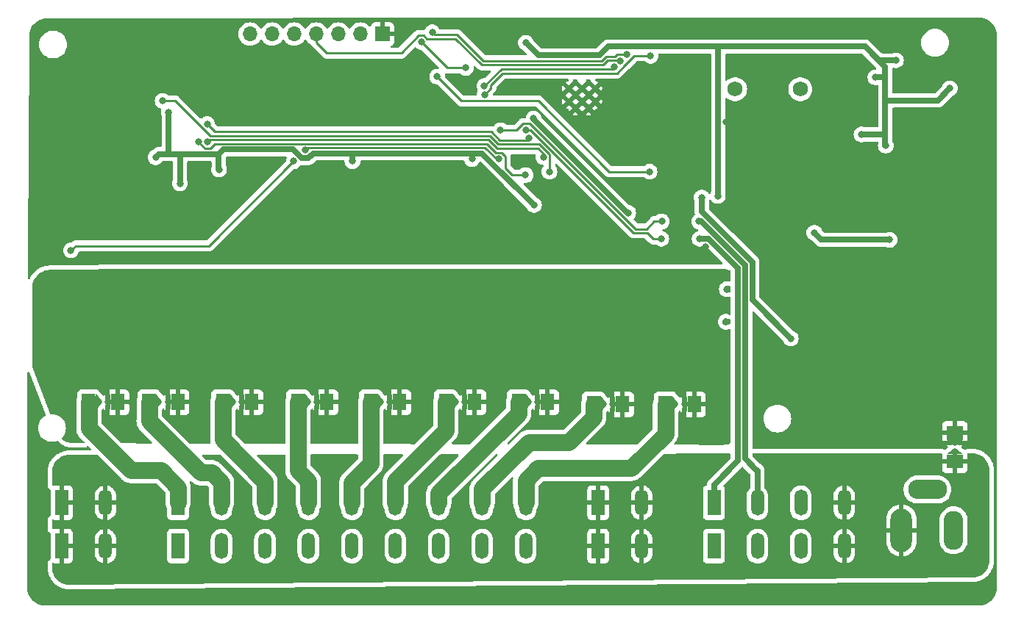
<source format=gbr>
G04 #@! TF.GenerationSoftware,KiCad,Pcbnew,(7.0.0)*
G04 #@! TF.CreationDate,2023-03-28T16:02:03-07:00*
G04 #@! TF.ProjectId,OpenSprinkler,4f70656e-5370-4726-996e-6b6c65722e6b,1*
G04 #@! TF.SameCoordinates,Original*
G04 #@! TF.FileFunction,Copper,L2,Bot*
G04 #@! TF.FilePolarity,Positive*
%FSLAX46Y46*%
G04 Gerber Fmt 4.6, Leading zero omitted, Abs format (unit mm)*
G04 Created by KiCad (PCBNEW (7.0.0)) date 2023-03-28 16:02:03*
%MOMM*%
%LPD*%
G01*
G04 APERTURE LIST*
G04 Aperture macros list*
%AMOutline4P*
0 Free polygon, 4 corners , with rotation*
0 The origin of the aperture is its center*
0 number of corners: always 4*
0 $1 to $8 corner X, Y*
0 $9 Rotation angle, in degrees counterclockwise*
0 create outline with 4 corners*
4,1,4,$1,$2,$3,$4,$5,$6,$7,$8,$1,$2,$9*%
G04 Aperture macros list end*
G04 #@! TA.AperFunction,SMDPad,CuDef*
%ADD10R,1.921742X1.622624*%
G04 #@! TD*
G04 #@! TA.AperFunction,SMDPad,CuDef*
%ADD11Outline4P,-0.381000X-0.965200X0.381000X0.000000X0.381000X0.000000X-0.381000X0.965200X270.000000*%
G04 #@! TD*
G04 #@! TA.AperFunction,SMDPad,CuDef*
%ADD12Outline4P,-0.381000X-0.965200X0.381000X0.000000X0.381000X0.000000X-0.381000X0.965200X90.000000*%
G04 #@! TD*
G04 #@! TA.AperFunction,SMDPad,CuDef*
%ADD13R,1.921742X1.624112*%
G04 #@! TD*
G04 #@! TA.AperFunction,SMDPad,CuDef*
%ADD14R,1.622624X1.921742*%
G04 #@! TD*
G04 #@! TA.AperFunction,SMDPad,CuDef*
%ADD15Outline4P,-0.381000X-0.965200X0.381000X0.000000X0.381000X0.000000X-0.381000X0.965200X0.000000*%
G04 #@! TD*
G04 #@! TA.AperFunction,SMDPad,CuDef*
%ADD16Outline4P,-0.381000X-0.965200X0.381000X0.000000X0.381000X0.000000X-0.381000X0.965200X180.000000*%
G04 #@! TD*
G04 #@! TA.AperFunction,SMDPad,CuDef*
%ADD17R,1.624112X1.921742*%
G04 #@! TD*
G04 #@! TA.AperFunction,ComponentPad*
%ADD18O,2.500000X5.000000*%
G04 #@! TD*
G04 #@! TA.AperFunction,ComponentPad*
%ADD19O,2.250000X4.500000*%
G04 #@! TD*
G04 #@! TA.AperFunction,ComponentPad*
%ADD20O,4.500000X2.250000*%
G04 #@! TD*
G04 #@! TA.AperFunction,ComponentPad*
%ADD21R,1.500000X3.000000*%
G04 #@! TD*
G04 #@! TA.AperFunction,ComponentPad*
%ADD22O,1.500000X3.000000*%
G04 #@! TD*
G04 #@! TA.AperFunction,ComponentPad*
%ADD23R,1.700000X1.700000*%
G04 #@! TD*
G04 #@! TA.AperFunction,ComponentPad*
%ADD24O,1.700000X1.700000*%
G04 #@! TD*
G04 #@! TA.AperFunction,ComponentPad*
%ADD25C,1.752600*%
G04 #@! TD*
G04 #@! TA.AperFunction,HeatsinkPad*
%ADD26C,0.600000*%
G04 #@! TD*
G04 #@! TA.AperFunction,ViaPad*
%ADD27C,0.800000*%
G04 #@! TD*
G04 #@! TA.AperFunction,ViaPad*
%ADD28C,0.889000*%
G04 #@! TD*
G04 #@! TA.AperFunction,Conductor*
%ADD29C,0.635000*%
G04 #@! TD*
G04 #@! TA.AperFunction,Conductor*
%ADD30C,0.254000*%
G04 #@! TD*
G04 #@! TA.AperFunction,Conductor*
%ADD31C,1.905000*%
G04 #@! TD*
G04 #@! TA.AperFunction,Conductor*
%ADD32C,0.250000*%
G04 #@! TD*
G04 APERTURE END LIST*
D10*
X185847470Y-109907287D03*
D11*
X185851800Y-111099600D03*
D12*
X185847475Y-112064800D03*
D13*
X185851803Y-113257855D03*
D14*
X93090999Y-106426003D03*
D15*
X94283312Y-106421675D03*
D16*
X95248512Y-106426000D03*
D17*
X96441567Y-106421670D03*
D14*
X135610599Y-106426003D03*
D15*
X136802912Y-106421675D03*
D16*
X137768112Y-106426000D03*
D17*
X138961167Y-106421670D03*
D14*
X118592599Y-106426003D03*
D15*
X119784912Y-106421675D03*
D16*
X120750112Y-106426000D03*
D17*
X121943167Y-106421670D03*
D14*
X144246599Y-106680003D03*
D15*
X145438912Y-106675675D03*
D16*
X146404112Y-106680000D03*
D17*
X147597167Y-106675670D03*
D14*
X110210599Y-106426003D03*
D15*
X111402912Y-106421675D03*
D16*
X112368112Y-106426000D03*
D17*
X113561167Y-106421670D03*
D14*
X127228599Y-106426003D03*
D15*
X128420912Y-106421675D03*
D16*
X129386112Y-106426000D03*
D17*
X130579167Y-106421670D03*
D14*
X152525511Y-106675678D03*
D15*
X153717824Y-106671350D03*
D16*
X154683024Y-106675675D03*
D17*
X155876079Y-106671345D03*
D14*
X101574599Y-106426003D03*
D15*
X102766912Y-106421675D03*
D16*
X103732112Y-106426000D03*
D17*
X104925167Y-106421670D03*
D14*
X86156799Y-106426003D03*
D15*
X87349112Y-106421675D03*
D16*
X88314312Y-106426000D03*
D17*
X89507367Y-106421670D03*
D18*
X179704999Y-121183399D03*
D19*
X185704999Y-121183399D03*
D20*
X182704999Y-116483399D03*
D21*
X83087199Y-118012199D03*
X83087199Y-123012199D03*
D22*
X88087199Y-118012199D03*
X88087199Y-123012199D03*
D23*
X119970799Y-63999999D03*
D24*
X117430799Y-63999999D03*
X114890799Y-63999999D03*
X112350799Y-63999999D03*
X109810799Y-63999999D03*
X107270799Y-63999999D03*
X104730799Y-63999999D03*
D21*
X144809199Y-118012199D03*
X144809199Y-123012199D03*
D22*
X149809199Y-118012199D03*
X149809199Y-123012199D03*
D25*
X168059100Y-70358000D03*
X160566100Y-70358000D03*
D21*
X158126399Y-118012199D03*
X158126399Y-123012199D03*
D22*
X163126399Y-118012199D03*
X163126399Y-123012199D03*
X168126399Y-118012199D03*
X168126399Y-123012199D03*
X173126399Y-118012199D03*
X173126399Y-123012199D03*
D21*
X96455199Y-118012199D03*
X96455199Y-123012199D03*
D22*
X101455199Y-118012199D03*
X101455199Y-123012199D03*
X106455199Y-118012199D03*
X106455199Y-123012199D03*
X111455199Y-118012199D03*
X111455199Y-123012199D03*
X116455199Y-118012199D03*
X116455199Y-123012199D03*
X121455199Y-118012199D03*
X121455199Y-123012199D03*
X126455199Y-118012199D03*
X126455199Y-123012199D03*
X131455199Y-118012199D03*
X131455199Y-123012199D03*
X136455199Y-118012199D03*
X136455199Y-123012199D03*
D26*
X141420800Y-70262500D03*
X141420800Y-71787500D03*
X142183300Y-69500000D03*
X142183300Y-71025000D03*
X142183300Y-72550000D03*
X142945800Y-70262500D03*
X142945800Y-71787500D03*
X143708300Y-69500000D03*
X143708300Y-71025000D03*
X143708300Y-72550000D03*
X144470800Y-70262500D03*
X144470800Y-71787500D03*
D27*
X79770800Y-106400000D03*
X85470800Y-128800000D03*
X92070800Y-128900000D03*
X98770800Y-128800000D03*
X103470800Y-128600000D03*
X108870800Y-128700000D03*
X113770800Y-128500000D03*
X118670800Y-128500000D03*
X123470800Y-128600000D03*
X128670800Y-128600000D03*
X133470800Y-128600000D03*
X139870800Y-128500000D03*
X146970800Y-128700000D03*
X153670800Y-128700000D03*
X160470800Y-128700000D03*
X165070800Y-128800000D03*
X177670800Y-128800000D03*
X188370800Y-64300000D03*
X148770800Y-76000000D03*
X132970800Y-73200000D03*
X128870800Y-69800000D03*
X131470800Y-68700000D03*
X132270800Y-63200000D03*
X104170800Y-82000000D03*
X87470800Y-86600000D03*
X88070800Y-69900000D03*
X84170800Y-85100000D03*
X129570800Y-67900000D03*
X124430800Y-64899800D03*
X101170800Y-79600000D03*
X130270800Y-78400000D03*
X158570800Y-82650000D03*
X179070000Y-67030600D03*
X177901600Y-76860400D03*
X176707800Y-68986400D03*
X116520800Y-78650000D03*
X93870800Y-78200000D03*
X96670800Y-81200000D03*
X166970800Y-99079800D03*
X95370800Y-73000000D03*
X137419061Y-83703261D03*
X175107600Y-75565000D03*
X156718000Y-82829400D03*
X136470800Y-65000000D03*
X185267600Y-70256400D03*
D28*
X124510800Y-103327200D03*
X158530800Y-95153600D03*
X99161600Y-100330000D03*
X116179600Y-101854000D03*
X124510800Y-101803200D03*
X107340400Y-101803200D03*
X158930800Y-100053600D03*
X124510800Y-100279200D03*
X90576400Y-103479600D03*
X149910800Y-100228400D03*
X141376400Y-103225600D03*
X107340400Y-103327200D03*
X132892800Y-100279200D03*
X99161600Y-101854000D03*
X132892800Y-103327200D03*
X141376400Y-101701600D03*
X157681702Y-98838896D03*
X99161600Y-103378000D03*
X90576400Y-101955600D03*
X116179600Y-103378000D03*
X116179600Y-100330000D03*
X149910800Y-101752400D03*
X132892800Y-101803200D03*
X90576400Y-100431600D03*
X141376400Y-100177600D03*
X156519999Y-97642799D03*
X107340400Y-100279200D03*
X149910800Y-103276400D03*
D27*
X156470800Y-87600000D03*
X156420800Y-85600000D03*
X126270800Y-68900000D03*
X150720800Y-79850000D03*
X139195800Y-79850000D03*
X94670800Y-71700000D03*
X147342144Y-67081585D03*
X148079701Y-66346086D03*
X125706849Y-63799000D03*
X92470800Y-72900000D03*
X190070800Y-70000000D03*
X169970800Y-93400000D03*
X178970800Y-63900000D03*
X180307500Y-72873000D03*
X156570800Y-80000000D03*
X170383200Y-99568000D03*
X133900800Y-84540000D03*
X155070800Y-80000000D03*
X154420800Y-82200000D03*
X164846000Y-85750400D03*
X165938200Y-79070200D03*
X163070800Y-110600000D03*
X189433200Y-95402400D03*
X169720800Y-84750000D03*
X189026800Y-101904800D03*
X160270800Y-81000000D03*
X169900600Y-95199200D03*
X163322000Y-105003600D03*
X90570800Y-65400000D03*
X148437600Y-71500000D03*
X112191800Y-69342000D03*
X176682400Y-85242400D03*
X189015271Y-104697738D03*
X97670800Y-70500000D03*
X109470800Y-84680000D03*
X173570800Y-74091800D03*
X162870800Y-63800000D03*
X107770800Y-68800000D03*
X165252400Y-84912200D03*
X179400200Y-86563200D03*
X168376600Y-105613200D03*
X189870800Y-89300000D03*
X171520800Y-84900000D03*
X165912800Y-73914000D03*
X91670800Y-79700000D03*
X170434000Y-90779600D03*
X122670800Y-83400000D03*
X159486600Y-97155000D03*
X132920800Y-82050000D03*
X170713400Y-111175800D03*
X141070800Y-63700000D03*
X118186200Y-81102200D03*
X174470800Y-89900000D03*
X125171200Y-83693000D03*
X114999000Y-68822200D03*
X147170800Y-63400000D03*
X189128400Y-85547200D03*
X117970800Y-69000000D03*
X88341200Y-83159600D03*
X175463200Y-67259200D03*
X189611000Y-108788200D03*
X168402000Y-111252000D03*
X159537400Y-74091800D03*
X166192200Y-69037200D03*
X113310800Y-85769800D03*
X184251800Y-68000000D03*
X111570800Y-79800000D03*
X85775800Y-66014600D03*
X104870800Y-70700000D03*
X157120800Y-88529800D03*
X176070800Y-78000000D03*
X159613600Y-93395800D03*
X172999400Y-89865200D03*
X150820800Y-66500000D03*
X131720800Y-70980084D03*
X131706838Y-69966619D03*
X146620800Y-67773500D03*
X137363566Y-73727573D03*
X148255040Y-84604307D03*
X152120800Y-85600000D03*
X133570800Y-75075000D03*
X152070800Y-87600000D03*
X136463608Y-75047624D03*
X109767349Y-78648924D03*
X133391717Y-78379083D03*
X111070800Y-77358000D03*
X84123206Y-88926994D03*
X136870800Y-75960422D03*
X99800800Y-74360000D03*
X136445800Y-80250000D03*
X98841297Y-76450000D03*
X138491287Y-78179514D03*
X99840800Y-76450000D03*
X178333400Y-87706200D03*
X169672000Y-86893400D03*
D29*
X101170800Y-79600000D02*
X101125300Y-79554500D01*
X101125300Y-79554500D02*
X101125300Y-77821500D01*
D30*
X129570800Y-67900000D02*
X127431000Y-67900000D01*
X124430800Y-64899800D02*
X127431000Y-67900000D01*
D29*
X158619900Y-82600900D02*
X158619900Y-65579486D01*
X138170800Y-66447500D02*
X137918300Y-66447500D01*
X144961787Y-66447500D02*
X138170800Y-66447500D01*
X145980701Y-65428586D02*
X145083748Y-66325539D01*
X158619900Y-65579486D02*
X158770800Y-65428586D01*
X137419061Y-83703261D02*
X131445800Y-77730000D01*
X177825400Y-75565000D02*
X177850800Y-75590400D01*
X130270800Y-77730000D02*
X130270800Y-78400000D01*
X158619900Y-82600900D02*
X158570800Y-82650000D01*
X145083748Y-66325539D02*
X144961787Y-66447500D01*
X96670800Y-81200000D02*
X96670800Y-77821500D01*
X116510800Y-77730000D02*
X116510800Y-78640000D01*
X116510800Y-78640000D02*
X116520800Y-78650000D01*
X176986129Y-66904671D02*
X177570329Y-67488871D01*
X166970800Y-99079800D02*
X162547366Y-94656366D01*
X110690759Y-78275500D02*
X109691259Y-77276000D01*
X176707800Y-68986400D02*
X177825400Y-68986400D01*
X175107600Y-75565000D02*
X177825400Y-75565000D01*
X158770800Y-65428586D02*
X145980701Y-65428586D01*
X177825400Y-68986400D02*
X177850800Y-68961000D01*
X177850800Y-71653400D02*
X177850800Y-75590400D01*
X95370800Y-77821500D02*
X94249300Y-77821500D01*
X177850800Y-75590400D02*
X177850800Y-76809600D01*
X117870800Y-77730000D02*
X117370800Y-77730000D01*
X162547366Y-90297090D02*
X156718000Y-84467724D01*
X96670800Y-77821500D02*
X95370800Y-77821500D01*
X162547366Y-94656366D02*
X162547366Y-90297090D01*
X130270800Y-77730000D02*
X117870800Y-77730000D01*
X101670800Y-77276000D02*
X101125300Y-77821500D01*
X131445800Y-77730000D02*
X130270800Y-77730000D01*
X117870800Y-77730000D02*
X111996341Y-77730000D01*
X175510044Y-65428586D02*
X177850800Y-67769342D01*
X177850800Y-76809600D02*
X177901600Y-76860400D01*
X111996341Y-77730000D02*
X111450841Y-78275500D01*
X109691259Y-77276000D02*
X101670800Y-77276000D01*
X96670800Y-77821500D02*
X101125300Y-77821500D01*
X179070000Y-67030600D02*
X177112058Y-67030600D01*
X177850800Y-68961000D02*
X177850800Y-71653400D01*
X177850800Y-71653400D02*
X183870600Y-71653400D01*
X177112058Y-67030600D02*
X176986129Y-66904671D01*
X94249300Y-77821500D02*
X93870800Y-78200000D01*
X156718000Y-84467724D02*
X156718000Y-82829400D01*
X137918300Y-66447500D02*
X136470800Y-65000000D01*
X183870600Y-71653400D02*
X185267600Y-70256400D01*
X111450841Y-78275500D02*
X110690759Y-78275500D01*
X117370800Y-77730000D02*
X112166341Y-77730000D01*
X177850800Y-67769342D02*
X177850800Y-68961000D01*
X95370800Y-77821500D02*
X95370800Y-73000000D01*
X175510044Y-65428586D02*
X158770800Y-65428586D01*
D31*
X101600000Y-110744000D02*
X101600000Y-106426000D01*
X106455200Y-115599200D02*
X101600000Y-110744000D01*
X106455200Y-118012200D02*
X106455200Y-115599200D01*
X111455200Y-118012200D02*
X111455200Y-115519200D01*
X111455200Y-115519200D02*
X110236000Y-114300000D01*
X110236000Y-114300000D02*
X110236000Y-106426000D01*
X116455200Y-115700800D02*
X118618000Y-113538000D01*
X116455200Y-118012200D02*
X116455200Y-115700800D01*
X118618000Y-113538000D02*
X118618000Y-106426000D01*
X121455200Y-118012200D02*
X121455200Y-115526800D01*
X127254000Y-109728000D02*
X127254000Y-106426000D01*
X121455200Y-115526800D02*
X127254000Y-109728000D01*
X126455200Y-116927600D02*
X135636000Y-107746800D01*
X135636000Y-107746800D02*
X135636000Y-106426000D01*
X126455200Y-118012200D02*
X126455200Y-116927600D01*
X131455200Y-118012200D02*
X131455200Y-116398000D01*
X131455200Y-116398000D02*
X136804400Y-111048800D01*
X141427200Y-111048800D02*
X144272000Y-108204000D01*
X136804400Y-111048800D02*
X141427200Y-111048800D01*
X144272000Y-108204000D02*
X144272000Y-106680000D01*
X152550912Y-110085088D02*
X148590000Y-114046000D01*
X137871200Y-114046000D02*
X136455200Y-115462000D01*
X136455200Y-115462000D02*
X136455200Y-118012200D01*
X152550912Y-106675675D02*
X152550912Y-110085088D01*
X148590000Y-114046000D02*
X137871200Y-114046000D01*
D29*
X160877366Y-113188634D02*
X158126400Y-115939600D01*
X160877366Y-90988826D02*
X160877366Y-113188634D01*
X157488541Y-87600000D02*
X160877366Y-90988826D01*
X156470800Y-87600000D02*
X157488541Y-87600000D01*
X158126400Y-115939600D02*
X158126400Y-118012200D01*
X156669408Y-85600000D02*
X161712366Y-90642958D01*
X161712366Y-112944366D02*
X163017200Y-114249200D01*
X156669408Y-85600000D02*
X156420800Y-85600000D01*
X163017200Y-114249200D02*
X163068000Y-114249200D01*
X163068000Y-114249200D02*
X163126400Y-114307600D01*
X163126400Y-114307600D02*
X163126400Y-118012200D01*
X161712366Y-112944366D02*
X161712366Y-90642958D01*
D32*
X137923016Y-71704584D02*
X146068432Y-79850000D01*
X129075384Y-71704584D02*
X126270800Y-68900000D01*
X137923016Y-71704584D02*
X129075384Y-71704584D01*
X146068432Y-79850000D02*
X150720800Y-79850000D01*
D30*
X96112666Y-71700000D02*
X94670800Y-71700000D01*
X96112666Y-71700000D02*
X100136166Y-75723500D01*
X139226300Y-79819500D02*
X139195800Y-79850000D01*
X139226300Y-77887099D02*
X139226300Y-79819500D01*
X138026123Y-76686922D02*
X139226300Y-77887099D01*
X100136166Y-75723500D02*
X132345456Y-75723500D01*
X132345456Y-75723500D02*
X133308878Y-76686922D01*
X133308878Y-76686922D02*
X138026123Y-76686922D01*
X122170800Y-66200000D02*
X113570800Y-66200000D01*
X125084634Y-64525500D02*
X124731934Y-64172800D01*
X128370800Y-64525500D02*
X131391300Y-67546000D01*
X145416800Y-67546000D02*
X145916300Y-67046500D01*
X131391300Y-67546000D02*
X145416800Y-67546000D01*
X147307027Y-67046500D02*
X147342112Y-67081585D01*
X124129666Y-64172800D02*
X122170800Y-66131666D01*
X124731934Y-64172800D02*
X124129666Y-64172800D01*
X145916300Y-67046500D02*
X147307027Y-67046500D01*
X113570800Y-66200000D02*
X112350800Y-64980000D01*
X112350800Y-64980000D02*
X112350800Y-64000000D01*
X122170800Y-66131666D02*
X122170800Y-66200000D01*
X128370800Y-64525500D02*
X125084634Y-64525500D01*
X147342112Y-67081585D02*
X147342144Y-67081585D01*
X147009714Y-66346086D02*
X148079701Y-66346086D01*
X128558852Y-64071500D02*
X131529076Y-67041724D01*
X145728248Y-66592500D02*
X146763300Y-66592500D01*
X125979349Y-64071500D02*
X128558852Y-64071500D01*
X145228748Y-67092000D02*
X145728248Y-66592500D01*
X146763300Y-66592500D02*
X147009714Y-66346086D01*
X125706849Y-63799000D02*
X125979349Y-64071500D01*
X131529076Y-67041724D02*
X131579352Y-67092000D01*
X131579352Y-67092000D02*
X145228748Y-67092000D01*
D32*
X148950386Y-66500000D02*
X147835593Y-67614793D01*
D30*
X132443155Y-69872355D02*
X132443155Y-70257729D01*
X132443155Y-70257729D02*
X131720800Y-70980084D01*
D32*
X150820800Y-66500000D02*
X148950386Y-66500000D01*
D30*
X147835593Y-67614793D02*
X146950386Y-68500000D01*
X133815511Y-68500000D02*
X132443155Y-69872355D01*
X146950386Y-68500000D02*
X133815511Y-68500000D01*
X146394300Y-68000000D02*
X133673458Y-68000000D01*
X133673458Y-68000000D02*
X131706838Y-69966619D01*
X146620800Y-67773500D02*
X146394300Y-68000000D01*
D29*
X137363566Y-73828800D02*
X148139073Y-84604307D01*
X137363566Y-73828800D02*
X137363566Y-73727573D01*
X148255040Y-84604307D02*
X148139073Y-84604307D01*
D30*
X136162474Y-74320624D02*
X136943930Y-74320624D01*
X135408098Y-75075000D02*
X136162474Y-74320624D01*
X150395800Y-86450000D02*
X151245800Y-85600000D01*
X151245800Y-85600000D02*
X152120800Y-85600000D01*
X133570800Y-75075000D02*
X135408098Y-75075000D01*
X136943930Y-74320624D02*
X149073306Y-86450000D01*
X149073306Y-86450000D02*
X150395800Y-86450000D01*
X150424800Y-86904000D02*
X151120800Y-87600000D01*
X151120800Y-87600000D02*
X152070800Y-87600000D01*
X137028877Y-75047624D02*
X148885254Y-86904000D01*
X136463608Y-75047624D02*
X137028877Y-75047624D01*
X148885254Y-86904000D02*
X150424800Y-86904000D01*
X111870800Y-77085500D02*
X111513300Y-77085500D01*
X131781300Y-77085500D02*
X133070800Y-78375000D01*
X112870800Y-77085500D02*
X131781300Y-77085500D01*
X112870800Y-77085500D02*
X111870800Y-77085500D01*
X100016273Y-88400000D02*
X109767349Y-78648924D01*
X112870800Y-77085500D02*
X111343300Y-77085500D01*
X111343300Y-77085500D02*
X111070800Y-77358000D01*
X133074883Y-78379083D02*
X133391717Y-78379083D01*
X84123206Y-88926994D02*
X84650200Y-88400000D01*
X84650200Y-88400000D02*
X100016273Y-88400000D01*
X133070800Y-78375000D02*
X133074883Y-78379083D01*
X100710300Y-75269500D02*
X99800800Y-74360000D01*
X136520800Y-76232922D02*
X136598300Y-76232922D01*
X100710300Y-75269500D02*
X132533508Y-75269500D01*
X133496930Y-76232922D02*
X136520800Y-76232922D01*
X133467404Y-76203396D02*
X133496930Y-76232922D01*
X136598300Y-76232922D02*
X136870800Y-75960422D01*
X132533508Y-75269500D02*
X133467404Y-76203396D01*
X133692851Y-77652083D02*
X134124030Y-78083262D01*
X134124030Y-78083262D02*
X134124030Y-79446770D01*
X99539666Y-77177000D02*
X100141934Y-77177000D01*
X134099030Y-79471770D02*
X134877260Y-80250000D01*
X134877260Y-80250000D02*
X136445800Y-80250000D01*
X133068717Y-77652083D02*
X133692851Y-77652083D01*
X98841297Y-76450000D02*
X98841297Y-76478631D01*
X133029326Y-77691474D02*
X133068717Y-77652083D01*
X131969352Y-76631500D02*
X133029326Y-77691474D01*
X134124030Y-79446770D02*
X134099030Y-79471770D01*
X98841297Y-76478631D02*
X99539666Y-77177000D01*
X100687434Y-76631500D02*
X131969352Y-76631500D01*
X100141934Y-77177000D02*
X100687434Y-76631500D01*
X132157404Y-76177500D02*
X133177987Y-77198083D01*
X100113300Y-76177500D02*
X132157404Y-76177500D01*
X137895232Y-77198083D02*
X138446475Y-77749326D01*
X133177987Y-77198083D02*
X137895232Y-77198083D01*
X100113300Y-76177500D02*
X99840800Y-76450000D01*
X138446475Y-77749326D02*
X138491287Y-77794138D01*
X138491287Y-77794138D02*
X138491287Y-78179514D01*
D31*
X93116400Y-108610400D02*
X93116400Y-106426000D01*
X101455200Y-115679200D02*
X100330000Y-114554000D01*
X100330000Y-114554000D02*
X99060000Y-114554000D01*
X101455200Y-118012200D02*
X101455200Y-115679200D01*
X99060000Y-114554000D02*
X93116400Y-108610400D01*
X94488000Y-114300000D02*
X91033600Y-114300000D01*
X96455200Y-116267200D02*
X94488000Y-114300000D01*
X86182200Y-109448600D02*
X86182200Y-106426000D01*
X96455200Y-118012200D02*
X96455200Y-116267200D01*
X86182200Y-109448600D02*
X91033600Y-114300000D01*
D29*
X169672000Y-86893400D02*
X170484800Y-87706200D01*
X170484800Y-87706200D02*
X178333400Y-87706200D01*
G04 #@! TA.AperFunction,Conductor*
G36*
X187840107Y-112290063D02*
G01*
X188111854Y-112308989D01*
X188129387Y-112311479D01*
X188391322Y-112367997D01*
X188408327Y-112372960D01*
X188659522Y-112466220D01*
X188675643Y-112473554D01*
X188910990Y-112601656D01*
X188925900Y-112611211D01*
X188950534Y-112629608D01*
X189140595Y-112771544D01*
X189153995Y-112783130D01*
X189214459Y-112843476D01*
X189340873Y-112969644D01*
X189343651Y-112972416D01*
X189355261Y-112985791D01*
X189414416Y-113064681D01*
X189516015Y-113200176D01*
X189525599Y-113215067D01*
X189654166Y-113450172D01*
X189661521Y-113466255D01*
X189755281Y-113717294D01*
X189760275Y-113734279D01*
X189817302Y-113996095D01*
X189819826Y-114013628D01*
X189839283Y-114285325D01*
X189839600Y-114294182D01*
X189839600Y-124650727D01*
X189839287Y-124659529D01*
X189820071Y-124929551D01*
X189817578Y-124946978D01*
X189761251Y-125207240D01*
X189756316Y-125224138D01*
X189663699Y-125473809D01*
X189656419Y-125489838D01*
X189529380Y-125723873D01*
X189519905Y-125738710D01*
X189361004Y-125952396D01*
X189349523Y-125965741D01*
X189161966Y-126154770D01*
X189148711Y-126166355D01*
X188936272Y-126326920D01*
X188921510Y-126336511D01*
X188688474Y-126465375D01*
X188672502Y-126472779D01*
X188423571Y-126567341D01*
X188406712Y-126572409D01*
X188146891Y-126630768D01*
X188129484Y-126633397D01*
X187859609Y-126654723D01*
X187850823Y-126655103D01*
X135449068Y-127064482D01*
X83948883Y-127466818D01*
X83939991Y-127466569D01*
X83667127Y-127449098D01*
X83649510Y-127446692D01*
X83386335Y-127391299D01*
X83369243Y-127386399D01*
X83116687Y-127293932D01*
X83100473Y-127286638D01*
X82863741Y-127159005D01*
X82848736Y-127149467D01*
X82632692Y-126989290D01*
X82619205Y-126977704D01*
X82428287Y-126788271D01*
X82416596Y-126774875D01*
X82254735Y-126560089D01*
X82245080Y-126545159D01*
X82115603Y-126309434D01*
X82108182Y-126293277D01*
X82013744Y-126041447D01*
X82008711Y-126024394D01*
X81951264Y-125761658D01*
X81948721Y-125744061D01*
X81929119Y-125471352D01*
X81928800Y-125462462D01*
X81928800Y-125072116D01*
X81942924Y-125014641D01*
X81982080Y-124970260D01*
X82037346Y-124949083D01*
X82096133Y-124955934D01*
X82222558Y-125003088D01*
X82237532Y-125006626D01*
X82286085Y-125011846D01*
X82292682Y-125012200D01*
X82820874Y-125012200D01*
X82833749Y-125008749D01*
X82837200Y-124995874D01*
X83337200Y-124995874D01*
X83340650Y-125008749D01*
X83353526Y-125012200D01*
X83881718Y-125012200D01*
X83888314Y-125011846D01*
X83936867Y-125006626D01*
X83951841Y-125003088D01*
X84070977Y-124958652D01*
X84086389Y-124950237D01*
X84187292Y-124874701D01*
X84199701Y-124862292D01*
X84275237Y-124761389D01*
X84283652Y-124745977D01*
X84328088Y-124626841D01*
X84331626Y-124611867D01*
X84336846Y-124563314D01*
X84337200Y-124556718D01*
X84337200Y-123815556D01*
X86837200Y-123815556D01*
X86837448Y-123821096D01*
X86851817Y-123980748D01*
X86853799Y-123991670D01*
X86910694Y-124197822D01*
X86914595Y-124208215D01*
X87007383Y-124400893D01*
X87013077Y-124410423D01*
X87138781Y-124583439D01*
X87146079Y-124591794D01*
X87300660Y-124739588D01*
X87309341Y-124746510D01*
X87487822Y-124864325D01*
X87497586Y-124869580D01*
X87694253Y-124953639D01*
X87704794Y-124957063D01*
X87823578Y-124984175D01*
X87834721Y-124984175D01*
X87837200Y-124973312D01*
X87837200Y-124972010D01*
X88337200Y-124972010D01*
X88341084Y-124985304D01*
X88354780Y-124987369D01*
X88360964Y-124986531D01*
X88371766Y-124984065D01*
X88575170Y-124917976D01*
X88585369Y-124913616D01*
X88773707Y-124812268D01*
X88782952Y-124806164D01*
X88950168Y-124672814D01*
X88958182Y-124665152D01*
X89052866Y-124556778D01*
X95204700Y-124556778D01*
X95204701Y-124560072D01*
X95205053Y-124563350D01*
X95205054Y-124563361D01*
X95210279Y-124611968D01*
X95210280Y-124611973D01*
X95211109Y-124619683D01*
X95213819Y-124626949D01*
X95213820Y-124626953D01*
X95231061Y-124673177D01*
X95261404Y-124754531D01*
X95266718Y-124761630D01*
X95266719Y-124761631D01*
X95304939Y-124812687D01*
X95347654Y-124869746D01*
X95462869Y-124955996D01*
X95597717Y-125006291D01*
X95657327Y-125012700D01*
X97253072Y-125012699D01*
X97312683Y-125006291D01*
X97447531Y-124955996D01*
X97562746Y-124869746D01*
X97648996Y-124754531D01*
X97699291Y-124619683D01*
X97705700Y-124560073D01*
X97705700Y-123818355D01*
X100204700Y-123818355D01*
X100204947Y-123821096D01*
X100204948Y-123821118D01*
X100219323Y-123980839D01*
X100219324Y-123980845D01*
X100219823Y-123986388D01*
X100221303Y-123991753D01*
X100221305Y-123991760D01*
X100278224Y-124197998D01*
X100279707Y-124203370D01*
X100282125Y-124208391D01*
X100374952Y-124401151D01*
X100374954Y-124401155D01*
X100377371Y-124406173D01*
X100509678Y-124588278D01*
X100513697Y-124592121D01*
X100513701Y-124592125D01*
X100667936Y-124739588D01*
X100672375Y-124743832D01*
X100860232Y-124867835D01*
X101067212Y-124956303D01*
X101286663Y-125006391D01*
X101511530Y-125016490D01*
X101734587Y-124986275D01*
X101948664Y-124916717D01*
X102146881Y-124810052D01*
X102322866Y-124669708D01*
X102470965Y-124500196D01*
X102586415Y-124306964D01*
X102665507Y-124096224D01*
X102705700Y-123874747D01*
X102705700Y-123818355D01*
X105204700Y-123818355D01*
X105204947Y-123821096D01*
X105204948Y-123821118D01*
X105219323Y-123980839D01*
X105219324Y-123980845D01*
X105219823Y-123986388D01*
X105221303Y-123991753D01*
X105221305Y-123991760D01*
X105278224Y-124197998D01*
X105279707Y-124203370D01*
X105282125Y-124208391D01*
X105374952Y-124401151D01*
X105374954Y-124401155D01*
X105377371Y-124406173D01*
X105509678Y-124588278D01*
X105513697Y-124592121D01*
X105513701Y-124592125D01*
X105667936Y-124739588D01*
X105672375Y-124743832D01*
X105860232Y-124867835D01*
X106067212Y-124956303D01*
X106286663Y-125006391D01*
X106511530Y-125016490D01*
X106734587Y-124986275D01*
X106948664Y-124916717D01*
X107146881Y-124810052D01*
X107322866Y-124669708D01*
X107470965Y-124500196D01*
X107586415Y-124306964D01*
X107665507Y-124096224D01*
X107705700Y-123874747D01*
X107705700Y-123818355D01*
X110204700Y-123818355D01*
X110204947Y-123821096D01*
X110204948Y-123821118D01*
X110219323Y-123980839D01*
X110219324Y-123980845D01*
X110219823Y-123986388D01*
X110221303Y-123991753D01*
X110221305Y-123991760D01*
X110278224Y-124197998D01*
X110279707Y-124203370D01*
X110282125Y-124208391D01*
X110374952Y-124401151D01*
X110374954Y-124401155D01*
X110377371Y-124406173D01*
X110509678Y-124588278D01*
X110513697Y-124592121D01*
X110513701Y-124592125D01*
X110667936Y-124739588D01*
X110672375Y-124743832D01*
X110860232Y-124867835D01*
X111067212Y-124956303D01*
X111286663Y-125006391D01*
X111511530Y-125016490D01*
X111734587Y-124986275D01*
X111948664Y-124916717D01*
X112146881Y-124810052D01*
X112322866Y-124669708D01*
X112470965Y-124500196D01*
X112586415Y-124306964D01*
X112665507Y-124096224D01*
X112705700Y-123874747D01*
X112705700Y-123818355D01*
X115204700Y-123818355D01*
X115204947Y-123821096D01*
X115204948Y-123821118D01*
X115219323Y-123980839D01*
X115219324Y-123980845D01*
X115219823Y-123986388D01*
X115221303Y-123991753D01*
X115221305Y-123991760D01*
X115278224Y-124197998D01*
X115279707Y-124203370D01*
X115282125Y-124208391D01*
X115374952Y-124401151D01*
X115374954Y-124401155D01*
X115377371Y-124406173D01*
X115509678Y-124588278D01*
X115513697Y-124592121D01*
X115513701Y-124592125D01*
X115667936Y-124739588D01*
X115672375Y-124743832D01*
X115860232Y-124867835D01*
X116067212Y-124956303D01*
X116286663Y-125006391D01*
X116511530Y-125016490D01*
X116734587Y-124986275D01*
X116948664Y-124916717D01*
X117146881Y-124810052D01*
X117322866Y-124669708D01*
X117470965Y-124500196D01*
X117586415Y-124306964D01*
X117665507Y-124096224D01*
X117705700Y-123874747D01*
X117705700Y-123818355D01*
X120204700Y-123818355D01*
X120204947Y-123821096D01*
X120204948Y-123821118D01*
X120219323Y-123980839D01*
X120219324Y-123980845D01*
X120219823Y-123986388D01*
X120221303Y-123991753D01*
X120221305Y-123991760D01*
X120278224Y-124197998D01*
X120279707Y-124203370D01*
X120282125Y-124208391D01*
X120374952Y-124401151D01*
X120374954Y-124401155D01*
X120377371Y-124406173D01*
X120509678Y-124588278D01*
X120513697Y-124592121D01*
X120513701Y-124592125D01*
X120667936Y-124739588D01*
X120672375Y-124743832D01*
X120860232Y-124867835D01*
X121067212Y-124956303D01*
X121286663Y-125006391D01*
X121511530Y-125016490D01*
X121734587Y-124986275D01*
X121948664Y-124916717D01*
X122146881Y-124810052D01*
X122322866Y-124669708D01*
X122470965Y-124500196D01*
X122586415Y-124306964D01*
X122665507Y-124096224D01*
X122705700Y-123874747D01*
X122705700Y-123818355D01*
X125204700Y-123818355D01*
X125204947Y-123821096D01*
X125204948Y-123821118D01*
X125219323Y-123980839D01*
X125219324Y-123980845D01*
X125219823Y-123986388D01*
X125221303Y-123991753D01*
X125221305Y-123991760D01*
X125278224Y-124197998D01*
X125279707Y-124203370D01*
X125282125Y-124208391D01*
X125374952Y-124401151D01*
X125374954Y-124401155D01*
X125377371Y-124406173D01*
X125509678Y-124588278D01*
X125513697Y-124592121D01*
X125513701Y-124592125D01*
X125667936Y-124739588D01*
X125672375Y-124743832D01*
X125860232Y-124867835D01*
X126067212Y-124956303D01*
X126286663Y-125006391D01*
X126511530Y-125016490D01*
X126734587Y-124986275D01*
X126948664Y-124916717D01*
X127146881Y-124810052D01*
X127322866Y-124669708D01*
X127470965Y-124500196D01*
X127586415Y-124306964D01*
X127665507Y-124096224D01*
X127705700Y-123874747D01*
X127705700Y-123818355D01*
X130204700Y-123818355D01*
X130204947Y-123821096D01*
X130204948Y-123821118D01*
X130219323Y-123980839D01*
X130219324Y-123980845D01*
X130219823Y-123986388D01*
X130221303Y-123991753D01*
X130221305Y-123991760D01*
X130278224Y-124197998D01*
X130279707Y-124203370D01*
X130282125Y-124208391D01*
X130374952Y-124401151D01*
X130374954Y-124401155D01*
X130377371Y-124406173D01*
X130509678Y-124588278D01*
X130513697Y-124592121D01*
X130513701Y-124592125D01*
X130667936Y-124739588D01*
X130672375Y-124743832D01*
X130860232Y-124867835D01*
X131067212Y-124956303D01*
X131286663Y-125006391D01*
X131511530Y-125016490D01*
X131734587Y-124986275D01*
X131948664Y-124916717D01*
X132146881Y-124810052D01*
X132322866Y-124669708D01*
X132470965Y-124500196D01*
X132586415Y-124306964D01*
X132665507Y-124096224D01*
X132705700Y-123874747D01*
X132705700Y-123818355D01*
X135204700Y-123818355D01*
X135204947Y-123821096D01*
X135204948Y-123821118D01*
X135219323Y-123980839D01*
X135219324Y-123980845D01*
X135219823Y-123986388D01*
X135221303Y-123991753D01*
X135221305Y-123991760D01*
X135278224Y-124197998D01*
X135279707Y-124203370D01*
X135282125Y-124208391D01*
X135374952Y-124401151D01*
X135374954Y-124401155D01*
X135377371Y-124406173D01*
X135509678Y-124588278D01*
X135513697Y-124592121D01*
X135513701Y-124592125D01*
X135667936Y-124739588D01*
X135672375Y-124743832D01*
X135860232Y-124867835D01*
X136067212Y-124956303D01*
X136286663Y-125006391D01*
X136511530Y-125016490D01*
X136734587Y-124986275D01*
X136948664Y-124916717D01*
X137146881Y-124810052D01*
X137322866Y-124669708D01*
X137421583Y-124556718D01*
X143559200Y-124556718D01*
X143559553Y-124563314D01*
X143564773Y-124611867D01*
X143568311Y-124626841D01*
X143612747Y-124745977D01*
X143621162Y-124761389D01*
X143696698Y-124862292D01*
X143709107Y-124874701D01*
X143810010Y-124950237D01*
X143825422Y-124958652D01*
X143944558Y-125003088D01*
X143959532Y-125006626D01*
X144008085Y-125011846D01*
X144014682Y-125012200D01*
X144542874Y-125012200D01*
X144555749Y-125008749D01*
X144559200Y-124995874D01*
X145059200Y-124995874D01*
X145062650Y-125008749D01*
X145075526Y-125012200D01*
X145603718Y-125012200D01*
X145610314Y-125011846D01*
X145658867Y-125006626D01*
X145673841Y-125003088D01*
X145792977Y-124958652D01*
X145808389Y-124950237D01*
X145909292Y-124874701D01*
X145921701Y-124862292D01*
X145997237Y-124761389D01*
X146005652Y-124745977D01*
X146050088Y-124626841D01*
X146053626Y-124611867D01*
X146058846Y-124563314D01*
X146059200Y-124556718D01*
X146059200Y-123815556D01*
X148559200Y-123815556D01*
X148559448Y-123821096D01*
X148573817Y-123980748D01*
X148575799Y-123991670D01*
X148632694Y-124197822D01*
X148636595Y-124208215D01*
X148729383Y-124400893D01*
X148735077Y-124410423D01*
X148860781Y-124583439D01*
X148868079Y-124591794D01*
X149022660Y-124739588D01*
X149031341Y-124746510D01*
X149209822Y-124864325D01*
X149219586Y-124869580D01*
X149416253Y-124953639D01*
X149426794Y-124957063D01*
X149545578Y-124984175D01*
X149556721Y-124984175D01*
X149559200Y-124973312D01*
X149559200Y-124972010D01*
X150059200Y-124972010D01*
X150063084Y-124985304D01*
X150076780Y-124987369D01*
X150082964Y-124986531D01*
X150093766Y-124984065D01*
X150297170Y-124917976D01*
X150307369Y-124913616D01*
X150495707Y-124812268D01*
X150504952Y-124806164D01*
X150672168Y-124672814D01*
X150680182Y-124665152D01*
X150774866Y-124556778D01*
X156875900Y-124556778D01*
X156875901Y-124560072D01*
X156876253Y-124563350D01*
X156876254Y-124563361D01*
X156881479Y-124611968D01*
X156881480Y-124611973D01*
X156882309Y-124619683D01*
X156885019Y-124626949D01*
X156885020Y-124626953D01*
X156902261Y-124673177D01*
X156932604Y-124754531D01*
X156937918Y-124761630D01*
X156937919Y-124761631D01*
X156976139Y-124812687D01*
X157018854Y-124869746D01*
X157134069Y-124955996D01*
X157268917Y-125006291D01*
X157328527Y-125012700D01*
X158924272Y-125012699D01*
X158983883Y-125006291D01*
X159118731Y-124955996D01*
X159233946Y-124869746D01*
X159320196Y-124754531D01*
X159370491Y-124619683D01*
X159376900Y-124560073D01*
X159376900Y-123818355D01*
X161875900Y-123818355D01*
X161876147Y-123821096D01*
X161876148Y-123821118D01*
X161890523Y-123980839D01*
X161890524Y-123980845D01*
X161891023Y-123986388D01*
X161892503Y-123991753D01*
X161892505Y-123991760D01*
X161949424Y-124197998D01*
X161950907Y-124203370D01*
X161953325Y-124208391D01*
X162046152Y-124401151D01*
X162046154Y-124401155D01*
X162048571Y-124406173D01*
X162180878Y-124588278D01*
X162184897Y-124592121D01*
X162184901Y-124592125D01*
X162339136Y-124739588D01*
X162343575Y-124743832D01*
X162531432Y-124867835D01*
X162738412Y-124956303D01*
X162957863Y-125006391D01*
X163182730Y-125016490D01*
X163405787Y-124986275D01*
X163619864Y-124916717D01*
X163818081Y-124810052D01*
X163994066Y-124669708D01*
X164142165Y-124500196D01*
X164257615Y-124306964D01*
X164336707Y-124096224D01*
X164376900Y-123874747D01*
X164376900Y-123818355D01*
X166875900Y-123818355D01*
X166876147Y-123821096D01*
X166876148Y-123821118D01*
X166890523Y-123980839D01*
X166890524Y-123980845D01*
X166891023Y-123986388D01*
X166892503Y-123991753D01*
X166892505Y-123991760D01*
X166949424Y-124197998D01*
X166950907Y-124203370D01*
X166953325Y-124208391D01*
X167046152Y-124401151D01*
X167046154Y-124401155D01*
X167048571Y-124406173D01*
X167180878Y-124588278D01*
X167184897Y-124592121D01*
X167184901Y-124592125D01*
X167339136Y-124739588D01*
X167343575Y-124743832D01*
X167531432Y-124867835D01*
X167738412Y-124956303D01*
X167957863Y-125006391D01*
X168182730Y-125016490D01*
X168405787Y-124986275D01*
X168619864Y-124916717D01*
X168818081Y-124810052D01*
X168994066Y-124669708D01*
X169142165Y-124500196D01*
X169257615Y-124306964D01*
X169336707Y-124096224D01*
X169376900Y-123874747D01*
X169376900Y-123815556D01*
X171876400Y-123815556D01*
X171876648Y-123821096D01*
X171891017Y-123980748D01*
X171892999Y-123991670D01*
X171949894Y-124197822D01*
X171953795Y-124208215D01*
X172046583Y-124400893D01*
X172052277Y-124410423D01*
X172177981Y-124583439D01*
X172185279Y-124591794D01*
X172339860Y-124739588D01*
X172348541Y-124746510D01*
X172527022Y-124864325D01*
X172536786Y-124869580D01*
X172733453Y-124953639D01*
X172743994Y-124957063D01*
X172862778Y-124984175D01*
X172873921Y-124984175D01*
X172876400Y-124973312D01*
X172876400Y-124972010D01*
X173376400Y-124972010D01*
X173380284Y-124985304D01*
X173393980Y-124987369D01*
X173400164Y-124986531D01*
X173410966Y-124984065D01*
X173614370Y-124917976D01*
X173624569Y-124913616D01*
X173812907Y-124812268D01*
X173822152Y-124806164D01*
X173989368Y-124672814D01*
X173997382Y-124665152D01*
X174138095Y-124504093D01*
X174144613Y-124495121D01*
X174254305Y-124311530D01*
X174259119Y-124301532D01*
X174334266Y-124101306D01*
X174337219Y-124090606D01*
X174375404Y-123880187D01*
X174376400Y-123869129D01*
X174376400Y-123278526D01*
X174372949Y-123265650D01*
X174360074Y-123262200D01*
X173392726Y-123262200D01*
X173379850Y-123265650D01*
X173376400Y-123278526D01*
X173376400Y-124972010D01*
X172876400Y-124972010D01*
X172876400Y-123278526D01*
X172872949Y-123265650D01*
X172860074Y-123262200D01*
X171892726Y-123262200D01*
X171879850Y-123265650D01*
X171876400Y-123278526D01*
X171876400Y-123815556D01*
X169376900Y-123815556D01*
X169376900Y-122745874D01*
X171876400Y-122745874D01*
X171879850Y-122758749D01*
X171892726Y-122762200D01*
X172860074Y-122762200D01*
X172872949Y-122758749D01*
X172876400Y-122745874D01*
X173376400Y-122745874D01*
X173379850Y-122758749D01*
X173392726Y-122762200D01*
X174360074Y-122762200D01*
X174372949Y-122758749D01*
X174376400Y-122745874D01*
X174376400Y-122496562D01*
X177955000Y-122496562D01*
X177955173Y-122501192D01*
X177969347Y-122690328D01*
X177970725Y-122699476D01*
X178027026Y-122946143D01*
X178029755Y-122954991D01*
X178122185Y-123190501D01*
X178126204Y-123198847D01*
X178252707Y-123417955D01*
X178257920Y-123425600D01*
X178415669Y-123623412D01*
X178421963Y-123630195D01*
X178607435Y-123802289D01*
X178614659Y-123808050D01*
X178823710Y-123950578D01*
X178831731Y-123955209D01*
X179059681Y-124064984D01*
X179068291Y-124068364D01*
X179310065Y-124142941D01*
X179319081Y-124144999D01*
X179441762Y-124163489D01*
X179452668Y-124162775D01*
X179455000Y-124152101D01*
X179955000Y-124152101D01*
X179957331Y-124162775D01*
X179968237Y-124163489D01*
X180090918Y-124144999D01*
X180099934Y-124142941D01*
X180341708Y-124068364D01*
X180350318Y-124064984D01*
X180578268Y-123955208D01*
X180586290Y-123950577D01*
X180795330Y-123808058D01*
X180802570Y-123802283D01*
X180988036Y-123630195D01*
X180994330Y-123623412D01*
X181152079Y-123425600D01*
X181157292Y-123417955D01*
X181283795Y-123198847D01*
X181287814Y-123190501D01*
X181380244Y-122954991D01*
X181382973Y-122946143D01*
X181439274Y-122699476D01*
X181440652Y-122690328D01*
X181454826Y-122501192D01*
X181455000Y-122496562D01*
X181455000Y-122372263D01*
X184079500Y-122372263D01*
X184079690Y-122374682D01*
X184079691Y-122374697D01*
X184094166Y-122558620D01*
X184094548Y-122563470D01*
X184095682Y-122568194D01*
X184095683Y-122568199D01*
X184127200Y-122699476D01*
X184154278Y-122812260D01*
X184252191Y-123048643D01*
X184254738Y-123052800D01*
X184254739Y-123052801D01*
X184383328Y-123262641D01*
X184383334Y-123262649D01*
X184385877Y-123266799D01*
X184389041Y-123270504D01*
X184389045Y-123270509D01*
X184548877Y-123457648D01*
X184552044Y-123461356D01*
X184555751Y-123464522D01*
X184742890Y-123624354D01*
X184742893Y-123624356D01*
X184746601Y-123627523D01*
X184750752Y-123630067D01*
X184750758Y-123630071D01*
X184880461Y-123709552D01*
X184964757Y-123761209D01*
X185201140Y-123859122D01*
X185449930Y-123918852D01*
X185705000Y-123938926D01*
X185960070Y-123918852D01*
X186208860Y-123859122D01*
X186445243Y-123761209D01*
X186663399Y-123627523D01*
X186857956Y-123461356D01*
X187024123Y-123266799D01*
X187157809Y-123048643D01*
X187255722Y-122812260D01*
X187315452Y-122563470D01*
X187330500Y-122372263D01*
X187330500Y-119994537D01*
X187315452Y-119803330D01*
X187255722Y-119554540D01*
X187157809Y-119318157D01*
X187106152Y-119233861D01*
X187026671Y-119104158D01*
X187026667Y-119104152D01*
X187024123Y-119100001D01*
X187020897Y-119096224D01*
X186861122Y-118909151D01*
X186857956Y-118905444D01*
X186828384Y-118880187D01*
X186667109Y-118742445D01*
X186667104Y-118742441D01*
X186663399Y-118739277D01*
X186659249Y-118736734D01*
X186659241Y-118736728D01*
X186449401Y-118608139D01*
X186449400Y-118608138D01*
X186445243Y-118605591D01*
X186208860Y-118507678D01*
X186204134Y-118506543D01*
X186204130Y-118506542D01*
X185964799Y-118449083D01*
X185964794Y-118449082D01*
X185960070Y-118447948D01*
X185955223Y-118447566D01*
X185955220Y-118447566D01*
X185709854Y-118428256D01*
X185705000Y-118427874D01*
X185700146Y-118428256D01*
X185454779Y-118447566D01*
X185454774Y-118447566D01*
X185449930Y-118447948D01*
X185445207Y-118449081D01*
X185445200Y-118449083D01*
X185205869Y-118506542D01*
X185205861Y-118506544D01*
X185201140Y-118507678D01*
X185196647Y-118509538D01*
X185196644Y-118509540D01*
X184969261Y-118603725D01*
X184969256Y-118603727D01*
X184964757Y-118605591D01*
X184960604Y-118608135D01*
X184960598Y-118608139D01*
X184750758Y-118736728D01*
X184750744Y-118736738D01*
X184746601Y-118739277D01*
X184742901Y-118742436D01*
X184742890Y-118742445D01*
X184555751Y-118902277D01*
X184555744Y-118902283D01*
X184552044Y-118905444D01*
X184548883Y-118909144D01*
X184548877Y-118909151D01*
X184389045Y-119096290D01*
X184389036Y-119096301D01*
X184385877Y-119100001D01*
X184383338Y-119104144D01*
X184383328Y-119104158D01*
X184254739Y-119313998D01*
X184254735Y-119314004D01*
X184252191Y-119318157D01*
X184250327Y-119322656D01*
X184250325Y-119322661D01*
X184178890Y-119495121D01*
X184154278Y-119554540D01*
X184153144Y-119559261D01*
X184153142Y-119559269D01*
X184095683Y-119798600D01*
X184095681Y-119798607D01*
X184094548Y-119803330D01*
X184094166Y-119808174D01*
X184094166Y-119808179D01*
X184079691Y-119992102D01*
X184079690Y-119992118D01*
X184079500Y-119994537D01*
X184079500Y-122372263D01*
X181455000Y-122372263D01*
X181455000Y-121449726D01*
X181451549Y-121436850D01*
X181438674Y-121433400D01*
X179971326Y-121433400D01*
X179958450Y-121436850D01*
X179955000Y-121449726D01*
X179955000Y-124152101D01*
X179455000Y-124152101D01*
X179455000Y-121449726D01*
X179451549Y-121436850D01*
X179438674Y-121433400D01*
X177971326Y-121433400D01*
X177958450Y-121436850D01*
X177955000Y-121449726D01*
X177955000Y-122496562D01*
X174376400Y-122496562D01*
X174376400Y-122208844D01*
X174376151Y-122203303D01*
X174361782Y-122043651D01*
X174359800Y-122032729D01*
X174302905Y-121826577D01*
X174299004Y-121816184D01*
X174206216Y-121623506D01*
X174200522Y-121613976D01*
X174074818Y-121440960D01*
X174067520Y-121432605D01*
X173912939Y-121284811D01*
X173904258Y-121277889D01*
X173725777Y-121160074D01*
X173716013Y-121154819D01*
X173519346Y-121070760D01*
X173508805Y-121067336D01*
X173390022Y-121040225D01*
X173378879Y-121040225D01*
X173376400Y-121051088D01*
X173376400Y-122745874D01*
X172876400Y-122745874D01*
X172876400Y-121052390D01*
X172872515Y-121039095D01*
X172858819Y-121037030D01*
X172852635Y-121037868D01*
X172841833Y-121040334D01*
X172638429Y-121106423D01*
X172628230Y-121110783D01*
X172439892Y-121212131D01*
X172430647Y-121218235D01*
X172263431Y-121351585D01*
X172255417Y-121359247D01*
X172114704Y-121520306D01*
X172108186Y-121529278D01*
X171998494Y-121712869D01*
X171993680Y-121722867D01*
X171918533Y-121923093D01*
X171915580Y-121933793D01*
X171877395Y-122144212D01*
X171876400Y-122155271D01*
X171876400Y-122745874D01*
X169376900Y-122745874D01*
X169376900Y-122206045D01*
X169361777Y-122038012D01*
X169301893Y-121821030D01*
X169204229Y-121618227D01*
X169071922Y-121436122D01*
X169067901Y-121432278D01*
X169067898Y-121432274D01*
X168913252Y-121284418D01*
X168913250Y-121284416D01*
X168909225Y-121280568D01*
X168721368Y-121156565D01*
X168716246Y-121154375D01*
X168716241Y-121154373D01*
X168519515Y-121070288D01*
X168519511Y-121070286D01*
X168514388Y-121068097D01*
X168508954Y-121066856D01*
X168508952Y-121066856D01*
X168300370Y-121019249D01*
X168300369Y-121019248D01*
X168294937Y-121018009D01*
X168289379Y-121017759D01*
X168289369Y-121017758D01*
X168075630Y-121008159D01*
X168075622Y-121008159D01*
X168070070Y-121007910D01*
X168064566Y-121008655D01*
X168064555Y-121008656D01*
X167852532Y-121037377D01*
X167852527Y-121037377D01*
X167847013Y-121038125D01*
X167841721Y-121039844D01*
X167841714Y-121039846D01*
X167638232Y-121105961D01*
X167638220Y-121105966D01*
X167632936Y-121107683D01*
X167628036Y-121110319D01*
X167628033Y-121110321D01*
X167439615Y-121211712D01*
X167439603Y-121211719D01*
X167434719Y-121214348D01*
X167430378Y-121217809D01*
X167430370Y-121217815D01*
X167263084Y-121351222D01*
X167263077Y-121351227D01*
X167258734Y-121354692D01*
X167255080Y-121358873D01*
X167255074Y-121358880D01*
X167114297Y-121520012D01*
X167110635Y-121524204D01*
X167107784Y-121528975D01*
X167107778Y-121528984D01*
X166998041Y-121712654D01*
X166998036Y-121712663D01*
X166995185Y-121717436D01*
X166993228Y-121722648D01*
X166993227Y-121722652D01*
X166918050Y-121922960D01*
X166918048Y-121922966D01*
X166916093Y-121928176D01*
X166915099Y-121933650D01*
X166915098Y-121933656D01*
X166897135Y-122032639D01*
X166875900Y-122149653D01*
X166875900Y-123818355D01*
X164376900Y-123818355D01*
X164376900Y-122206045D01*
X164361777Y-122038012D01*
X164301893Y-121821030D01*
X164204229Y-121618227D01*
X164071922Y-121436122D01*
X164067901Y-121432278D01*
X164067898Y-121432274D01*
X163913252Y-121284418D01*
X163913250Y-121284416D01*
X163909225Y-121280568D01*
X163721368Y-121156565D01*
X163716246Y-121154375D01*
X163716241Y-121154373D01*
X163519515Y-121070288D01*
X163519511Y-121070286D01*
X163514388Y-121068097D01*
X163508954Y-121066856D01*
X163508952Y-121066856D01*
X163300370Y-121019249D01*
X163300369Y-121019248D01*
X163294937Y-121018009D01*
X163289379Y-121017759D01*
X163289369Y-121017758D01*
X163075630Y-121008159D01*
X163075622Y-121008159D01*
X163070070Y-121007910D01*
X163064566Y-121008655D01*
X163064555Y-121008656D01*
X162852532Y-121037377D01*
X162852527Y-121037377D01*
X162847013Y-121038125D01*
X162841721Y-121039844D01*
X162841714Y-121039846D01*
X162638232Y-121105961D01*
X162638220Y-121105966D01*
X162632936Y-121107683D01*
X162628036Y-121110319D01*
X162628033Y-121110321D01*
X162439615Y-121211712D01*
X162439603Y-121211719D01*
X162434719Y-121214348D01*
X162430378Y-121217809D01*
X162430370Y-121217815D01*
X162263084Y-121351222D01*
X162263077Y-121351227D01*
X162258734Y-121354692D01*
X162255080Y-121358873D01*
X162255074Y-121358880D01*
X162114297Y-121520012D01*
X162110635Y-121524204D01*
X162107784Y-121528975D01*
X162107778Y-121528984D01*
X161998041Y-121712654D01*
X161998036Y-121712663D01*
X161995185Y-121717436D01*
X161993228Y-121722648D01*
X161993227Y-121722652D01*
X161918050Y-121922960D01*
X161918048Y-121922966D01*
X161916093Y-121928176D01*
X161915099Y-121933650D01*
X161915098Y-121933656D01*
X161897135Y-122032639D01*
X161875900Y-122149653D01*
X161875900Y-123818355D01*
X159376900Y-123818355D01*
X159376899Y-121464328D01*
X159370491Y-121404717D01*
X159320196Y-121269869D01*
X159233946Y-121154654D01*
X159118731Y-121068404D01*
X159034613Y-121037030D01*
X158991152Y-121020820D01*
X158991150Y-121020819D01*
X158983883Y-121018109D01*
X158976170Y-121017279D01*
X158976167Y-121017279D01*
X158927580Y-121012055D01*
X158927569Y-121012054D01*
X158924273Y-121011700D01*
X158920950Y-121011700D01*
X157331839Y-121011700D01*
X157331820Y-121011700D01*
X157328528Y-121011701D01*
X157325250Y-121012053D01*
X157325238Y-121012054D01*
X157276631Y-121017279D01*
X157276625Y-121017280D01*
X157268917Y-121018109D01*
X157261652Y-121020818D01*
X157261646Y-121020820D01*
X157142380Y-121065304D01*
X157142378Y-121065304D01*
X157134069Y-121068404D01*
X157126972Y-121073716D01*
X157126968Y-121073719D01*
X157025950Y-121149341D01*
X157025946Y-121149344D01*
X157018854Y-121154654D01*
X157013544Y-121161746D01*
X157013541Y-121161750D01*
X156937919Y-121262768D01*
X156937916Y-121262772D01*
X156932604Y-121269869D01*
X156929504Y-121278178D01*
X156929504Y-121278180D01*
X156885020Y-121397447D01*
X156885019Y-121397450D01*
X156882309Y-121404717D01*
X156881479Y-121412427D01*
X156881479Y-121412432D01*
X156876255Y-121461019D01*
X156876254Y-121461031D01*
X156875900Y-121464327D01*
X156875900Y-121467648D01*
X156875900Y-121467649D01*
X156875900Y-124556760D01*
X156875900Y-124556778D01*
X150774866Y-124556778D01*
X150820895Y-124504093D01*
X150827413Y-124495121D01*
X150937105Y-124311530D01*
X150941919Y-124301532D01*
X151017066Y-124101306D01*
X151020019Y-124090606D01*
X151058204Y-123880187D01*
X151059200Y-123869129D01*
X151059200Y-123278526D01*
X151055749Y-123265650D01*
X151042874Y-123262200D01*
X150075526Y-123262200D01*
X150062650Y-123265650D01*
X150059200Y-123278526D01*
X150059200Y-124972010D01*
X149559200Y-124972010D01*
X149559200Y-123278526D01*
X149555749Y-123265650D01*
X149542874Y-123262200D01*
X148575526Y-123262200D01*
X148562650Y-123265650D01*
X148559200Y-123278526D01*
X148559200Y-123815556D01*
X146059200Y-123815556D01*
X146059200Y-123278526D01*
X146055749Y-123265650D01*
X146042874Y-123262200D01*
X145075526Y-123262200D01*
X145062650Y-123265650D01*
X145059200Y-123278526D01*
X145059200Y-124995874D01*
X144559200Y-124995874D01*
X144559200Y-123278526D01*
X144555749Y-123265650D01*
X144542874Y-123262200D01*
X143575526Y-123262200D01*
X143562650Y-123265650D01*
X143559200Y-123278526D01*
X143559200Y-124556718D01*
X137421583Y-124556718D01*
X137470965Y-124500196D01*
X137586415Y-124306964D01*
X137665507Y-124096224D01*
X137705700Y-123874747D01*
X137705700Y-122745874D01*
X143559200Y-122745874D01*
X143562650Y-122758749D01*
X143575526Y-122762200D01*
X144542874Y-122762200D01*
X144555749Y-122758749D01*
X144559200Y-122745874D01*
X145059200Y-122745874D01*
X145062650Y-122758749D01*
X145075526Y-122762200D01*
X146042874Y-122762200D01*
X146055749Y-122758749D01*
X146059200Y-122745874D01*
X148559200Y-122745874D01*
X148562650Y-122758749D01*
X148575526Y-122762200D01*
X149542874Y-122762200D01*
X149555749Y-122758749D01*
X149559200Y-122745874D01*
X150059200Y-122745874D01*
X150062650Y-122758749D01*
X150075526Y-122762200D01*
X151042874Y-122762200D01*
X151055749Y-122758749D01*
X151059200Y-122745874D01*
X151059200Y-122208844D01*
X151058951Y-122203303D01*
X151044582Y-122043651D01*
X151042600Y-122032729D01*
X150985705Y-121826577D01*
X150981804Y-121816184D01*
X150889016Y-121623506D01*
X150883322Y-121613976D01*
X150757618Y-121440960D01*
X150750320Y-121432605D01*
X150595739Y-121284811D01*
X150587058Y-121277889D01*
X150408577Y-121160074D01*
X150398813Y-121154819D01*
X150202146Y-121070760D01*
X150191605Y-121067336D01*
X150072822Y-121040225D01*
X150061679Y-121040225D01*
X150059200Y-121051088D01*
X150059200Y-122745874D01*
X149559200Y-122745874D01*
X149559200Y-121052390D01*
X149555315Y-121039095D01*
X149541619Y-121037030D01*
X149535435Y-121037868D01*
X149524633Y-121040334D01*
X149321229Y-121106423D01*
X149311030Y-121110783D01*
X149122692Y-121212131D01*
X149113447Y-121218235D01*
X148946231Y-121351585D01*
X148938217Y-121359247D01*
X148797504Y-121520306D01*
X148790986Y-121529278D01*
X148681294Y-121712869D01*
X148676480Y-121722867D01*
X148601333Y-121923093D01*
X148598380Y-121933793D01*
X148560195Y-122144212D01*
X148559200Y-122155271D01*
X148559200Y-122745874D01*
X146059200Y-122745874D01*
X146059200Y-121467682D01*
X146058846Y-121461085D01*
X146053626Y-121412532D01*
X146050088Y-121397558D01*
X146005652Y-121278422D01*
X145997237Y-121263010D01*
X145921701Y-121162107D01*
X145909292Y-121149698D01*
X145808389Y-121074162D01*
X145792977Y-121065747D01*
X145673841Y-121021311D01*
X145658867Y-121017773D01*
X145610314Y-121012553D01*
X145603718Y-121012200D01*
X145075526Y-121012200D01*
X145062650Y-121015650D01*
X145059200Y-121028526D01*
X145059200Y-122745874D01*
X144559200Y-122745874D01*
X144559200Y-121028526D01*
X144555749Y-121015650D01*
X144542874Y-121012200D01*
X144014682Y-121012200D01*
X144008085Y-121012553D01*
X143959532Y-121017773D01*
X143944558Y-121021311D01*
X143825422Y-121065747D01*
X143810010Y-121074162D01*
X143709107Y-121149698D01*
X143696698Y-121162107D01*
X143621162Y-121263010D01*
X143612747Y-121278422D01*
X143568311Y-121397558D01*
X143564773Y-121412532D01*
X143559553Y-121461085D01*
X143559200Y-121467682D01*
X143559200Y-122745874D01*
X137705700Y-122745874D01*
X137705700Y-122206045D01*
X137690577Y-122038012D01*
X137630693Y-121821030D01*
X137533029Y-121618227D01*
X137400722Y-121436122D01*
X137396701Y-121432278D01*
X137396698Y-121432274D01*
X137242052Y-121284418D01*
X137242050Y-121284416D01*
X137238025Y-121280568D01*
X137050168Y-121156565D01*
X137045046Y-121154375D01*
X137045041Y-121154373D01*
X136848315Y-121070288D01*
X136848311Y-121070286D01*
X136843188Y-121068097D01*
X136837754Y-121066856D01*
X136837752Y-121066856D01*
X136629170Y-121019249D01*
X136629169Y-121019248D01*
X136623737Y-121018009D01*
X136618179Y-121017759D01*
X136618169Y-121017758D01*
X136404430Y-121008159D01*
X136404422Y-121008159D01*
X136398870Y-121007910D01*
X136393366Y-121008655D01*
X136393355Y-121008656D01*
X136181332Y-121037377D01*
X136181327Y-121037377D01*
X136175813Y-121038125D01*
X136170521Y-121039844D01*
X136170514Y-121039846D01*
X135967032Y-121105961D01*
X135967020Y-121105966D01*
X135961736Y-121107683D01*
X135956836Y-121110319D01*
X135956833Y-121110321D01*
X135768415Y-121211712D01*
X135768403Y-121211719D01*
X135763519Y-121214348D01*
X135759178Y-121217809D01*
X135759170Y-121217815D01*
X135591884Y-121351222D01*
X135591877Y-121351227D01*
X135587534Y-121354692D01*
X135583880Y-121358873D01*
X135583874Y-121358880D01*
X135443097Y-121520012D01*
X135439435Y-121524204D01*
X135436584Y-121528975D01*
X135436578Y-121528984D01*
X135326841Y-121712654D01*
X135326836Y-121712663D01*
X135323985Y-121717436D01*
X135322028Y-121722648D01*
X135322027Y-121722652D01*
X135246850Y-121922960D01*
X135246848Y-121922966D01*
X135244893Y-121928176D01*
X135243899Y-121933650D01*
X135243898Y-121933656D01*
X135225935Y-122032639D01*
X135204700Y-122149653D01*
X135204700Y-123818355D01*
X132705700Y-123818355D01*
X132705700Y-122206045D01*
X132690577Y-122038012D01*
X132630693Y-121821030D01*
X132533029Y-121618227D01*
X132400722Y-121436122D01*
X132396701Y-121432278D01*
X132396698Y-121432274D01*
X132242052Y-121284418D01*
X132242050Y-121284416D01*
X132238025Y-121280568D01*
X132050168Y-121156565D01*
X132045046Y-121154375D01*
X132045041Y-121154373D01*
X131848315Y-121070288D01*
X131848311Y-121070286D01*
X131843188Y-121068097D01*
X131837754Y-121066856D01*
X131837752Y-121066856D01*
X131629170Y-121019249D01*
X131629169Y-121019248D01*
X131623737Y-121018009D01*
X131618179Y-121017759D01*
X131618169Y-121017758D01*
X131404430Y-121008159D01*
X131404422Y-121008159D01*
X131398870Y-121007910D01*
X131393366Y-121008655D01*
X131393355Y-121008656D01*
X131181332Y-121037377D01*
X131181327Y-121037377D01*
X131175813Y-121038125D01*
X131170521Y-121039844D01*
X131170514Y-121039846D01*
X130967032Y-121105961D01*
X130967020Y-121105966D01*
X130961736Y-121107683D01*
X130956836Y-121110319D01*
X130956833Y-121110321D01*
X130768415Y-121211712D01*
X130768403Y-121211719D01*
X130763519Y-121214348D01*
X130759178Y-121217809D01*
X130759170Y-121217815D01*
X130591884Y-121351222D01*
X130591877Y-121351227D01*
X130587534Y-121354692D01*
X130583880Y-121358873D01*
X130583874Y-121358880D01*
X130443097Y-121520012D01*
X130439435Y-121524204D01*
X130436584Y-121528975D01*
X130436578Y-121528984D01*
X130326841Y-121712654D01*
X130326836Y-121712663D01*
X130323985Y-121717436D01*
X130322028Y-121722648D01*
X130322027Y-121722652D01*
X130246850Y-121922960D01*
X130246848Y-121922966D01*
X130244893Y-121928176D01*
X130243899Y-121933650D01*
X130243898Y-121933656D01*
X130225935Y-122032639D01*
X130204700Y-122149653D01*
X130204700Y-123818355D01*
X127705700Y-123818355D01*
X127705700Y-122206045D01*
X127690577Y-122038012D01*
X127630693Y-121821030D01*
X127533029Y-121618227D01*
X127400722Y-121436122D01*
X127396701Y-121432278D01*
X127396698Y-121432274D01*
X127242052Y-121284418D01*
X127242050Y-121284416D01*
X127238025Y-121280568D01*
X127050168Y-121156565D01*
X127045046Y-121154375D01*
X127045041Y-121154373D01*
X126848315Y-121070288D01*
X126848311Y-121070286D01*
X126843188Y-121068097D01*
X126837754Y-121066856D01*
X126837752Y-121066856D01*
X126629170Y-121019249D01*
X126629169Y-121019248D01*
X126623737Y-121018009D01*
X126618179Y-121017759D01*
X126618169Y-121017758D01*
X126404430Y-121008159D01*
X126404422Y-121008159D01*
X126398870Y-121007910D01*
X126393366Y-121008655D01*
X126393355Y-121008656D01*
X126181332Y-121037377D01*
X126181327Y-121037377D01*
X126175813Y-121038125D01*
X126170521Y-121039844D01*
X126170514Y-121039846D01*
X125967032Y-121105961D01*
X125967020Y-121105966D01*
X125961736Y-121107683D01*
X125956836Y-121110319D01*
X125956833Y-121110321D01*
X125768415Y-121211712D01*
X125768403Y-121211719D01*
X125763519Y-121214348D01*
X125759178Y-121217809D01*
X125759170Y-121217815D01*
X125591884Y-121351222D01*
X125591877Y-121351227D01*
X125587534Y-121354692D01*
X125583880Y-121358873D01*
X125583874Y-121358880D01*
X125443097Y-121520012D01*
X125439435Y-121524204D01*
X125436584Y-121528975D01*
X125436578Y-121528984D01*
X125326841Y-121712654D01*
X125326836Y-121712663D01*
X125323985Y-121717436D01*
X125322028Y-121722648D01*
X125322027Y-121722652D01*
X125246850Y-121922960D01*
X125246848Y-121922966D01*
X125244893Y-121928176D01*
X125243899Y-121933650D01*
X125243898Y-121933656D01*
X125225935Y-122032639D01*
X125204700Y-122149653D01*
X125204700Y-123818355D01*
X122705700Y-123818355D01*
X122705700Y-122206045D01*
X122690577Y-122038012D01*
X122630693Y-121821030D01*
X122533029Y-121618227D01*
X122400722Y-121436122D01*
X122396701Y-121432278D01*
X122396698Y-121432274D01*
X122242052Y-121284418D01*
X122242050Y-121284416D01*
X122238025Y-121280568D01*
X122050168Y-121156565D01*
X122045046Y-121154375D01*
X122045041Y-121154373D01*
X121848315Y-121070288D01*
X121848311Y-121070286D01*
X121843188Y-121068097D01*
X121837754Y-121066856D01*
X121837752Y-121066856D01*
X121629170Y-121019249D01*
X121629169Y-121019248D01*
X121623737Y-121018009D01*
X121618179Y-121017759D01*
X121618169Y-121017758D01*
X121404430Y-121008159D01*
X121404422Y-121008159D01*
X121398870Y-121007910D01*
X121393366Y-121008655D01*
X121393355Y-121008656D01*
X121181332Y-121037377D01*
X121181327Y-121037377D01*
X121175813Y-121038125D01*
X121170521Y-121039844D01*
X121170514Y-121039846D01*
X120967032Y-121105961D01*
X120967020Y-121105966D01*
X120961736Y-121107683D01*
X120956836Y-121110319D01*
X120956833Y-121110321D01*
X120768415Y-121211712D01*
X120768403Y-121211719D01*
X120763519Y-121214348D01*
X120759178Y-121217809D01*
X120759170Y-121217815D01*
X120591884Y-121351222D01*
X120591877Y-121351227D01*
X120587534Y-121354692D01*
X120583880Y-121358873D01*
X120583874Y-121358880D01*
X120443097Y-121520012D01*
X120439435Y-121524204D01*
X120436584Y-121528975D01*
X120436578Y-121528984D01*
X120326841Y-121712654D01*
X120326836Y-121712663D01*
X120323985Y-121717436D01*
X120322028Y-121722648D01*
X120322027Y-121722652D01*
X120246850Y-121922960D01*
X120246848Y-121922966D01*
X120244893Y-121928176D01*
X120243899Y-121933650D01*
X120243898Y-121933656D01*
X120225935Y-122032639D01*
X120204700Y-122149653D01*
X120204700Y-123818355D01*
X117705700Y-123818355D01*
X117705700Y-122206045D01*
X117690577Y-122038012D01*
X117630693Y-121821030D01*
X117533029Y-121618227D01*
X117400722Y-121436122D01*
X117396701Y-121432278D01*
X117396698Y-121432274D01*
X117242052Y-121284418D01*
X117242050Y-121284416D01*
X117238025Y-121280568D01*
X117050168Y-121156565D01*
X117045046Y-121154375D01*
X117045041Y-121154373D01*
X116848315Y-121070288D01*
X116848311Y-121070286D01*
X116843188Y-121068097D01*
X116837754Y-121066856D01*
X116837752Y-121066856D01*
X116629170Y-121019249D01*
X116629169Y-121019248D01*
X116623737Y-121018009D01*
X116618179Y-121017759D01*
X116618169Y-121017758D01*
X116404430Y-121008159D01*
X116404422Y-121008159D01*
X116398870Y-121007910D01*
X116393366Y-121008655D01*
X116393355Y-121008656D01*
X116181332Y-121037377D01*
X116181327Y-121037377D01*
X116175813Y-121038125D01*
X116170521Y-121039844D01*
X116170514Y-121039846D01*
X115967032Y-121105961D01*
X115967020Y-121105966D01*
X115961736Y-121107683D01*
X115956836Y-121110319D01*
X115956833Y-121110321D01*
X115768415Y-121211712D01*
X115768403Y-121211719D01*
X115763519Y-121214348D01*
X115759178Y-121217809D01*
X115759170Y-121217815D01*
X115591884Y-121351222D01*
X115591877Y-121351227D01*
X115587534Y-121354692D01*
X115583880Y-121358873D01*
X115583874Y-121358880D01*
X115443097Y-121520012D01*
X115439435Y-121524204D01*
X115436584Y-121528975D01*
X115436578Y-121528984D01*
X115326841Y-121712654D01*
X115326836Y-121712663D01*
X115323985Y-121717436D01*
X115322028Y-121722648D01*
X115322027Y-121722652D01*
X115246850Y-121922960D01*
X115246848Y-121922966D01*
X115244893Y-121928176D01*
X115243899Y-121933650D01*
X115243898Y-121933656D01*
X115225935Y-122032639D01*
X115204700Y-122149653D01*
X115204700Y-123818355D01*
X112705700Y-123818355D01*
X112705700Y-122206045D01*
X112690577Y-122038012D01*
X112630693Y-121821030D01*
X112533029Y-121618227D01*
X112400722Y-121436122D01*
X112396701Y-121432278D01*
X112396698Y-121432274D01*
X112242052Y-121284418D01*
X112242050Y-121284416D01*
X112238025Y-121280568D01*
X112050168Y-121156565D01*
X112045046Y-121154375D01*
X112045041Y-121154373D01*
X111848315Y-121070288D01*
X111848311Y-121070286D01*
X111843188Y-121068097D01*
X111837754Y-121066856D01*
X111837752Y-121066856D01*
X111629170Y-121019249D01*
X111629169Y-121019248D01*
X111623737Y-121018009D01*
X111618179Y-121017759D01*
X111618169Y-121017758D01*
X111404430Y-121008159D01*
X111404422Y-121008159D01*
X111398870Y-121007910D01*
X111393366Y-121008655D01*
X111393355Y-121008656D01*
X111181332Y-121037377D01*
X111181327Y-121037377D01*
X111175813Y-121038125D01*
X111170521Y-121039844D01*
X111170514Y-121039846D01*
X110967032Y-121105961D01*
X110967020Y-121105966D01*
X110961736Y-121107683D01*
X110956836Y-121110319D01*
X110956833Y-121110321D01*
X110768415Y-121211712D01*
X110768403Y-121211719D01*
X110763519Y-121214348D01*
X110759178Y-121217809D01*
X110759170Y-121217815D01*
X110591884Y-121351222D01*
X110591877Y-121351227D01*
X110587534Y-121354692D01*
X110583880Y-121358873D01*
X110583874Y-121358880D01*
X110443097Y-121520012D01*
X110439435Y-121524204D01*
X110436584Y-121528975D01*
X110436578Y-121528984D01*
X110326841Y-121712654D01*
X110326836Y-121712663D01*
X110323985Y-121717436D01*
X110322028Y-121722648D01*
X110322027Y-121722652D01*
X110246850Y-121922960D01*
X110246848Y-121922966D01*
X110244893Y-121928176D01*
X110243899Y-121933650D01*
X110243898Y-121933656D01*
X110225935Y-122032639D01*
X110204700Y-122149653D01*
X110204700Y-123818355D01*
X107705700Y-123818355D01*
X107705700Y-122206045D01*
X107690577Y-122038012D01*
X107630693Y-121821030D01*
X107533029Y-121618227D01*
X107400722Y-121436122D01*
X107396701Y-121432278D01*
X107396698Y-121432274D01*
X107242052Y-121284418D01*
X107242050Y-121284416D01*
X107238025Y-121280568D01*
X107050168Y-121156565D01*
X107045046Y-121154375D01*
X107045041Y-121154373D01*
X106848315Y-121070288D01*
X106848311Y-121070286D01*
X106843188Y-121068097D01*
X106837754Y-121066856D01*
X106837752Y-121066856D01*
X106629170Y-121019249D01*
X106629169Y-121019248D01*
X106623737Y-121018009D01*
X106618179Y-121017759D01*
X106618169Y-121017758D01*
X106404430Y-121008159D01*
X106404422Y-121008159D01*
X106398870Y-121007910D01*
X106393366Y-121008655D01*
X106393355Y-121008656D01*
X106181332Y-121037377D01*
X106181327Y-121037377D01*
X106175813Y-121038125D01*
X106170521Y-121039844D01*
X106170514Y-121039846D01*
X105967032Y-121105961D01*
X105967020Y-121105966D01*
X105961736Y-121107683D01*
X105956836Y-121110319D01*
X105956833Y-121110321D01*
X105768415Y-121211712D01*
X105768403Y-121211719D01*
X105763519Y-121214348D01*
X105759178Y-121217809D01*
X105759170Y-121217815D01*
X105591884Y-121351222D01*
X105591877Y-121351227D01*
X105587534Y-121354692D01*
X105583880Y-121358873D01*
X105583874Y-121358880D01*
X105443097Y-121520012D01*
X105439435Y-121524204D01*
X105436584Y-121528975D01*
X105436578Y-121528984D01*
X105326841Y-121712654D01*
X105326836Y-121712663D01*
X105323985Y-121717436D01*
X105322028Y-121722648D01*
X105322027Y-121722652D01*
X105246850Y-121922960D01*
X105246848Y-121922966D01*
X105244893Y-121928176D01*
X105243899Y-121933650D01*
X105243898Y-121933656D01*
X105225935Y-122032639D01*
X105204700Y-122149653D01*
X105204700Y-123818355D01*
X102705700Y-123818355D01*
X102705700Y-122206045D01*
X102690577Y-122038012D01*
X102630693Y-121821030D01*
X102533029Y-121618227D01*
X102400722Y-121436122D01*
X102396701Y-121432278D01*
X102396698Y-121432274D01*
X102242052Y-121284418D01*
X102242050Y-121284416D01*
X102238025Y-121280568D01*
X102050168Y-121156565D01*
X102045046Y-121154375D01*
X102045041Y-121154373D01*
X101848315Y-121070288D01*
X101848311Y-121070286D01*
X101843188Y-121068097D01*
X101837754Y-121066856D01*
X101837752Y-121066856D01*
X101629170Y-121019249D01*
X101629169Y-121019248D01*
X101623737Y-121018009D01*
X101618179Y-121017759D01*
X101618169Y-121017758D01*
X101404430Y-121008159D01*
X101404422Y-121008159D01*
X101398870Y-121007910D01*
X101393366Y-121008655D01*
X101393355Y-121008656D01*
X101181332Y-121037377D01*
X101181327Y-121037377D01*
X101175813Y-121038125D01*
X101170521Y-121039844D01*
X101170514Y-121039846D01*
X100967032Y-121105961D01*
X100967020Y-121105966D01*
X100961736Y-121107683D01*
X100956836Y-121110319D01*
X100956833Y-121110321D01*
X100768415Y-121211712D01*
X100768403Y-121211719D01*
X100763519Y-121214348D01*
X100759178Y-121217809D01*
X100759170Y-121217815D01*
X100591884Y-121351222D01*
X100591877Y-121351227D01*
X100587534Y-121354692D01*
X100583880Y-121358873D01*
X100583874Y-121358880D01*
X100443097Y-121520012D01*
X100439435Y-121524204D01*
X100436584Y-121528975D01*
X100436578Y-121528984D01*
X100326841Y-121712654D01*
X100326836Y-121712663D01*
X100323985Y-121717436D01*
X100322028Y-121722648D01*
X100322027Y-121722652D01*
X100246850Y-121922960D01*
X100246848Y-121922966D01*
X100244893Y-121928176D01*
X100243899Y-121933650D01*
X100243898Y-121933656D01*
X100225935Y-122032639D01*
X100204700Y-122149653D01*
X100204700Y-123818355D01*
X97705700Y-123818355D01*
X97705699Y-121464328D01*
X97699291Y-121404717D01*
X97648996Y-121269869D01*
X97562746Y-121154654D01*
X97447531Y-121068404D01*
X97363413Y-121037030D01*
X97319952Y-121020820D01*
X97319950Y-121020819D01*
X97312683Y-121018109D01*
X97304970Y-121017279D01*
X97304967Y-121017279D01*
X97256380Y-121012055D01*
X97256369Y-121012054D01*
X97253073Y-121011700D01*
X97249750Y-121011700D01*
X95660639Y-121011700D01*
X95660620Y-121011700D01*
X95657328Y-121011701D01*
X95654050Y-121012053D01*
X95654038Y-121012054D01*
X95605431Y-121017279D01*
X95605425Y-121017280D01*
X95597717Y-121018109D01*
X95590452Y-121020818D01*
X95590446Y-121020820D01*
X95471180Y-121065304D01*
X95471178Y-121065304D01*
X95462869Y-121068404D01*
X95455772Y-121073716D01*
X95455768Y-121073719D01*
X95354750Y-121149341D01*
X95354746Y-121149344D01*
X95347654Y-121154654D01*
X95342344Y-121161746D01*
X95342341Y-121161750D01*
X95266719Y-121262768D01*
X95266716Y-121262772D01*
X95261404Y-121269869D01*
X95258304Y-121278178D01*
X95258304Y-121278180D01*
X95213820Y-121397447D01*
X95213819Y-121397450D01*
X95211109Y-121404717D01*
X95210279Y-121412427D01*
X95210279Y-121412432D01*
X95205055Y-121461019D01*
X95205054Y-121461031D01*
X95204700Y-121464327D01*
X95204700Y-121467648D01*
X95204700Y-121467649D01*
X95204700Y-124556760D01*
X95204700Y-124556778D01*
X89052866Y-124556778D01*
X89098895Y-124504093D01*
X89105413Y-124495121D01*
X89215105Y-124311530D01*
X89219919Y-124301532D01*
X89295066Y-124101306D01*
X89298019Y-124090606D01*
X89336204Y-123880187D01*
X89337200Y-123869129D01*
X89337200Y-123278526D01*
X89333749Y-123265650D01*
X89320874Y-123262200D01*
X88353526Y-123262200D01*
X88340650Y-123265650D01*
X88337200Y-123278526D01*
X88337200Y-124972010D01*
X87837200Y-124972010D01*
X87837200Y-123278526D01*
X87833749Y-123265650D01*
X87820874Y-123262200D01*
X86853526Y-123262200D01*
X86840650Y-123265650D01*
X86837200Y-123278526D01*
X86837200Y-123815556D01*
X84337200Y-123815556D01*
X84337200Y-123278526D01*
X84333749Y-123265650D01*
X84320874Y-123262200D01*
X83353526Y-123262200D01*
X83340650Y-123265650D01*
X83337200Y-123278526D01*
X83337200Y-124995874D01*
X82837200Y-124995874D01*
X82837200Y-122745874D01*
X83337200Y-122745874D01*
X83340650Y-122758749D01*
X83353526Y-122762200D01*
X84320874Y-122762200D01*
X84333749Y-122758749D01*
X84337200Y-122745874D01*
X86837200Y-122745874D01*
X86840650Y-122758749D01*
X86853526Y-122762200D01*
X87820874Y-122762200D01*
X87833749Y-122758749D01*
X87837200Y-122745874D01*
X88337200Y-122745874D01*
X88340650Y-122758749D01*
X88353526Y-122762200D01*
X89320874Y-122762200D01*
X89333749Y-122758749D01*
X89337200Y-122745874D01*
X89337200Y-122208844D01*
X89336951Y-122203303D01*
X89322582Y-122043651D01*
X89320600Y-122032729D01*
X89263705Y-121826577D01*
X89259804Y-121816184D01*
X89167016Y-121623506D01*
X89161322Y-121613976D01*
X89035618Y-121440960D01*
X89028320Y-121432605D01*
X88873739Y-121284811D01*
X88865058Y-121277889D01*
X88686577Y-121160074D01*
X88676813Y-121154819D01*
X88480146Y-121070760D01*
X88469605Y-121067336D01*
X88350822Y-121040225D01*
X88339679Y-121040225D01*
X88337200Y-121051088D01*
X88337200Y-122745874D01*
X87837200Y-122745874D01*
X87837200Y-121052390D01*
X87833315Y-121039095D01*
X87819619Y-121037030D01*
X87813435Y-121037868D01*
X87802633Y-121040334D01*
X87599229Y-121106423D01*
X87589030Y-121110783D01*
X87400692Y-121212131D01*
X87391447Y-121218235D01*
X87224231Y-121351585D01*
X87216217Y-121359247D01*
X87075504Y-121520306D01*
X87068986Y-121529278D01*
X86959294Y-121712869D01*
X86954480Y-121722867D01*
X86879333Y-121923093D01*
X86876380Y-121933793D01*
X86838195Y-122144212D01*
X86837200Y-122155271D01*
X86837200Y-122745874D01*
X84337200Y-122745874D01*
X84337200Y-121467682D01*
X84336846Y-121461085D01*
X84331626Y-121412532D01*
X84328088Y-121397558D01*
X84283652Y-121278422D01*
X84275237Y-121263010D01*
X84199701Y-121162107D01*
X84187292Y-121149698D01*
X84086389Y-121074162D01*
X84070977Y-121065747D01*
X83951841Y-121021311D01*
X83936867Y-121017773D01*
X83888314Y-121012553D01*
X83881718Y-121012200D01*
X83353526Y-121012200D01*
X83340650Y-121015650D01*
X83337200Y-121028526D01*
X83337200Y-122745874D01*
X82837200Y-122745874D01*
X82837200Y-121028526D01*
X82833749Y-121015650D01*
X82820874Y-121012200D01*
X82292682Y-121012200D01*
X82286085Y-121012553D01*
X82237532Y-121017773D01*
X82222558Y-121021311D01*
X82096133Y-121068466D01*
X82037346Y-121075317D01*
X81982080Y-121054140D01*
X81942924Y-121009759D01*
X81928800Y-120952284D01*
X81928800Y-120917074D01*
X177955000Y-120917074D01*
X177958450Y-120929949D01*
X177971326Y-120933400D01*
X179438674Y-120933400D01*
X179451549Y-120929949D01*
X179455000Y-120917074D01*
X179955000Y-120917074D01*
X179958450Y-120929949D01*
X179971326Y-120933400D01*
X181438674Y-120933400D01*
X181451549Y-120929949D01*
X181455000Y-120917074D01*
X181455000Y-119870238D01*
X181454826Y-119865607D01*
X181440652Y-119676471D01*
X181439274Y-119667323D01*
X181382973Y-119420656D01*
X181380244Y-119411808D01*
X181287814Y-119176298D01*
X181283795Y-119167952D01*
X181157292Y-118948844D01*
X181152079Y-118941199D01*
X180994330Y-118743387D01*
X180988036Y-118736604D01*
X180802564Y-118564510D01*
X180795340Y-118558749D01*
X180586289Y-118416221D01*
X180578268Y-118411590D01*
X180350318Y-118301815D01*
X180341708Y-118298435D01*
X180099934Y-118223858D01*
X180090918Y-118221800D01*
X179968237Y-118203310D01*
X179957331Y-118204024D01*
X179955000Y-118214699D01*
X179955000Y-120917074D01*
X179455000Y-120917074D01*
X179455000Y-118214699D01*
X179452668Y-118204024D01*
X179441762Y-118203310D01*
X179319081Y-118221800D01*
X179310065Y-118223858D01*
X179068291Y-118298435D01*
X179059681Y-118301815D01*
X178831731Y-118411591D01*
X178823709Y-118416222D01*
X178614669Y-118558741D01*
X178607429Y-118564516D01*
X178421963Y-118736604D01*
X178415669Y-118743387D01*
X178257920Y-118941199D01*
X178252707Y-118948844D01*
X178126204Y-119167952D01*
X178122185Y-119176298D01*
X178029755Y-119411808D01*
X178027026Y-119420656D01*
X177970725Y-119667323D01*
X177969347Y-119676471D01*
X177955173Y-119865607D01*
X177955000Y-119870238D01*
X177955000Y-120917074D01*
X81928800Y-120917074D01*
X81928800Y-120072116D01*
X81942924Y-120014641D01*
X81982080Y-119970260D01*
X82037346Y-119949083D01*
X82096133Y-119955934D01*
X82222558Y-120003088D01*
X82237532Y-120006626D01*
X82286085Y-120011846D01*
X82292682Y-120012200D01*
X82820874Y-120012200D01*
X82833749Y-120008749D01*
X82837200Y-119995874D01*
X83337200Y-119995874D01*
X83340650Y-120008749D01*
X83353526Y-120012200D01*
X83881718Y-120012200D01*
X83888314Y-120011846D01*
X83936867Y-120006626D01*
X83951841Y-120003088D01*
X84070977Y-119958652D01*
X84086389Y-119950237D01*
X84187292Y-119874701D01*
X84199701Y-119862292D01*
X84275237Y-119761389D01*
X84283652Y-119745977D01*
X84328088Y-119626841D01*
X84331626Y-119611867D01*
X84336846Y-119563314D01*
X84337200Y-119556718D01*
X84337200Y-118815556D01*
X86837200Y-118815556D01*
X86837448Y-118821096D01*
X86851817Y-118980748D01*
X86853799Y-118991670D01*
X86910694Y-119197822D01*
X86914595Y-119208215D01*
X87007383Y-119400893D01*
X87013077Y-119410423D01*
X87138781Y-119583439D01*
X87146079Y-119591794D01*
X87300660Y-119739588D01*
X87309341Y-119746510D01*
X87487822Y-119864325D01*
X87497586Y-119869580D01*
X87694253Y-119953639D01*
X87704794Y-119957063D01*
X87823578Y-119984175D01*
X87834721Y-119984175D01*
X87837200Y-119973312D01*
X87837200Y-119972010D01*
X88337200Y-119972010D01*
X88341084Y-119985304D01*
X88354780Y-119987369D01*
X88360964Y-119986531D01*
X88371766Y-119984065D01*
X88575170Y-119917976D01*
X88585369Y-119913616D01*
X88773707Y-119812268D01*
X88782952Y-119806164D01*
X88950168Y-119672814D01*
X88958182Y-119665152D01*
X89098895Y-119504093D01*
X89105413Y-119495121D01*
X89215105Y-119311530D01*
X89219919Y-119301532D01*
X89295066Y-119101306D01*
X89298019Y-119090606D01*
X89336204Y-118880187D01*
X89337200Y-118869129D01*
X89337200Y-118278526D01*
X89333749Y-118265650D01*
X89320874Y-118262200D01*
X88353526Y-118262200D01*
X88340650Y-118265650D01*
X88337200Y-118278526D01*
X88337200Y-119972010D01*
X87837200Y-119972010D01*
X87837200Y-118278526D01*
X87833749Y-118265650D01*
X87820874Y-118262200D01*
X86853526Y-118262200D01*
X86840650Y-118265650D01*
X86837200Y-118278526D01*
X86837200Y-118815556D01*
X84337200Y-118815556D01*
X84337200Y-118278526D01*
X84333749Y-118265650D01*
X84320874Y-118262200D01*
X83353526Y-118262200D01*
X83340650Y-118265650D01*
X83337200Y-118278526D01*
X83337200Y-119995874D01*
X82837200Y-119995874D01*
X82837200Y-117745874D01*
X83337200Y-117745874D01*
X83340650Y-117758749D01*
X83353526Y-117762200D01*
X84320874Y-117762200D01*
X84333749Y-117758749D01*
X84337200Y-117745874D01*
X86837200Y-117745874D01*
X86840650Y-117758749D01*
X86853526Y-117762200D01*
X87820874Y-117762200D01*
X87833749Y-117758749D01*
X87837200Y-117745874D01*
X88337200Y-117745874D01*
X88340650Y-117758749D01*
X88353526Y-117762200D01*
X89320874Y-117762200D01*
X89333749Y-117758749D01*
X89337200Y-117745874D01*
X89337200Y-117208844D01*
X89336951Y-117203303D01*
X89322582Y-117043651D01*
X89320600Y-117032729D01*
X89263705Y-116826577D01*
X89259804Y-116816184D01*
X89167016Y-116623506D01*
X89161322Y-116613976D01*
X89035618Y-116440960D01*
X89028320Y-116432605D01*
X88873739Y-116284811D01*
X88865058Y-116277889D01*
X88686577Y-116160074D01*
X88676813Y-116154819D01*
X88480146Y-116070760D01*
X88469605Y-116067336D01*
X88350822Y-116040225D01*
X88339679Y-116040225D01*
X88337200Y-116051088D01*
X88337200Y-117745874D01*
X87837200Y-117745874D01*
X87837200Y-116052390D01*
X87833315Y-116039095D01*
X87819619Y-116037030D01*
X87813435Y-116037868D01*
X87802633Y-116040334D01*
X87599229Y-116106423D01*
X87589030Y-116110783D01*
X87400692Y-116212131D01*
X87391447Y-116218235D01*
X87224231Y-116351585D01*
X87216217Y-116359247D01*
X87075504Y-116520306D01*
X87068986Y-116529278D01*
X86959294Y-116712869D01*
X86954480Y-116722867D01*
X86879333Y-116923093D01*
X86876380Y-116933793D01*
X86838195Y-117144212D01*
X86837200Y-117155271D01*
X86837200Y-117745874D01*
X84337200Y-117745874D01*
X84337200Y-116467682D01*
X84336846Y-116461085D01*
X84331626Y-116412532D01*
X84328088Y-116397558D01*
X84283652Y-116278422D01*
X84275237Y-116263010D01*
X84199701Y-116162107D01*
X84187292Y-116149698D01*
X84086389Y-116074162D01*
X84070977Y-116065747D01*
X83951841Y-116021311D01*
X83936867Y-116017773D01*
X83888314Y-116012553D01*
X83881718Y-116012200D01*
X83353526Y-116012200D01*
X83340650Y-116015650D01*
X83337200Y-116028526D01*
X83337200Y-117745874D01*
X82837200Y-117745874D01*
X82837200Y-116028526D01*
X82833749Y-116015650D01*
X82820874Y-116012200D01*
X82292682Y-116012200D01*
X82286085Y-116012553D01*
X82237532Y-116017773D01*
X82222558Y-116021311D01*
X82096133Y-116068466D01*
X82037346Y-116075317D01*
X81982080Y-116054140D01*
X81942924Y-116009759D01*
X81928800Y-115952284D01*
X81928800Y-114497123D01*
X81929115Y-114488288D01*
X81930049Y-114475215D01*
X81948476Y-114217249D01*
X81950988Y-114199760D01*
X82007734Y-113938564D01*
X82012702Y-113921621D01*
X82106008Y-113671120D01*
X82113327Y-113655073D01*
X82241290Y-113420377D01*
X82250822Y-113405522D01*
X82410846Y-113191400D01*
X82422376Y-113178069D01*
X82611220Y-112988855D01*
X82624553Y-112977279D01*
X82838350Y-112816846D01*
X82853190Y-112807284D01*
X83087620Y-112678870D01*
X83103677Y-112671509D01*
X83353981Y-112577720D01*
X83370907Y-112572720D01*
X83632011Y-112515458D01*
X83649491Y-112512914D01*
X83881780Y-112495865D01*
X83920474Y-112493025D01*
X83929298Y-112492692D01*
X87113621Y-112486473D01*
X87161199Y-112495865D01*
X87201539Y-112522791D01*
X89936936Y-115258188D01*
X89947109Y-115269707D01*
X89957422Y-115282958D01*
X89960929Y-115287463D01*
X90019556Y-115341433D01*
X90025546Y-115346947D01*
X90029244Y-115350496D01*
X90048671Y-115369923D01*
X90050630Y-115371582D01*
X90050633Y-115371585D01*
X90069657Y-115387698D01*
X90073462Y-115391057D01*
X90138090Y-115450551D01*
X90142383Y-115453356D01*
X90142386Y-115453358D01*
X90156922Y-115462855D01*
X90169233Y-115472034D01*
X90186402Y-115486576D01*
X90190804Y-115489199D01*
X90261829Y-115531521D01*
X90266174Y-115534233D01*
X90339678Y-115582255D01*
X90360279Y-115591291D01*
X90373931Y-115598319D01*
X90393260Y-115609836D01*
X90398031Y-115611697D01*
X90398036Y-115611700D01*
X90440898Y-115628424D01*
X90475054Y-115641751D01*
X90479782Y-115643710D01*
X90544829Y-115672243D01*
X90560195Y-115678983D01*
X90565161Y-115680240D01*
X90565171Y-115680244D01*
X90581999Y-115684505D01*
X90596634Y-115689192D01*
X90617586Y-115697368D01*
X90622599Y-115698419D01*
X90622602Y-115698420D01*
X90703509Y-115715384D01*
X90708504Y-115716540D01*
X90768470Y-115731725D01*
X90793624Y-115738095D01*
X90816036Y-115739951D01*
X90831238Y-115742166D01*
X90853259Y-115746784D01*
X90940995Y-115750412D01*
X90946112Y-115750729D01*
X90973500Y-115753000D01*
X91000986Y-115753000D01*
X91006109Y-115753105D01*
X91093851Y-115756735D01*
X91116176Y-115753952D01*
X91131515Y-115753000D01*
X93834786Y-115753000D01*
X93882239Y-115762439D01*
X93922467Y-115789319D01*
X94965881Y-116832733D01*
X94992761Y-116872961D01*
X95002200Y-116920414D01*
X95002200Y-118072300D01*
X95002411Y-118074850D01*
X95002412Y-118074866D01*
X95016680Y-118247056D01*
X95016681Y-118247064D01*
X95017105Y-118252176D01*
X95018362Y-118257143D01*
X95018364Y-118257150D01*
X95061694Y-118428256D01*
X95076217Y-118485605D01*
X95078277Y-118490301D01*
X95170884Y-118701425D01*
X95170887Y-118701431D01*
X95172945Y-118706122D01*
X95184510Y-118723824D01*
X95199545Y-118756261D01*
X95204700Y-118791643D01*
X95204700Y-119556760D01*
X95204700Y-119556778D01*
X95204701Y-119560072D01*
X95205053Y-119563350D01*
X95205054Y-119563361D01*
X95210279Y-119611968D01*
X95210280Y-119611973D01*
X95211109Y-119619683D01*
X95213819Y-119626949D01*
X95213820Y-119626953D01*
X95247417Y-119717031D01*
X95261404Y-119754531D01*
X95266718Y-119761630D01*
X95266719Y-119761631D01*
X95304939Y-119812687D01*
X95347654Y-119869746D01*
X95462869Y-119955996D01*
X95597717Y-120006291D01*
X95657327Y-120012700D01*
X97253072Y-120012699D01*
X97312683Y-120006291D01*
X97447531Y-119955996D01*
X97562746Y-119869746D01*
X97648996Y-119754531D01*
X97699291Y-119619683D01*
X97705700Y-119560073D01*
X97705699Y-118791643D01*
X97710854Y-118756261D01*
X97725892Y-118723820D01*
X97737455Y-118706122D01*
X97834183Y-118485605D01*
X97893295Y-118252176D01*
X97908200Y-118072300D01*
X97908200Y-116365115D01*
X97909152Y-116349777D01*
X97910632Y-116337900D01*
X97911935Y-116327451D01*
X97908305Y-116239709D01*
X97908200Y-116234586D01*
X97908200Y-116209667D01*
X97908200Y-116207100D01*
X97905929Y-116179712D01*
X97905612Y-116174593D01*
X97904927Y-116158024D01*
X97901984Y-116086859D01*
X97897366Y-116064838D01*
X97895151Y-116049633D01*
X97894340Y-116039846D01*
X97893295Y-116027224D01*
X97886333Y-115999730D01*
X97871740Y-115942104D01*
X97870584Y-115937109D01*
X97869003Y-115929571D01*
X97862107Y-115896681D01*
X97853620Y-115856202D01*
X97853619Y-115856199D01*
X97852568Y-115851186D01*
X97844392Y-115830234D01*
X97839705Y-115815599D01*
X97835444Y-115798771D01*
X97835440Y-115798761D01*
X97834183Y-115793795D01*
X97826866Y-115777115D01*
X97798910Y-115713382D01*
X97796947Y-115708642D01*
X97782745Y-115672243D01*
X97776309Y-115604739D01*
X97806344Y-115543943D01*
X97863869Y-115508037D01*
X97931679Y-115507758D01*
X97987093Y-115541718D01*
X97987329Y-115541463D01*
X97991105Y-115544939D01*
X98051946Y-115600947D01*
X98055643Y-115604495D01*
X98075071Y-115623923D01*
X98077030Y-115625582D01*
X98077033Y-115625585D01*
X98096057Y-115641698D01*
X98099862Y-115645057D01*
X98164490Y-115704551D01*
X98168783Y-115707356D01*
X98168786Y-115707358D01*
X98183322Y-115716855D01*
X98195633Y-115726034D01*
X98212802Y-115740576D01*
X98217204Y-115743199D01*
X98288229Y-115785521D01*
X98292574Y-115788233D01*
X98366078Y-115836255D01*
X98386679Y-115845291D01*
X98400331Y-115852319D01*
X98419660Y-115863836D01*
X98424431Y-115865697D01*
X98424436Y-115865700D01*
X98472161Y-115884321D01*
X98501454Y-115895751D01*
X98506182Y-115897710D01*
X98578816Y-115929571D01*
X98586595Y-115932983D01*
X98591561Y-115934240D01*
X98591571Y-115934244D01*
X98608399Y-115938505D01*
X98623034Y-115943192D01*
X98643986Y-115951368D01*
X98648999Y-115952419D01*
X98649002Y-115952420D01*
X98729909Y-115969384D01*
X98734904Y-115970540D01*
X98789120Y-115984269D01*
X98820024Y-115992095D01*
X98842436Y-115993951D01*
X98857638Y-115996166D01*
X98879659Y-116000784D01*
X98967395Y-116004412D01*
X98972512Y-116004729D01*
X98999900Y-116007000D01*
X99027386Y-116007000D01*
X99032509Y-116007105D01*
X99120251Y-116010735D01*
X99142576Y-116007952D01*
X99157915Y-116007000D01*
X99676786Y-116007000D01*
X99724239Y-116016439D01*
X99764467Y-116043319D01*
X99965881Y-116244733D01*
X99992761Y-116284961D01*
X100002200Y-116332414D01*
X100002200Y-118072300D01*
X100002411Y-118074850D01*
X100002412Y-118074866D01*
X100016680Y-118247056D01*
X100016681Y-118247064D01*
X100017105Y-118252176D01*
X100018362Y-118257143D01*
X100018364Y-118257150D01*
X100061694Y-118428256D01*
X100076217Y-118485605D01*
X100078277Y-118490301D01*
X100170884Y-118701425D01*
X100170887Y-118701431D01*
X100172945Y-118706122D01*
X100184510Y-118723824D01*
X100199545Y-118756261D01*
X100204700Y-118791643D01*
X100204700Y-118818355D01*
X100204947Y-118821096D01*
X100204948Y-118821118D01*
X100219323Y-118980839D01*
X100219324Y-118980845D01*
X100219823Y-118986388D01*
X100221303Y-118991753D01*
X100221305Y-118991760D01*
X100278224Y-119197998D01*
X100279707Y-119203370D01*
X100282125Y-119208391D01*
X100374952Y-119401151D01*
X100374954Y-119401155D01*
X100377371Y-119406173D01*
X100380644Y-119410679D01*
X100380646Y-119410681D01*
X100441995Y-119495121D01*
X100509678Y-119588278D01*
X100513697Y-119592121D01*
X100513701Y-119592125D01*
X100667936Y-119739588D01*
X100672375Y-119743832D01*
X100860232Y-119867835D01*
X101067212Y-119956303D01*
X101286663Y-120006391D01*
X101511530Y-120016490D01*
X101734587Y-119986275D01*
X101948664Y-119916717D01*
X102146881Y-119810052D01*
X102322866Y-119669708D01*
X102470965Y-119500196D01*
X102586415Y-119306964D01*
X102665507Y-119096224D01*
X102705700Y-118874747D01*
X102705700Y-118791643D01*
X102710855Y-118756261D01*
X102725889Y-118723824D01*
X102737455Y-118706122D01*
X102834183Y-118485605D01*
X102893295Y-118252176D01*
X102908200Y-118072300D01*
X102908200Y-115777115D01*
X102909152Y-115761777D01*
X102909819Y-115756426D01*
X102911935Y-115739451D01*
X102908305Y-115651709D01*
X102908200Y-115646586D01*
X102908200Y-115621667D01*
X102908200Y-115619100D01*
X102905929Y-115591712D01*
X102905612Y-115586593D01*
X102905317Y-115579451D01*
X102901984Y-115498859D01*
X102897366Y-115476838D01*
X102895151Y-115461633D01*
X102893718Y-115444331D01*
X102893295Y-115439224D01*
X102886215Y-115411266D01*
X102871740Y-115354104D01*
X102870584Y-115349109D01*
X102853620Y-115268202D01*
X102853619Y-115268199D01*
X102852568Y-115263186D01*
X102844392Y-115242234D01*
X102839705Y-115227599D01*
X102835444Y-115210771D01*
X102835440Y-115210761D01*
X102834183Y-115205795D01*
X102831327Y-115199285D01*
X102798910Y-115125382D01*
X102796947Y-115120643D01*
X102795105Y-115115923D01*
X102775278Y-115065109D01*
X102766900Y-115043636D01*
X102766897Y-115043631D01*
X102765036Y-115038860D01*
X102758259Y-115027486D01*
X102753521Y-115019534D01*
X102746488Y-115005872D01*
X102737455Y-114985278D01*
X102729418Y-114972977D01*
X102689424Y-114911761D01*
X102686742Y-114907466D01*
X102641775Y-114832002D01*
X102627236Y-114814836D01*
X102618054Y-114802522D01*
X102617397Y-114801517D01*
X102605751Y-114783690D01*
X102600601Y-114778096D01*
X102546280Y-114719087D01*
X102542888Y-114715245D01*
X102526797Y-114696247D01*
X102526792Y-114696241D01*
X102525123Y-114694271D01*
X102505695Y-114674843D01*
X102502147Y-114671146D01*
X102499335Y-114668091D01*
X102442663Y-114606529D01*
X102424907Y-114592709D01*
X102413388Y-114582536D01*
X101426663Y-113595811D01*
X101416490Y-113584291D01*
X101405826Y-113570589D01*
X101405817Y-113570580D01*
X101402671Y-113566537D01*
X101338052Y-113507051D01*
X101334354Y-113503502D01*
X101316755Y-113485903D01*
X101316754Y-113485902D01*
X101314929Y-113484077D01*
X101312966Y-113482414D01*
X101312958Y-113482407D01*
X101293951Y-113466308D01*
X101290113Y-113462919D01*
X101229285Y-113406924D01*
X101229284Y-113406923D01*
X101225510Y-113403449D01*
X101206679Y-113391146D01*
X101194359Y-113381959D01*
X101181117Y-113370744D01*
X101181114Y-113370742D01*
X101177198Y-113367425D01*
X101101781Y-113322485D01*
X101097438Y-113319775D01*
X101086359Y-113312537D01*
X101023922Y-113271745D01*
X101014873Y-113267775D01*
X101003319Y-113262707D01*
X100989664Y-113255678D01*
X100974745Y-113246788D01*
X100974737Y-113246784D01*
X100970340Y-113244164D01*
X100965563Y-113242300D01*
X100965561Y-113242299D01*
X100928765Y-113227941D01*
X100888545Y-113212247D01*
X100883849Y-113210303D01*
X100803405Y-113175017D01*
X100798440Y-113173759D01*
X100798427Y-113173755D01*
X100781589Y-113169491D01*
X100766967Y-113164807D01*
X100758597Y-113161541D01*
X100750787Y-113158494D01*
X100750783Y-113158493D01*
X100746014Y-113156632D01*
X100711758Y-113149449D01*
X100660077Y-113138612D01*
X100655086Y-113137457D01*
X100574943Y-113117162D01*
X100574933Y-113117160D01*
X100569976Y-113115905D01*
X100564872Y-113115482D01*
X100564866Y-113115481D01*
X100547567Y-113114048D01*
X100532362Y-113111833D01*
X100515363Y-113108268D01*
X100515351Y-113108266D01*
X100510341Y-113107216D01*
X100505226Y-113107004D01*
X100505215Y-113107003D01*
X100422616Y-113103587D01*
X100417504Y-113103270D01*
X100392642Y-113101210D01*
X100392627Y-113101209D01*
X100390100Y-113101000D01*
X100387548Y-113101000D01*
X100362614Y-113101000D01*
X100357490Y-113100894D01*
X100274871Y-113097476D01*
X100274860Y-113097476D01*
X100269749Y-113097265D01*
X100264674Y-113097897D01*
X100264664Y-113097898D01*
X100247423Y-113100048D01*
X100232085Y-113101000D01*
X99713214Y-113101000D01*
X99665761Y-113091561D01*
X99625533Y-113064681D01*
X99235160Y-112674308D01*
X99204925Y-112624991D01*
X99200353Y-112567325D01*
X99222438Y-112513859D01*
X99266374Y-112476230D01*
X99322594Y-112462628D01*
X101208492Y-112458944D01*
X101256071Y-112468337D01*
X101296411Y-112495263D01*
X104965881Y-116164733D01*
X104992761Y-116204961D01*
X105002200Y-116252414D01*
X105002200Y-118072300D01*
X105002411Y-118074850D01*
X105002412Y-118074866D01*
X105016680Y-118247056D01*
X105016681Y-118247064D01*
X105017105Y-118252176D01*
X105018362Y-118257143D01*
X105018364Y-118257150D01*
X105061694Y-118428256D01*
X105076217Y-118485605D01*
X105078277Y-118490301D01*
X105170884Y-118701425D01*
X105170887Y-118701431D01*
X105172945Y-118706122D01*
X105184510Y-118723824D01*
X105199545Y-118756261D01*
X105204700Y-118791643D01*
X105204700Y-118818355D01*
X105204947Y-118821096D01*
X105204948Y-118821118D01*
X105219323Y-118980839D01*
X105219324Y-118980845D01*
X105219823Y-118986388D01*
X105221303Y-118991753D01*
X105221305Y-118991760D01*
X105278224Y-119197998D01*
X105279707Y-119203370D01*
X105282125Y-119208391D01*
X105374952Y-119401151D01*
X105374954Y-119401155D01*
X105377371Y-119406173D01*
X105380644Y-119410679D01*
X105380646Y-119410681D01*
X105441995Y-119495121D01*
X105509678Y-119588278D01*
X105513697Y-119592121D01*
X105513701Y-119592125D01*
X105667936Y-119739588D01*
X105672375Y-119743832D01*
X105860232Y-119867835D01*
X106067212Y-119956303D01*
X106286663Y-120006391D01*
X106511530Y-120016490D01*
X106734587Y-119986275D01*
X106948664Y-119916717D01*
X107146881Y-119810052D01*
X107322866Y-119669708D01*
X107470965Y-119500196D01*
X107586415Y-119306964D01*
X107665507Y-119096224D01*
X107705700Y-118874747D01*
X107705700Y-118791643D01*
X107710855Y-118756261D01*
X107725889Y-118723824D01*
X107737455Y-118706122D01*
X107834183Y-118485605D01*
X107893295Y-118252176D01*
X107908200Y-118072300D01*
X107908200Y-115697115D01*
X107909152Y-115681777D01*
X107911301Y-115664535D01*
X107911935Y-115659451D01*
X107908305Y-115571709D01*
X107908200Y-115566586D01*
X107908200Y-115541667D01*
X107908200Y-115539100D01*
X107905929Y-115511712D01*
X107905612Y-115506593D01*
X107905504Y-115503991D01*
X107901984Y-115418859D01*
X107897366Y-115396838D01*
X107895151Y-115381633D01*
X107894454Y-115373222D01*
X107893295Y-115359224D01*
X107885205Y-115327277D01*
X107871740Y-115274104D01*
X107870584Y-115269109D01*
X107853620Y-115188202D01*
X107853619Y-115188199D01*
X107852568Y-115183186D01*
X107844392Y-115162234D01*
X107839705Y-115147599D01*
X107835444Y-115130771D01*
X107835440Y-115130761D01*
X107834183Y-115125795D01*
X107830584Y-115117591D01*
X107798910Y-115045382D01*
X107796947Y-115040643D01*
X107796251Y-115038860D01*
X107776883Y-114989221D01*
X107766900Y-114963636D01*
X107766897Y-114963631D01*
X107765036Y-114958860D01*
X107753519Y-114939531D01*
X107746491Y-114925879D01*
X107737455Y-114905278D01*
X107689433Y-114831774D01*
X107686721Y-114827429D01*
X107644399Y-114756404D01*
X107641776Y-114752002D01*
X107627234Y-114734833D01*
X107618055Y-114722522D01*
X107608558Y-114707986D01*
X107608556Y-114707983D01*
X107605751Y-114703690D01*
X107546257Y-114639062D01*
X107542898Y-114635257D01*
X107526785Y-114616233D01*
X107526782Y-114616230D01*
X107525123Y-114614271D01*
X107505695Y-114594843D01*
X107502147Y-114591146D01*
X107482274Y-114569558D01*
X107442663Y-114526529D01*
X107424907Y-114512709D01*
X107413388Y-114502536D01*
X105572782Y-112661930D01*
X105542547Y-112612613D01*
X105537975Y-112554947D01*
X105560060Y-112501481D01*
X105603996Y-112463852D01*
X105660215Y-112450250D01*
X108658758Y-112444394D01*
X108720860Y-112460926D01*
X108766347Y-112506324D01*
X108783000Y-112568394D01*
X108783000Y-114202085D01*
X108782048Y-114217423D01*
X108779898Y-114234664D01*
X108779897Y-114234674D01*
X108779265Y-114239749D01*
X108779476Y-114244860D01*
X108779476Y-114244871D01*
X108782894Y-114327490D01*
X108783000Y-114332614D01*
X108783000Y-114360100D01*
X108783209Y-114362627D01*
X108783210Y-114362642D01*
X108785270Y-114387504D01*
X108785587Y-114392616D01*
X108789003Y-114475215D01*
X108789004Y-114475226D01*
X108789216Y-114480341D01*
X108790266Y-114485351D01*
X108790268Y-114485363D01*
X108793833Y-114502362D01*
X108796048Y-114517567D01*
X108797481Y-114534866D01*
X108797482Y-114534872D01*
X108797905Y-114539976D01*
X108799160Y-114544933D01*
X108799162Y-114544943D01*
X108819457Y-114625086D01*
X108820612Y-114630077D01*
X108833690Y-114692444D01*
X108838632Y-114716014D01*
X108840493Y-114720783D01*
X108840494Y-114720787D01*
X108846806Y-114736963D01*
X108851491Y-114751589D01*
X108855755Y-114768427D01*
X108855759Y-114768440D01*
X108857017Y-114773405D01*
X108892303Y-114853849D01*
X108894247Y-114858545D01*
X108903420Y-114882051D01*
X108921753Y-114929037D01*
X108926164Y-114940340D01*
X108928784Y-114944737D01*
X108928788Y-114944745D01*
X108937678Y-114959664D01*
X108944707Y-114973319D01*
X108953745Y-114993922D01*
X109000079Y-115064843D01*
X109001775Y-115067438D01*
X109004485Y-115071781D01*
X109049425Y-115147198D01*
X109052742Y-115151114D01*
X109052744Y-115151117D01*
X109063959Y-115164359D01*
X109073146Y-115176679D01*
X109085449Y-115195510D01*
X109088923Y-115199284D01*
X109088924Y-115199285D01*
X109144919Y-115260113D01*
X109148308Y-115263951D01*
X109164407Y-115282958D01*
X109164414Y-115282966D01*
X109166077Y-115284929D01*
X109167902Y-115286754D01*
X109167903Y-115286755D01*
X109185502Y-115304354D01*
X109189051Y-115308052D01*
X109248537Y-115372671D01*
X109252580Y-115375817D01*
X109252589Y-115375826D01*
X109266291Y-115386490D01*
X109277811Y-115396663D01*
X109965881Y-116084733D01*
X109992761Y-116124961D01*
X110002200Y-116172414D01*
X110002200Y-118072300D01*
X110002411Y-118074850D01*
X110002412Y-118074866D01*
X110016680Y-118247056D01*
X110016681Y-118247064D01*
X110017105Y-118252176D01*
X110018362Y-118257143D01*
X110018364Y-118257150D01*
X110061694Y-118428256D01*
X110076217Y-118485605D01*
X110078277Y-118490301D01*
X110170884Y-118701425D01*
X110170887Y-118701431D01*
X110172945Y-118706122D01*
X110184510Y-118723824D01*
X110199545Y-118756261D01*
X110204700Y-118791643D01*
X110204700Y-118818355D01*
X110204947Y-118821096D01*
X110204948Y-118821118D01*
X110219323Y-118980839D01*
X110219324Y-118980845D01*
X110219823Y-118986388D01*
X110221303Y-118991753D01*
X110221305Y-118991760D01*
X110278224Y-119197998D01*
X110279707Y-119203370D01*
X110282125Y-119208391D01*
X110374952Y-119401151D01*
X110374954Y-119401155D01*
X110377371Y-119406173D01*
X110380644Y-119410679D01*
X110380646Y-119410681D01*
X110441995Y-119495121D01*
X110509678Y-119588278D01*
X110513697Y-119592121D01*
X110513701Y-119592125D01*
X110667936Y-119739588D01*
X110672375Y-119743832D01*
X110860232Y-119867835D01*
X111067212Y-119956303D01*
X111286663Y-120006391D01*
X111511530Y-120016490D01*
X111734587Y-119986275D01*
X111948664Y-119916717D01*
X112146881Y-119810052D01*
X112322866Y-119669708D01*
X112470965Y-119500196D01*
X112586415Y-119306964D01*
X112665507Y-119096224D01*
X112705700Y-118874747D01*
X112705700Y-118791643D01*
X112710855Y-118756261D01*
X112725889Y-118723824D01*
X112737455Y-118706122D01*
X112834183Y-118485605D01*
X112893295Y-118252176D01*
X112908200Y-118072300D01*
X112908200Y-115617115D01*
X112909152Y-115601777D01*
X112911301Y-115584536D01*
X112911935Y-115579451D01*
X112910588Y-115546889D01*
X112908306Y-115491711D01*
X112908200Y-115486587D01*
X112908200Y-115461669D01*
X112908200Y-115459100D01*
X112905928Y-115431692D01*
X112905611Y-115426582D01*
X112905052Y-115413071D01*
X112901983Y-115338859D01*
X112900359Y-115331115D01*
X112897369Y-115316852D01*
X112895152Y-115301640D01*
X112894171Y-115289801D01*
X112893295Y-115279224D01*
X112871735Y-115194089D01*
X112870581Y-115189096D01*
X112867978Y-115176680D01*
X112852568Y-115103186D01*
X112844392Y-115082234D01*
X112839705Y-115067599D01*
X112835444Y-115050771D01*
X112835440Y-115050761D01*
X112834183Y-115045795D01*
X112829239Y-115034525D01*
X112798910Y-114965382D01*
X112796947Y-114960643D01*
X112796251Y-114958860D01*
X112773672Y-114900993D01*
X112766900Y-114883636D01*
X112766897Y-114883631D01*
X112765036Y-114878860D01*
X112754111Y-114860525D01*
X112753521Y-114859534D01*
X112746488Y-114845872D01*
X112742853Y-114837585D01*
X112737455Y-114825278D01*
X112689420Y-114751755D01*
X112686742Y-114747466D01*
X112641775Y-114672002D01*
X112627236Y-114654836D01*
X112618054Y-114642522D01*
X112608557Y-114627985D01*
X112608556Y-114627984D01*
X112605751Y-114623690D01*
X112598886Y-114616233D01*
X112546280Y-114559087D01*
X112542888Y-114555245D01*
X112526797Y-114536247D01*
X112526792Y-114536241D01*
X112525123Y-114534271D01*
X112505695Y-114514843D01*
X112502147Y-114511146D01*
X112449659Y-114454129D01*
X112442663Y-114446529D01*
X112424907Y-114432709D01*
X112413388Y-114422536D01*
X111725319Y-113734467D01*
X111698439Y-113694239D01*
X111689000Y-113646786D01*
X111689000Y-112562234D01*
X111705573Y-112500304D01*
X111750860Y-112454928D01*
X111812757Y-112438234D01*
X112235617Y-112437408D01*
X117040758Y-112428024D01*
X117102860Y-112444556D01*
X117148347Y-112489954D01*
X117165000Y-112552024D01*
X117165000Y-112884786D01*
X117155561Y-112932239D01*
X117128681Y-112972467D01*
X115497008Y-114604138D01*
X115485495Y-114614306D01*
X115471787Y-114624976D01*
X115471782Y-114624980D01*
X115467737Y-114628129D01*
X115464266Y-114631898D01*
X115464262Y-114631903D01*
X115408251Y-114692747D01*
X115404705Y-114696442D01*
X115387081Y-114714066D01*
X115387070Y-114714077D01*
X115385277Y-114715871D01*
X115383647Y-114717794D01*
X115383628Y-114717816D01*
X115367513Y-114736843D01*
X115364125Y-114740680D01*
X115308121Y-114801517D01*
X115308114Y-114801525D01*
X115304649Y-114805290D01*
X115301848Y-114809577D01*
X115301845Y-114809581D01*
X115292341Y-114824128D01*
X115283159Y-114836441D01*
X115271938Y-114849689D01*
X115271932Y-114849696D01*
X115268625Y-114853602D01*
X115266002Y-114858002D01*
X115266001Y-114858005D01*
X115223673Y-114929037D01*
X115220962Y-114933379D01*
X115175751Y-115002582D01*
X115175747Y-115002587D01*
X115172945Y-115006878D01*
X115170889Y-115011563D01*
X115170878Y-115011585D01*
X115163903Y-115027486D01*
X115156878Y-115041134D01*
X115147990Y-115056051D01*
X115147985Y-115056060D01*
X115145364Y-115060460D01*
X115120947Y-115123036D01*
X115113452Y-115142243D01*
X115111491Y-115146977D01*
X115078275Y-115222702D01*
X115078273Y-115222707D01*
X115076217Y-115227395D01*
X115074961Y-115232351D01*
X115074955Y-115232371D01*
X115070690Y-115249211D01*
X115066008Y-115263828D01*
X115059695Y-115280008D01*
X115059691Y-115280020D01*
X115057832Y-115284786D01*
X115056781Y-115289796D01*
X115056780Y-115289801D01*
X115039812Y-115370721D01*
X115038657Y-115375711D01*
X115018363Y-115455852D01*
X115018361Y-115455863D01*
X115017105Y-115460824D01*
X115016682Y-115465923D01*
X115016681Y-115465932D01*
X115015247Y-115483239D01*
X115013033Y-115498434D01*
X115009469Y-115515433D01*
X115009467Y-115515442D01*
X115008416Y-115520459D01*
X115008204Y-115525574D01*
X115008203Y-115525586D01*
X115004787Y-115608183D01*
X115004470Y-115613295D01*
X115002410Y-115638156D01*
X115002409Y-115638174D01*
X115002200Y-115640700D01*
X115002200Y-115643252D01*
X115002200Y-115668186D01*
X115002094Y-115673309D01*
X114998465Y-115761051D01*
X114999097Y-115766126D01*
X114999098Y-115766135D01*
X115001248Y-115783377D01*
X115002200Y-115798715D01*
X115002200Y-118072300D01*
X115002411Y-118074850D01*
X115002412Y-118074866D01*
X115016680Y-118247056D01*
X115016681Y-118247064D01*
X115017105Y-118252176D01*
X115018362Y-118257143D01*
X115018364Y-118257150D01*
X115061694Y-118428256D01*
X115076217Y-118485605D01*
X115078277Y-118490301D01*
X115170884Y-118701425D01*
X115170887Y-118701431D01*
X115172945Y-118706122D01*
X115184510Y-118723824D01*
X115199545Y-118756261D01*
X115204700Y-118791643D01*
X115204700Y-118818355D01*
X115204947Y-118821096D01*
X115204948Y-118821118D01*
X115219323Y-118980839D01*
X115219324Y-118980845D01*
X115219823Y-118986388D01*
X115221303Y-118991753D01*
X115221305Y-118991760D01*
X115278224Y-119197998D01*
X115279707Y-119203370D01*
X115282125Y-119208391D01*
X115374952Y-119401151D01*
X115374954Y-119401155D01*
X115377371Y-119406173D01*
X115380644Y-119410679D01*
X115380646Y-119410681D01*
X115441995Y-119495121D01*
X115509678Y-119588278D01*
X115513697Y-119592121D01*
X115513701Y-119592125D01*
X115667936Y-119739588D01*
X115672375Y-119743832D01*
X115860232Y-119867835D01*
X116067212Y-119956303D01*
X116286663Y-120006391D01*
X116511530Y-120016490D01*
X116734587Y-119986275D01*
X116948664Y-119916717D01*
X117146881Y-119810052D01*
X117322866Y-119669708D01*
X117470965Y-119500196D01*
X117586415Y-119306964D01*
X117665507Y-119096224D01*
X117705700Y-118874747D01*
X117705700Y-118791643D01*
X117710855Y-118756261D01*
X117725889Y-118723824D01*
X117737455Y-118706122D01*
X117834183Y-118485605D01*
X117893295Y-118252176D01*
X117908200Y-118072300D01*
X117908200Y-116354014D01*
X117917639Y-116306561D01*
X117944519Y-116266333D01*
X118352149Y-115858703D01*
X119576192Y-114634658D01*
X119587703Y-114624492D01*
X119605463Y-114610671D01*
X119664960Y-114546038D01*
X119668486Y-114542365D01*
X119676580Y-114534271D01*
X119687923Y-114522929D01*
X119704159Y-114503758D01*
X119705701Y-114501938D01*
X119709059Y-114498134D01*
X119768551Y-114433510D01*
X119780854Y-114414676D01*
X119790034Y-114402364D01*
X119804575Y-114385198D01*
X119849553Y-114309714D01*
X119852189Y-114305491D01*
X119900255Y-114231922D01*
X119909293Y-114211315D01*
X119916320Y-114197665D01*
X119927836Y-114178340D01*
X119959763Y-114096515D01*
X119961681Y-114091882D01*
X119996983Y-114011405D01*
X120002507Y-113989590D01*
X120007190Y-113974969D01*
X120015368Y-113954014D01*
X120033392Y-113868050D01*
X120034530Y-113863130D01*
X120056095Y-113777976D01*
X120057951Y-113755564D01*
X120060166Y-113740361D01*
X120064784Y-113718341D01*
X120068412Y-113630600D01*
X120068730Y-113625485D01*
X120071000Y-113598100D01*
X120071000Y-113570614D01*
X120071106Y-113565490D01*
X120072691Y-113527173D01*
X120074735Y-113477749D01*
X120071952Y-113455423D01*
X120071000Y-113440085D01*
X120071000Y-112545863D01*
X120087573Y-112483933D01*
X120132860Y-112438557D01*
X120194756Y-112421863D01*
X122209619Y-112417928D01*
X122265978Y-112431354D01*
X122310089Y-112468924D01*
X122332314Y-112522433D01*
X122327802Y-112580199D01*
X122297537Y-112629608D01*
X120497008Y-114430138D01*
X120485495Y-114440306D01*
X120471787Y-114450976D01*
X120471782Y-114450980D01*
X120467737Y-114454129D01*
X120464266Y-114457898D01*
X120464262Y-114457903D01*
X120408251Y-114518747D01*
X120404705Y-114522442D01*
X120387081Y-114540066D01*
X120387070Y-114540077D01*
X120385277Y-114541871D01*
X120383647Y-114543794D01*
X120383628Y-114543816D01*
X120367513Y-114562843D01*
X120364125Y-114566680D01*
X120308121Y-114627517D01*
X120308114Y-114627525D01*
X120304649Y-114631290D01*
X120301848Y-114635577D01*
X120301845Y-114635581D01*
X120292341Y-114650128D01*
X120283159Y-114662441D01*
X120271938Y-114675689D01*
X120271932Y-114675696D01*
X120268625Y-114679602D01*
X120266002Y-114684002D01*
X120266001Y-114684005D01*
X120223673Y-114755037D01*
X120220962Y-114759379D01*
X120175751Y-114828582D01*
X120175747Y-114828587D01*
X120172945Y-114832878D01*
X120170889Y-114837563D01*
X120170878Y-114837585D01*
X120163903Y-114853486D01*
X120156878Y-114867134D01*
X120147990Y-114882051D01*
X120147985Y-114882060D01*
X120145364Y-114886460D01*
X120115250Y-114963636D01*
X120113452Y-114968243D01*
X120111491Y-114972977D01*
X120078275Y-115048702D01*
X120078273Y-115048707D01*
X120076217Y-115053395D01*
X120074961Y-115058351D01*
X120074955Y-115058371D01*
X120070690Y-115075211D01*
X120066008Y-115089828D01*
X120059695Y-115106008D01*
X120059691Y-115106020D01*
X120057832Y-115110786D01*
X120056781Y-115115796D01*
X120056780Y-115115801D01*
X120039812Y-115196721D01*
X120038657Y-115201711D01*
X120018363Y-115281852D01*
X120018361Y-115281863D01*
X120017105Y-115286824D01*
X120016682Y-115291923D01*
X120016681Y-115291932D01*
X120015247Y-115309239D01*
X120013033Y-115324434D01*
X120009469Y-115341433D01*
X120009467Y-115341442D01*
X120008416Y-115346459D01*
X120008204Y-115351574D01*
X120008203Y-115351586D01*
X120004787Y-115434183D01*
X120004470Y-115439295D01*
X120002410Y-115464156D01*
X120002409Y-115464174D01*
X120002200Y-115466700D01*
X120002200Y-115469252D01*
X120002200Y-115494186D01*
X120002094Y-115499309D01*
X119998465Y-115587051D01*
X119999097Y-115592126D01*
X119999098Y-115592135D01*
X120001248Y-115609377D01*
X120002200Y-115624715D01*
X120002200Y-118072300D01*
X120002411Y-118074850D01*
X120002412Y-118074866D01*
X120016680Y-118247056D01*
X120016681Y-118247064D01*
X120017105Y-118252176D01*
X120018362Y-118257143D01*
X120018364Y-118257150D01*
X120061694Y-118428256D01*
X120076217Y-118485605D01*
X120078277Y-118490301D01*
X120170884Y-118701425D01*
X120170887Y-118701431D01*
X120172945Y-118706122D01*
X120184510Y-118723824D01*
X120199545Y-118756261D01*
X120204700Y-118791643D01*
X120204700Y-118818355D01*
X120204947Y-118821096D01*
X120204948Y-118821118D01*
X120219323Y-118980839D01*
X120219324Y-118980845D01*
X120219823Y-118986388D01*
X120221303Y-118991753D01*
X120221305Y-118991760D01*
X120278224Y-119197998D01*
X120279707Y-119203370D01*
X120282125Y-119208391D01*
X120374952Y-119401151D01*
X120374954Y-119401155D01*
X120377371Y-119406173D01*
X120380644Y-119410679D01*
X120380646Y-119410681D01*
X120441995Y-119495121D01*
X120509678Y-119588278D01*
X120513697Y-119592121D01*
X120513701Y-119592125D01*
X120667936Y-119739588D01*
X120672375Y-119743832D01*
X120860232Y-119867835D01*
X121067212Y-119956303D01*
X121286663Y-120006391D01*
X121511530Y-120016490D01*
X121734587Y-119986275D01*
X121948664Y-119916717D01*
X122146881Y-119810052D01*
X122322866Y-119669708D01*
X122470965Y-119500196D01*
X122586415Y-119306964D01*
X122665507Y-119096224D01*
X122705700Y-118874747D01*
X122705700Y-118791643D01*
X122710855Y-118756261D01*
X122725889Y-118723824D01*
X122737455Y-118706122D01*
X122834183Y-118485605D01*
X122893295Y-118252176D01*
X122908200Y-118072300D01*
X122908200Y-116180014D01*
X122917639Y-116132561D01*
X122944519Y-116092333D01*
X124751527Y-114285325D01*
X126591339Y-112445513D01*
X126631450Y-112418683D01*
X126678764Y-112409199D01*
X128622942Y-112405402D01*
X128679304Y-112418829D01*
X128723415Y-112456399D01*
X128745640Y-112509908D01*
X128741128Y-112567674D01*
X128710863Y-112617083D01*
X125497008Y-115830938D01*
X125485495Y-115841106D01*
X125471787Y-115851776D01*
X125471782Y-115851780D01*
X125467737Y-115854929D01*
X125464266Y-115858698D01*
X125464262Y-115858703D01*
X125408251Y-115919547D01*
X125404705Y-115923242D01*
X125387081Y-115940866D01*
X125387070Y-115940877D01*
X125385277Y-115942671D01*
X125383647Y-115944594D01*
X125383628Y-115944616D01*
X125367513Y-115963643D01*
X125364125Y-115967480D01*
X125308121Y-116028317D01*
X125308114Y-116028325D01*
X125304649Y-116032090D01*
X125301848Y-116036377D01*
X125301845Y-116036381D01*
X125292341Y-116050928D01*
X125283159Y-116063241D01*
X125271938Y-116076489D01*
X125271932Y-116076496D01*
X125268625Y-116080402D01*
X125266002Y-116084802D01*
X125266001Y-116084805D01*
X125223673Y-116155837D01*
X125220962Y-116160179D01*
X125175751Y-116229382D01*
X125175747Y-116229387D01*
X125172945Y-116233678D01*
X125170889Y-116238363D01*
X125170878Y-116238385D01*
X125163903Y-116254286D01*
X125156878Y-116267934D01*
X125147990Y-116282851D01*
X125147985Y-116282860D01*
X125145364Y-116287260D01*
X125143501Y-116292032D01*
X125143501Y-116292034D01*
X125131681Y-116322327D01*
X125113880Y-116367947D01*
X125113452Y-116369043D01*
X125111491Y-116373777D01*
X125078275Y-116449502D01*
X125078273Y-116449507D01*
X125076217Y-116454195D01*
X125074961Y-116459151D01*
X125074955Y-116459171D01*
X125070690Y-116476011D01*
X125066008Y-116490628D01*
X125059695Y-116506808D01*
X125059691Y-116506820D01*
X125057832Y-116511586D01*
X125056781Y-116516596D01*
X125056780Y-116516601D01*
X125039812Y-116597521D01*
X125038657Y-116602511D01*
X125018363Y-116682652D01*
X125018361Y-116682663D01*
X125017105Y-116687624D01*
X125016682Y-116692723D01*
X125016681Y-116692732D01*
X125015247Y-116710039D01*
X125013033Y-116725234D01*
X125009469Y-116742233D01*
X125009467Y-116742242D01*
X125008416Y-116747259D01*
X125008204Y-116752374D01*
X125008203Y-116752386D01*
X125004787Y-116834983D01*
X125004470Y-116840095D01*
X125002410Y-116864956D01*
X125002409Y-116864974D01*
X125002200Y-116867500D01*
X125002200Y-116870052D01*
X125002200Y-116894986D01*
X125002094Y-116900109D01*
X124998465Y-116987851D01*
X124999097Y-116992926D01*
X124999098Y-116992935D01*
X125001248Y-117010177D01*
X125002200Y-117025515D01*
X125002200Y-118072300D01*
X125002411Y-118074850D01*
X125002412Y-118074866D01*
X125016680Y-118247056D01*
X125016681Y-118247064D01*
X125017105Y-118252176D01*
X125018362Y-118257143D01*
X125018364Y-118257150D01*
X125061694Y-118428256D01*
X125076217Y-118485605D01*
X125078277Y-118490301D01*
X125170884Y-118701425D01*
X125170887Y-118701431D01*
X125172945Y-118706122D01*
X125184510Y-118723824D01*
X125199545Y-118756261D01*
X125204700Y-118791643D01*
X125204700Y-118818355D01*
X125204947Y-118821096D01*
X125204948Y-118821118D01*
X125219323Y-118980839D01*
X125219324Y-118980845D01*
X125219823Y-118986388D01*
X125221303Y-118991753D01*
X125221305Y-118991760D01*
X125278224Y-119197998D01*
X125279707Y-119203370D01*
X125282125Y-119208391D01*
X125374952Y-119401151D01*
X125374954Y-119401155D01*
X125377371Y-119406173D01*
X125380644Y-119410679D01*
X125380646Y-119410681D01*
X125441995Y-119495121D01*
X125509678Y-119588278D01*
X125513697Y-119592121D01*
X125513701Y-119592125D01*
X125667936Y-119739588D01*
X125672375Y-119743832D01*
X125860232Y-119867835D01*
X126067212Y-119956303D01*
X126286663Y-120006391D01*
X126511530Y-120016490D01*
X126734587Y-119986275D01*
X126948664Y-119916717D01*
X127146881Y-119810052D01*
X127322866Y-119669708D01*
X127470965Y-119500196D01*
X127586415Y-119306964D01*
X127665507Y-119096224D01*
X127705700Y-118874747D01*
X127705700Y-118791643D01*
X127710855Y-118756261D01*
X127725889Y-118723824D01*
X127737455Y-118706122D01*
X127834183Y-118485605D01*
X127893295Y-118252176D01*
X127908200Y-118072300D01*
X127908200Y-117580814D01*
X127917639Y-117533361D01*
X127944519Y-117493133D01*
X129209322Y-116228330D01*
X133004664Y-112432987D01*
X133044772Y-112406159D01*
X133092085Y-112396674D01*
X133102088Y-112396654D01*
X133158448Y-112410078D01*
X133202560Y-112447647D01*
X133224788Y-112501157D01*
X133220276Y-112558924D01*
X133190011Y-112608334D01*
X130497008Y-115301338D01*
X130485495Y-115311506D01*
X130471787Y-115322176D01*
X130471782Y-115322180D01*
X130467737Y-115325329D01*
X130464266Y-115329098D01*
X130464262Y-115329103D01*
X130408251Y-115389947D01*
X130404705Y-115393642D01*
X130387081Y-115411266D01*
X130387070Y-115411277D01*
X130385277Y-115413071D01*
X130383647Y-115414994D01*
X130383628Y-115415016D01*
X130367513Y-115434043D01*
X130364125Y-115437880D01*
X130308121Y-115498717D01*
X130308114Y-115498725D01*
X130304649Y-115502490D01*
X130301848Y-115506777D01*
X130301845Y-115506781D01*
X130292341Y-115521328D01*
X130283159Y-115533641D01*
X130271938Y-115546889D01*
X130271932Y-115546896D01*
X130268625Y-115550802D01*
X130266002Y-115555202D01*
X130266001Y-115555205D01*
X130223673Y-115626237D01*
X130220962Y-115630579D01*
X130175751Y-115699782D01*
X130175747Y-115699787D01*
X130172945Y-115704078D01*
X130170889Y-115708763D01*
X130170878Y-115708785D01*
X130163903Y-115724686D01*
X130156878Y-115738334D01*
X130147990Y-115753251D01*
X130147985Y-115753260D01*
X130145364Y-115757660D01*
X130143501Y-115762432D01*
X130143501Y-115762434D01*
X130135329Y-115783377D01*
X130115789Y-115833455D01*
X130113452Y-115839443D01*
X130111491Y-115844177D01*
X130078275Y-115919902D01*
X130078273Y-115919907D01*
X130076217Y-115924595D01*
X130074961Y-115929551D01*
X130074955Y-115929571D01*
X130070690Y-115946411D01*
X130066008Y-115961028D01*
X130059695Y-115977208D01*
X130059691Y-115977220D01*
X130057832Y-115981986D01*
X130056781Y-115986996D01*
X130056780Y-115987001D01*
X130039812Y-116067921D01*
X130038657Y-116072911D01*
X130018363Y-116153052D01*
X130018361Y-116153063D01*
X130017105Y-116158024D01*
X130016682Y-116163123D01*
X130016681Y-116163132D01*
X130015247Y-116180439D01*
X130013033Y-116195634D01*
X130009469Y-116212633D01*
X130009467Y-116212642D01*
X130008416Y-116217659D01*
X130008204Y-116222774D01*
X130008203Y-116222786D01*
X130004787Y-116305383D01*
X130004470Y-116310495D01*
X130002410Y-116335356D01*
X130002409Y-116335374D01*
X130002200Y-116337900D01*
X130002200Y-116340452D01*
X130002200Y-116365386D01*
X130002094Y-116370509D01*
X129998465Y-116458251D01*
X129999097Y-116463326D01*
X129999098Y-116463335D01*
X130001248Y-116480577D01*
X130002200Y-116495915D01*
X130002200Y-118072300D01*
X130002411Y-118074850D01*
X130002412Y-118074866D01*
X130016680Y-118247056D01*
X130016681Y-118247064D01*
X130017105Y-118252176D01*
X130018362Y-118257143D01*
X130018364Y-118257150D01*
X130061694Y-118428256D01*
X130076217Y-118485605D01*
X130078277Y-118490301D01*
X130170884Y-118701425D01*
X130170887Y-118701431D01*
X130172945Y-118706122D01*
X130184510Y-118723824D01*
X130199545Y-118756261D01*
X130204700Y-118791643D01*
X130204700Y-118818355D01*
X130204947Y-118821096D01*
X130204948Y-118821118D01*
X130219323Y-118980839D01*
X130219324Y-118980845D01*
X130219823Y-118986388D01*
X130221303Y-118991753D01*
X130221305Y-118991760D01*
X130278224Y-119197998D01*
X130279707Y-119203370D01*
X130282125Y-119208391D01*
X130374952Y-119401151D01*
X130374954Y-119401155D01*
X130377371Y-119406173D01*
X130380644Y-119410679D01*
X130380646Y-119410681D01*
X130441995Y-119495121D01*
X130509678Y-119588278D01*
X130513697Y-119592121D01*
X130513701Y-119592125D01*
X130667936Y-119739588D01*
X130672375Y-119743832D01*
X130860232Y-119867835D01*
X131067212Y-119956303D01*
X131286663Y-120006391D01*
X131511530Y-120016490D01*
X131734587Y-119986275D01*
X131948664Y-119916717D01*
X132146881Y-119810052D01*
X132322866Y-119669708D01*
X132470965Y-119500196D01*
X132586415Y-119306964D01*
X132665507Y-119096224D01*
X132705700Y-118874747D01*
X132705700Y-118791643D01*
X132710855Y-118756261D01*
X132725889Y-118723824D01*
X132737455Y-118706122D01*
X132834183Y-118485605D01*
X132893295Y-118252176D01*
X132908200Y-118072300D01*
X132908200Y-117051214D01*
X132917639Y-117003761D01*
X132944519Y-116963533D01*
X133401244Y-116506808D01*
X134810939Y-115097111D01*
X134866192Y-115065109D01*
X134930046Y-115064843D01*
X134985566Y-115096386D01*
X135018029Y-115151373D01*
X135018785Y-115211921D01*
X135019208Y-115211992D01*
X135018815Y-115214341D01*
X135018827Y-115215222D01*
X135018363Y-115217052D01*
X135018361Y-115217063D01*
X135017105Y-115222024D01*
X135016682Y-115227123D01*
X135016681Y-115227132D01*
X135015247Y-115244439D01*
X135013033Y-115259634D01*
X135009469Y-115276633D01*
X135009467Y-115276642D01*
X135008416Y-115281659D01*
X135008204Y-115286774D01*
X135008203Y-115286786D01*
X135004787Y-115369383D01*
X135004470Y-115374495D01*
X135002410Y-115399356D01*
X135002409Y-115399374D01*
X135002200Y-115401900D01*
X135002200Y-115404452D01*
X135002200Y-115429386D01*
X135002094Y-115434509D01*
X134998465Y-115522251D01*
X134999097Y-115527326D01*
X134999098Y-115527335D01*
X135001248Y-115544577D01*
X135002200Y-115559915D01*
X135002200Y-118072300D01*
X135002411Y-118074850D01*
X135002412Y-118074866D01*
X135016680Y-118247056D01*
X135016681Y-118247064D01*
X135017105Y-118252176D01*
X135018362Y-118257143D01*
X135018364Y-118257150D01*
X135061694Y-118428256D01*
X135076217Y-118485605D01*
X135078277Y-118490301D01*
X135170884Y-118701425D01*
X135170887Y-118701431D01*
X135172945Y-118706122D01*
X135184510Y-118723824D01*
X135199545Y-118756261D01*
X135204700Y-118791643D01*
X135204700Y-118818355D01*
X135204947Y-118821096D01*
X135204948Y-118821118D01*
X135219323Y-118980839D01*
X135219324Y-118980845D01*
X135219823Y-118986388D01*
X135221303Y-118991753D01*
X135221305Y-118991760D01*
X135278224Y-119197998D01*
X135279707Y-119203370D01*
X135282125Y-119208391D01*
X135374952Y-119401151D01*
X135374954Y-119401155D01*
X135377371Y-119406173D01*
X135380644Y-119410679D01*
X135380646Y-119410681D01*
X135441995Y-119495121D01*
X135509678Y-119588278D01*
X135513697Y-119592121D01*
X135513701Y-119592125D01*
X135667936Y-119739588D01*
X135672375Y-119743832D01*
X135860232Y-119867835D01*
X136067212Y-119956303D01*
X136286663Y-120006391D01*
X136511530Y-120016490D01*
X136734587Y-119986275D01*
X136948664Y-119916717D01*
X137146881Y-119810052D01*
X137322866Y-119669708D01*
X137421583Y-119556718D01*
X143559200Y-119556718D01*
X143559553Y-119563314D01*
X143564773Y-119611867D01*
X143568311Y-119626841D01*
X143612747Y-119745977D01*
X143621162Y-119761389D01*
X143696698Y-119862292D01*
X143709107Y-119874701D01*
X143810010Y-119950237D01*
X143825422Y-119958652D01*
X143944558Y-120003088D01*
X143959532Y-120006626D01*
X144008085Y-120011846D01*
X144014682Y-120012200D01*
X144542874Y-120012200D01*
X144555749Y-120008749D01*
X144559200Y-119995874D01*
X145059200Y-119995874D01*
X145062650Y-120008749D01*
X145075526Y-120012200D01*
X145603718Y-120012200D01*
X145610314Y-120011846D01*
X145658867Y-120006626D01*
X145673841Y-120003088D01*
X145792977Y-119958652D01*
X145808389Y-119950237D01*
X145909292Y-119874701D01*
X145921701Y-119862292D01*
X145997237Y-119761389D01*
X146005652Y-119745977D01*
X146050088Y-119626841D01*
X146053626Y-119611867D01*
X146058846Y-119563314D01*
X146059200Y-119556718D01*
X146059200Y-118815556D01*
X148559200Y-118815556D01*
X148559448Y-118821096D01*
X148573817Y-118980748D01*
X148575799Y-118991670D01*
X148632694Y-119197822D01*
X148636595Y-119208215D01*
X148729383Y-119400893D01*
X148735077Y-119410423D01*
X148860781Y-119583439D01*
X148868079Y-119591794D01*
X149022660Y-119739588D01*
X149031341Y-119746510D01*
X149209822Y-119864325D01*
X149219586Y-119869580D01*
X149416253Y-119953639D01*
X149426794Y-119957063D01*
X149545578Y-119984175D01*
X149556721Y-119984175D01*
X149559200Y-119973312D01*
X149559200Y-119972010D01*
X150059200Y-119972010D01*
X150063084Y-119985304D01*
X150076780Y-119987369D01*
X150082964Y-119986531D01*
X150093766Y-119984065D01*
X150297170Y-119917976D01*
X150307369Y-119913616D01*
X150495707Y-119812268D01*
X150504952Y-119806164D01*
X150672168Y-119672814D01*
X150680182Y-119665152D01*
X150820895Y-119504093D01*
X150827413Y-119495121D01*
X150937105Y-119311530D01*
X150941919Y-119301532D01*
X151017066Y-119101306D01*
X151020019Y-119090606D01*
X151058204Y-118880187D01*
X151059200Y-118869129D01*
X151059200Y-118278526D01*
X151055749Y-118265650D01*
X151042874Y-118262200D01*
X150075526Y-118262200D01*
X150062650Y-118265650D01*
X150059200Y-118278526D01*
X150059200Y-119972010D01*
X149559200Y-119972010D01*
X149559200Y-118278526D01*
X149555749Y-118265650D01*
X149542874Y-118262200D01*
X148575526Y-118262200D01*
X148562650Y-118265650D01*
X148559200Y-118278526D01*
X148559200Y-118815556D01*
X146059200Y-118815556D01*
X146059200Y-118278526D01*
X146055749Y-118265650D01*
X146042874Y-118262200D01*
X145075526Y-118262200D01*
X145062650Y-118265650D01*
X145059200Y-118278526D01*
X145059200Y-119995874D01*
X144559200Y-119995874D01*
X144559200Y-118278526D01*
X144555749Y-118265650D01*
X144542874Y-118262200D01*
X143575526Y-118262200D01*
X143562650Y-118265650D01*
X143559200Y-118278526D01*
X143559200Y-119556718D01*
X137421583Y-119556718D01*
X137470965Y-119500196D01*
X137586415Y-119306964D01*
X137665507Y-119096224D01*
X137705700Y-118874747D01*
X137705700Y-118791643D01*
X137710855Y-118756261D01*
X137725889Y-118723824D01*
X137737455Y-118706122D01*
X137834183Y-118485605D01*
X137893295Y-118252176D01*
X137908200Y-118072300D01*
X137908200Y-117745874D01*
X143559200Y-117745874D01*
X143562650Y-117758749D01*
X143575526Y-117762200D01*
X144542874Y-117762200D01*
X144555749Y-117758749D01*
X144559200Y-117745874D01*
X145059200Y-117745874D01*
X145062650Y-117758749D01*
X145075526Y-117762200D01*
X146042874Y-117762200D01*
X146055749Y-117758749D01*
X146059200Y-117745874D01*
X148559200Y-117745874D01*
X148562650Y-117758749D01*
X148575526Y-117762200D01*
X149542874Y-117762200D01*
X149555749Y-117758749D01*
X149559200Y-117745874D01*
X150059200Y-117745874D01*
X150062650Y-117758749D01*
X150075526Y-117762200D01*
X151042874Y-117762200D01*
X151055749Y-117758749D01*
X151059200Y-117745874D01*
X151059200Y-117208844D01*
X151058951Y-117203303D01*
X151044582Y-117043651D01*
X151042600Y-117032729D01*
X150985705Y-116826577D01*
X150981804Y-116816184D01*
X150889016Y-116623506D01*
X150883322Y-116613976D01*
X150757618Y-116440960D01*
X150750320Y-116432605D01*
X150595739Y-116284811D01*
X150587058Y-116277889D01*
X150408577Y-116160074D01*
X150398813Y-116154819D01*
X150202146Y-116070760D01*
X150191605Y-116067336D01*
X150072822Y-116040225D01*
X150061679Y-116040225D01*
X150059200Y-116051088D01*
X150059200Y-117745874D01*
X149559200Y-117745874D01*
X149559200Y-116052390D01*
X149555315Y-116039095D01*
X149541619Y-116037030D01*
X149535435Y-116037868D01*
X149524633Y-116040334D01*
X149321229Y-116106423D01*
X149311030Y-116110783D01*
X149122692Y-116212131D01*
X149113447Y-116218235D01*
X148946231Y-116351585D01*
X148938217Y-116359247D01*
X148797504Y-116520306D01*
X148790986Y-116529278D01*
X148681294Y-116712869D01*
X148676480Y-116722867D01*
X148601333Y-116923093D01*
X148598380Y-116933793D01*
X148560195Y-117144212D01*
X148559200Y-117155271D01*
X148559200Y-117745874D01*
X146059200Y-117745874D01*
X146059200Y-116467682D01*
X146058846Y-116461085D01*
X146053626Y-116412532D01*
X146050088Y-116397558D01*
X146005652Y-116278422D01*
X145997237Y-116263010D01*
X145921701Y-116162107D01*
X145909292Y-116149698D01*
X145808389Y-116074162D01*
X145792977Y-116065747D01*
X145673841Y-116021311D01*
X145658867Y-116017773D01*
X145610314Y-116012553D01*
X145603718Y-116012200D01*
X145075526Y-116012200D01*
X145062650Y-116015650D01*
X145059200Y-116028526D01*
X145059200Y-117745874D01*
X144559200Y-117745874D01*
X144559200Y-116028526D01*
X144555749Y-116015650D01*
X144542874Y-116012200D01*
X144014682Y-116012200D01*
X144008085Y-116012553D01*
X143959532Y-116017773D01*
X143944558Y-116021311D01*
X143825422Y-116065747D01*
X143810010Y-116074162D01*
X143709107Y-116149698D01*
X143696698Y-116162107D01*
X143621162Y-116263010D01*
X143612747Y-116278422D01*
X143568311Y-116397558D01*
X143564773Y-116412532D01*
X143559553Y-116461085D01*
X143559200Y-116467682D01*
X143559200Y-117745874D01*
X137908200Y-117745874D01*
X137908200Y-116115214D01*
X137917639Y-116067761D01*
X137944519Y-116027533D01*
X138436733Y-115535319D01*
X138476961Y-115508439D01*
X138524414Y-115499000D01*
X148492085Y-115499000D01*
X148507423Y-115499952D01*
X148529749Y-115502735D01*
X148617490Y-115499105D01*
X148622614Y-115499000D01*
X148647533Y-115499000D01*
X148650100Y-115499000D01*
X148677490Y-115496729D01*
X148682600Y-115496412D01*
X148770341Y-115492784D01*
X148792361Y-115488166D01*
X148807564Y-115485951D01*
X148829976Y-115484095D01*
X148915130Y-115462530D01*
X148920050Y-115461392D01*
X149006014Y-115443368D01*
X149026969Y-115435190D01*
X149041590Y-115430507D01*
X149063405Y-115424983D01*
X149143882Y-115389681D01*
X149148515Y-115387763D01*
X149230340Y-115355836D01*
X149249665Y-115344320D01*
X149263315Y-115337293D01*
X149283922Y-115328255D01*
X149357491Y-115280189D01*
X149361714Y-115277553D01*
X149437198Y-115232575D01*
X149454364Y-115218034D01*
X149466676Y-115208854D01*
X149485510Y-115196551D01*
X149550134Y-115137059D01*
X149553938Y-115133701D01*
X149569356Y-115120643D01*
X149574929Y-115115923D01*
X149594367Y-115096483D01*
X149598038Y-115092960D01*
X149662671Y-115033463D01*
X149676492Y-115015703D01*
X149686658Y-115004192D01*
X152295540Y-112395311D01*
X152335651Y-112368481D01*
X152382965Y-112358997D01*
X155103617Y-112353684D01*
X158860956Y-112346345D01*
X159935124Y-112344248D01*
X159997226Y-112360780D01*
X160042713Y-112406178D01*
X160059366Y-112468248D01*
X160059366Y-112798445D01*
X160049927Y-112845898D01*
X160023047Y-112886126D01*
X157487740Y-115421432D01*
X157487736Y-115421436D01*
X157482815Y-115426358D01*
X157479111Y-115432252D01*
X157479110Y-115432254D01*
X157461923Y-115459606D01*
X157453880Y-115470941D01*
X157433738Y-115496199D01*
X157433733Y-115496205D01*
X157429397Y-115501644D01*
X157426378Y-115507911D01*
X157426374Y-115507919D01*
X157412357Y-115537024D01*
X157405635Y-115549188D01*
X157391484Y-115571710D01*
X157384744Y-115582437D01*
X157382447Y-115588999D01*
X157382444Y-115589007D01*
X157371773Y-115619502D01*
X157366455Y-115632340D01*
X157352441Y-115661442D01*
X157352437Y-115661451D01*
X157349418Y-115667722D01*
X157347869Y-115674505D01*
X157347866Y-115674516D01*
X157340679Y-115706004D01*
X157336832Y-115719359D01*
X157326163Y-115749849D01*
X157326160Y-115749860D01*
X157323863Y-115756426D01*
X157323083Y-115763347D01*
X157323083Y-115763348D01*
X157319466Y-115795445D01*
X157317138Y-115809147D01*
X157310951Y-115836255D01*
X157308400Y-115847434D01*
X157308400Y-115854396D01*
X157308400Y-115917288D01*
X157298388Y-115966101D01*
X157269969Y-116007031D01*
X157227734Y-116033469D01*
X157193878Y-116046096D01*
X157142379Y-116065304D01*
X157142375Y-116065305D01*
X157134069Y-116068404D01*
X157126972Y-116073716D01*
X157126968Y-116073719D01*
X157025950Y-116149341D01*
X157025946Y-116149344D01*
X157018854Y-116154654D01*
X157013544Y-116161746D01*
X157013541Y-116161750D01*
X156937919Y-116262768D01*
X156937916Y-116262772D01*
X156932604Y-116269869D01*
X156929504Y-116278178D01*
X156929504Y-116278180D01*
X156885020Y-116397447D01*
X156885019Y-116397450D01*
X156882309Y-116404717D01*
X156881479Y-116412427D01*
X156881479Y-116412432D01*
X156876255Y-116461019D01*
X156876254Y-116461031D01*
X156875900Y-116464327D01*
X156875900Y-116467648D01*
X156875900Y-116467649D01*
X156875900Y-119556760D01*
X156875900Y-119556778D01*
X156875901Y-119560072D01*
X156876253Y-119563350D01*
X156876254Y-119563361D01*
X156881479Y-119611968D01*
X156881480Y-119611973D01*
X156882309Y-119619683D01*
X156885019Y-119626949D01*
X156885020Y-119626953D01*
X156918617Y-119717031D01*
X156932604Y-119754531D01*
X156937918Y-119761630D01*
X156937919Y-119761631D01*
X156976139Y-119812687D01*
X157018854Y-119869746D01*
X157134069Y-119955996D01*
X157268917Y-120006291D01*
X157328527Y-120012700D01*
X158924272Y-120012699D01*
X158983883Y-120006291D01*
X159118731Y-119955996D01*
X159233946Y-119869746D01*
X159320196Y-119754531D01*
X159370491Y-119619683D01*
X159376900Y-119560073D01*
X159376899Y-116464328D01*
X159370491Y-116404717D01*
X159320196Y-116269869D01*
X159233946Y-116154654D01*
X159233945Y-116154653D01*
X159234377Y-116154330D01*
X159205753Y-116104752D01*
X159205753Y-116040564D01*
X159237845Y-115984979D01*
X161329322Y-113893503D01*
X161384905Y-113861412D01*
X161449093Y-113861412D01*
X161504680Y-113893506D01*
X162272081Y-114660907D01*
X162298961Y-114701135D01*
X162308400Y-114748588D01*
X162308400Y-116255370D01*
X162296121Y-116309170D01*
X162266315Y-116346545D01*
X162267109Y-116347376D01*
X162263088Y-116351219D01*
X162258734Y-116354692D01*
X162255074Y-116358880D01*
X162255072Y-116358883D01*
X162117278Y-116516601D01*
X162110635Y-116524204D01*
X162107784Y-116528975D01*
X162107778Y-116528984D01*
X161998041Y-116712654D01*
X161998036Y-116712663D01*
X161995185Y-116717436D01*
X161993228Y-116722648D01*
X161993227Y-116722652D01*
X161918050Y-116922960D01*
X161918048Y-116922966D01*
X161916093Y-116928176D01*
X161915099Y-116933650D01*
X161915098Y-116933656D01*
X161898428Y-117025515D01*
X161875900Y-117149653D01*
X161875900Y-118818355D01*
X161876147Y-118821096D01*
X161876148Y-118821118D01*
X161890523Y-118980839D01*
X161890524Y-118980845D01*
X161891023Y-118986388D01*
X161892503Y-118991753D01*
X161892505Y-118991760D01*
X161949424Y-119197998D01*
X161950907Y-119203370D01*
X161953325Y-119208391D01*
X162046152Y-119401151D01*
X162046154Y-119401155D01*
X162048571Y-119406173D01*
X162051844Y-119410679D01*
X162051846Y-119410681D01*
X162113195Y-119495121D01*
X162180878Y-119588278D01*
X162184897Y-119592121D01*
X162184901Y-119592125D01*
X162339136Y-119739588D01*
X162343575Y-119743832D01*
X162531432Y-119867835D01*
X162738412Y-119956303D01*
X162957863Y-120006391D01*
X163182730Y-120016490D01*
X163405787Y-119986275D01*
X163619864Y-119916717D01*
X163818081Y-119810052D01*
X163994066Y-119669708D01*
X164142165Y-119500196D01*
X164257615Y-119306964D01*
X164336707Y-119096224D01*
X164376900Y-118874747D01*
X164376900Y-118818355D01*
X166875900Y-118818355D01*
X166876147Y-118821096D01*
X166876148Y-118821118D01*
X166890523Y-118980839D01*
X166890524Y-118980845D01*
X166891023Y-118986388D01*
X166892503Y-118991753D01*
X166892505Y-118991760D01*
X166949424Y-119197998D01*
X166950907Y-119203370D01*
X166953325Y-119208391D01*
X167046152Y-119401151D01*
X167046154Y-119401155D01*
X167048571Y-119406173D01*
X167051844Y-119410679D01*
X167051846Y-119410681D01*
X167113195Y-119495121D01*
X167180878Y-119588278D01*
X167184897Y-119592121D01*
X167184901Y-119592125D01*
X167339136Y-119739588D01*
X167343575Y-119743832D01*
X167531432Y-119867835D01*
X167738412Y-119956303D01*
X167957863Y-120006391D01*
X168182730Y-120016490D01*
X168405787Y-119986275D01*
X168619864Y-119916717D01*
X168818081Y-119810052D01*
X168994066Y-119669708D01*
X169142165Y-119500196D01*
X169257615Y-119306964D01*
X169336707Y-119096224D01*
X169376900Y-118874747D01*
X169376900Y-118815556D01*
X171876400Y-118815556D01*
X171876648Y-118821096D01*
X171891017Y-118980748D01*
X171892999Y-118991670D01*
X171949894Y-119197822D01*
X171953795Y-119208215D01*
X172046583Y-119400893D01*
X172052277Y-119410423D01*
X172177981Y-119583439D01*
X172185279Y-119591794D01*
X172339860Y-119739588D01*
X172348541Y-119746510D01*
X172527022Y-119864325D01*
X172536786Y-119869580D01*
X172733453Y-119953639D01*
X172743994Y-119957063D01*
X172862778Y-119984175D01*
X172873921Y-119984175D01*
X172876400Y-119973312D01*
X172876400Y-119972010D01*
X173376400Y-119972010D01*
X173380284Y-119985304D01*
X173393980Y-119987369D01*
X173400164Y-119986531D01*
X173410966Y-119984065D01*
X173614370Y-119917976D01*
X173624569Y-119913616D01*
X173812907Y-119812268D01*
X173822152Y-119806164D01*
X173989368Y-119672814D01*
X173997382Y-119665152D01*
X174138095Y-119504093D01*
X174144613Y-119495121D01*
X174254305Y-119311530D01*
X174259119Y-119301532D01*
X174334266Y-119101306D01*
X174337219Y-119090606D01*
X174375404Y-118880187D01*
X174376400Y-118869129D01*
X174376400Y-118278526D01*
X174372949Y-118265650D01*
X174360074Y-118262200D01*
X173392726Y-118262200D01*
X173379850Y-118265650D01*
X173376400Y-118278526D01*
X173376400Y-119972010D01*
X172876400Y-119972010D01*
X172876400Y-118278526D01*
X172872949Y-118265650D01*
X172860074Y-118262200D01*
X171892726Y-118262200D01*
X171879850Y-118265650D01*
X171876400Y-118278526D01*
X171876400Y-118815556D01*
X169376900Y-118815556D01*
X169376900Y-117745874D01*
X171876400Y-117745874D01*
X171879850Y-117758749D01*
X171892726Y-117762200D01*
X172860074Y-117762200D01*
X172872949Y-117758749D01*
X172876400Y-117745874D01*
X173376400Y-117745874D01*
X173379850Y-117758749D01*
X173392726Y-117762200D01*
X174360074Y-117762200D01*
X174372949Y-117758749D01*
X174376400Y-117745874D01*
X174376400Y-117208844D01*
X174376151Y-117203303D01*
X174361782Y-117043651D01*
X174359800Y-117032729D01*
X174302905Y-116826577D01*
X174299004Y-116816184D01*
X174206216Y-116623506D01*
X174200522Y-116613976D01*
X174105653Y-116483400D01*
X179949474Y-116483400D01*
X179949856Y-116488254D01*
X179967892Y-116717436D01*
X179969548Y-116738470D01*
X179970682Y-116743194D01*
X179970683Y-116743199D01*
X180023581Y-116963533D01*
X180029278Y-116987260D01*
X180127191Y-117223643D01*
X180129738Y-117227800D01*
X180129739Y-117227801D01*
X180258328Y-117437641D01*
X180258334Y-117437649D01*
X180260877Y-117441799D01*
X180264041Y-117445504D01*
X180264045Y-117445509D01*
X180339078Y-117533361D01*
X180427044Y-117636356D01*
X180430751Y-117639522D01*
X180617890Y-117799354D01*
X180617893Y-117799356D01*
X180621601Y-117802523D01*
X180625752Y-117805067D01*
X180625758Y-117805071D01*
X180755461Y-117884552D01*
X180839757Y-117936209D01*
X181076140Y-118034122D01*
X181324930Y-118093852D01*
X181516137Y-118108900D01*
X183891418Y-118108900D01*
X183893863Y-118108900D01*
X184085070Y-118093852D01*
X184333860Y-118034122D01*
X184570243Y-117936209D01*
X184788399Y-117802523D01*
X184982956Y-117636356D01*
X185149123Y-117441799D01*
X185282809Y-117223643D01*
X185380722Y-116987260D01*
X185440452Y-116738470D01*
X185460526Y-116483400D01*
X185440452Y-116228330D01*
X185380722Y-115979540D01*
X185282809Y-115743157D01*
X185211542Y-115626860D01*
X185151671Y-115529158D01*
X185151667Y-115529152D01*
X185149123Y-115525001D01*
X185140951Y-115515433D01*
X185003287Y-115354249D01*
X184982956Y-115330444D01*
X184975919Y-115324434D01*
X184792109Y-115167445D01*
X184792104Y-115167441D01*
X184788399Y-115164277D01*
X184784249Y-115161734D01*
X184784241Y-115161728D01*
X184574401Y-115033139D01*
X184574400Y-115033138D01*
X184570243Y-115030591D01*
X184333860Y-114932678D01*
X184329134Y-114931543D01*
X184329130Y-114931542D01*
X184089799Y-114874083D01*
X184089794Y-114874082D01*
X184085070Y-114872948D01*
X184080223Y-114872566D01*
X184080220Y-114872566D01*
X183896297Y-114858091D01*
X183896282Y-114858090D01*
X183893863Y-114857900D01*
X181516137Y-114857900D01*
X181513718Y-114858090D01*
X181513702Y-114858091D01*
X181329779Y-114872566D01*
X181329774Y-114872566D01*
X181324930Y-114872948D01*
X181320207Y-114874081D01*
X181320200Y-114874083D01*
X181080869Y-114931542D01*
X181080861Y-114931544D01*
X181076140Y-114932678D01*
X181071647Y-114934538D01*
X181071644Y-114934540D01*
X180844261Y-115028725D01*
X180844256Y-115028727D01*
X180839757Y-115030591D01*
X180835604Y-115033135D01*
X180835598Y-115033139D01*
X180625758Y-115161728D01*
X180625744Y-115161738D01*
X180621601Y-115164277D01*
X180617901Y-115167436D01*
X180617890Y-115167445D01*
X180430751Y-115327277D01*
X180430744Y-115327283D01*
X180427044Y-115330444D01*
X180423883Y-115334144D01*
X180423877Y-115334151D01*
X180264045Y-115521290D01*
X180264036Y-115521301D01*
X180260877Y-115525001D01*
X180258338Y-115529144D01*
X180258328Y-115529158D01*
X180129739Y-115738998D01*
X180129735Y-115739004D01*
X180127191Y-115743157D01*
X180125327Y-115747656D01*
X180125325Y-115747661D01*
X180033266Y-115969911D01*
X180029278Y-115979540D01*
X180028144Y-115984261D01*
X180028142Y-115984269D01*
X179970683Y-116223600D01*
X179970681Y-116223607D01*
X179969548Y-116228330D01*
X179969166Y-116233174D01*
X179969166Y-116233179D01*
X179953195Y-116436122D01*
X179949474Y-116483400D01*
X174105653Y-116483400D01*
X174074818Y-116440960D01*
X174067520Y-116432605D01*
X173912939Y-116284811D01*
X173904258Y-116277889D01*
X173725777Y-116160074D01*
X173716013Y-116154819D01*
X173519346Y-116070760D01*
X173508805Y-116067336D01*
X173390022Y-116040225D01*
X173378879Y-116040225D01*
X173376400Y-116051088D01*
X173376400Y-117745874D01*
X172876400Y-117745874D01*
X172876400Y-116052390D01*
X172872515Y-116039095D01*
X172858819Y-116037030D01*
X172852635Y-116037868D01*
X172841833Y-116040334D01*
X172638429Y-116106423D01*
X172628230Y-116110783D01*
X172439892Y-116212131D01*
X172430647Y-116218235D01*
X172263431Y-116351585D01*
X172255417Y-116359247D01*
X172114704Y-116520306D01*
X172108186Y-116529278D01*
X171998494Y-116712869D01*
X171993680Y-116722867D01*
X171918533Y-116923093D01*
X171915580Y-116933793D01*
X171877395Y-117144212D01*
X171876400Y-117155271D01*
X171876400Y-117745874D01*
X169376900Y-117745874D01*
X169376900Y-117206045D01*
X169361777Y-117038012D01*
X169301893Y-116821030D01*
X169204229Y-116618227D01*
X169071922Y-116436122D01*
X169067901Y-116432278D01*
X169067898Y-116432274D01*
X168913252Y-116284418D01*
X168913250Y-116284416D01*
X168909225Y-116280568D01*
X168729223Y-116161750D01*
X168726019Y-116159635D01*
X168726018Y-116159634D01*
X168721368Y-116156565D01*
X168716246Y-116154375D01*
X168716241Y-116154373D01*
X168519515Y-116070288D01*
X168519511Y-116070286D01*
X168514388Y-116068097D01*
X168508954Y-116066856D01*
X168508952Y-116066856D01*
X168300370Y-116019249D01*
X168300369Y-116019248D01*
X168294937Y-116018009D01*
X168289379Y-116017759D01*
X168289369Y-116017758D01*
X168075630Y-116008159D01*
X168075622Y-116008159D01*
X168070070Y-116007910D01*
X168064566Y-116008655D01*
X168064555Y-116008656D01*
X167852532Y-116037377D01*
X167852527Y-116037377D01*
X167847013Y-116038125D01*
X167841721Y-116039844D01*
X167841714Y-116039846D01*
X167638232Y-116105961D01*
X167638220Y-116105966D01*
X167632936Y-116107683D01*
X167628036Y-116110319D01*
X167628033Y-116110321D01*
X167439615Y-116211712D01*
X167439603Y-116211719D01*
X167434719Y-116214348D01*
X167430378Y-116217809D01*
X167430370Y-116217815D01*
X167263084Y-116351222D01*
X167263077Y-116351227D01*
X167258734Y-116354692D01*
X167255080Y-116358873D01*
X167255074Y-116358880D01*
X167114297Y-116520012D01*
X167110635Y-116524204D01*
X167107784Y-116528975D01*
X167107778Y-116528984D01*
X166998041Y-116712654D01*
X166998036Y-116712663D01*
X166995185Y-116717436D01*
X166993228Y-116722648D01*
X166993227Y-116722652D01*
X166918050Y-116922960D01*
X166918048Y-116922966D01*
X166916093Y-116928176D01*
X166915099Y-116933650D01*
X166915098Y-116933656D01*
X166898428Y-117025515D01*
X166875900Y-117149653D01*
X166875900Y-118818355D01*
X164376900Y-118818355D01*
X164376900Y-117206045D01*
X164361777Y-117038012D01*
X164301893Y-116821030D01*
X164204229Y-116618227D01*
X164071922Y-116436122D01*
X164067901Y-116432278D01*
X164067898Y-116432274D01*
X163982708Y-116350825D01*
X163954379Y-116309933D01*
X163944400Y-116261198D01*
X163944400Y-114222394D01*
X163944400Y-114215434D01*
X163935662Y-114177152D01*
X163933332Y-114163439D01*
X163929716Y-114131344D01*
X163928937Y-114124426D01*
X163925439Y-114114430D01*
X184390933Y-114114430D01*
X184391286Y-114121026D01*
X184396506Y-114169579D01*
X184400044Y-114184553D01*
X184444480Y-114303689D01*
X184452895Y-114319101D01*
X184528431Y-114420004D01*
X184540840Y-114432413D01*
X184641743Y-114507949D01*
X184657155Y-114516364D01*
X184776291Y-114560800D01*
X184791265Y-114564338D01*
X184839818Y-114569558D01*
X184846415Y-114569912D01*
X185585478Y-114569912D01*
X185598353Y-114566461D01*
X185601804Y-114553586D01*
X186101804Y-114553586D01*
X186105254Y-114566461D01*
X186118130Y-114569912D01*
X186857193Y-114569912D01*
X186863789Y-114569558D01*
X186912342Y-114564338D01*
X186927316Y-114560800D01*
X187046452Y-114516364D01*
X187061864Y-114507949D01*
X187162767Y-114432413D01*
X187175176Y-114420004D01*
X187250712Y-114319101D01*
X187259127Y-114303689D01*
X187303563Y-114184553D01*
X187307101Y-114169579D01*
X187312321Y-114121026D01*
X187312675Y-114114430D01*
X187312675Y-113524182D01*
X187309224Y-113511306D01*
X187296349Y-113507856D01*
X186118130Y-113507856D01*
X186105254Y-113511306D01*
X186101804Y-113524182D01*
X186101804Y-114553586D01*
X185601804Y-114553586D01*
X185601804Y-113524182D01*
X185598353Y-113511306D01*
X185585478Y-113507856D01*
X184407259Y-113507856D01*
X184394383Y-113511306D01*
X184390933Y-113524182D01*
X184390933Y-114114430D01*
X163925439Y-114114430D01*
X163917518Y-114091794D01*
X163915969Y-114087366D01*
X163912118Y-114074000D01*
X163904930Y-114042506D01*
X163903382Y-114035722D01*
X163886345Y-114000345D01*
X163881023Y-113987496D01*
X163879147Y-113982135D01*
X163868056Y-113950437D01*
X163847159Y-113917180D01*
X163840441Y-113905026D01*
X163823403Y-113869644D01*
X163798921Y-113838945D01*
X163790874Y-113827603D01*
X163773689Y-113800253D01*
X163769985Y-113794358D01*
X163639642Y-113664015D01*
X163581242Y-113605615D01*
X163547991Y-113584722D01*
X163536650Y-113576675D01*
X163511400Y-113556538D01*
X163511397Y-113556536D01*
X163505956Y-113552197D01*
X163499682Y-113549175D01*
X163499678Y-113549173D01*
X163470582Y-113535161D01*
X163458433Y-113528448D01*
X163456403Y-113527173D01*
X163434674Y-113509848D01*
X162566685Y-112641859D01*
X162539805Y-112601631D01*
X162530366Y-112554178D01*
X162530366Y-112462937D01*
X162546939Y-112401007D01*
X162592226Y-112355631D01*
X162654122Y-112338937D01*
X184256083Y-112296747D01*
X184316434Y-112312291D01*
X184361603Y-112355235D01*
X184380175Y-112414729D01*
X184385921Y-112533008D01*
X184388670Y-112547197D01*
X184390933Y-112570779D01*
X184390933Y-112991530D01*
X184394383Y-113004405D01*
X184407259Y-113007856D01*
X185585478Y-113007856D01*
X185598353Y-113004405D01*
X185600833Y-112995153D01*
X185597475Y-112969644D01*
X185597475Y-112294127D01*
X186101804Y-112293142D01*
X186101804Y-112991530D01*
X186105254Y-113004405D01*
X186118130Y-113007856D01*
X187296349Y-113007856D01*
X187309224Y-113004405D01*
X187312675Y-112991530D01*
X187312675Y-112460942D01*
X187312821Y-112454927D01*
X187315075Y-112408515D01*
X187333561Y-112349157D01*
X187378533Y-112306233D01*
X187438681Y-112290531D01*
X187831285Y-112289764D01*
X187840107Y-112290063D01*
G37*
G04 #@! TD.AperFunction*
G04 #@! TA.AperFunction,Conductor*
G36*
X159112489Y-91052946D02*
G01*
X159121343Y-91053267D01*
X159393902Y-91072936D01*
X159411474Y-91075479D01*
X159674079Y-91132953D01*
X159691100Y-91137980D01*
X159942782Y-91232397D01*
X159958917Y-91239809D01*
X159971404Y-91246668D01*
X159999382Y-91267668D01*
X160023047Y-91291333D01*
X160049927Y-91331561D01*
X160059366Y-91379014D01*
X160059366Y-92418623D01*
X160045851Y-92474917D01*
X160008254Y-92518939D01*
X159954768Y-92541096D01*
X159897802Y-92536614D01*
X159893403Y-92534656D01*
X159887044Y-92533304D01*
X159887043Y-92533304D01*
X159714608Y-92496652D01*
X159714605Y-92496651D01*
X159708246Y-92495300D01*
X159518954Y-92495300D01*
X159512595Y-92496651D01*
X159512591Y-92496652D01*
X159340159Y-92533303D01*
X159340152Y-92533305D01*
X159333797Y-92534656D01*
X159327862Y-92537298D01*
X159327854Y-92537301D01*
X159166807Y-92609005D01*
X159166802Y-92609007D01*
X159160870Y-92611649D01*
X159155616Y-92615465D01*
X159155611Y-92615469D01*
X159012988Y-92719090D01*
X159012981Y-92719095D01*
X159007729Y-92722912D01*
X159003384Y-92727737D01*
X159003379Y-92727742D01*
X158885413Y-92858756D01*
X158885408Y-92858762D01*
X158881067Y-92863584D01*
X158877822Y-92869204D01*
X158877818Y-92869210D01*
X158789669Y-93021889D01*
X158789666Y-93021894D01*
X158786421Y-93027516D01*
X158784415Y-93033688D01*
X158784413Y-93033694D01*
X158729933Y-93201364D01*
X158729931Y-93201373D01*
X158727926Y-93207544D01*
X158727248Y-93213994D01*
X158727246Y-93214004D01*
X158709562Y-93382264D01*
X158708140Y-93395800D01*
X158708819Y-93402260D01*
X158727246Y-93577595D01*
X158727247Y-93577603D01*
X158727926Y-93584056D01*
X158729931Y-93590228D01*
X158729933Y-93590235D01*
X158784413Y-93757905D01*
X158786421Y-93764084D01*
X158881067Y-93928016D01*
X159007729Y-94068688D01*
X159160870Y-94179951D01*
X159333797Y-94256944D01*
X159518954Y-94296300D01*
X159701743Y-94296300D01*
X159708246Y-94296300D01*
X159893403Y-94256944D01*
X159897802Y-94254985D01*
X159954768Y-94250504D01*
X160008254Y-94272661D01*
X160045851Y-94316683D01*
X160059366Y-94372977D01*
X160059366Y-96233349D01*
X160044339Y-96292517D01*
X160002901Y-96337344D01*
X159945095Y-96356967D01*
X159884932Y-96346629D01*
X159766403Y-96293856D01*
X159760044Y-96292504D01*
X159760040Y-96292503D01*
X159587608Y-96255852D01*
X159587605Y-96255851D01*
X159581246Y-96254500D01*
X159391954Y-96254500D01*
X159385595Y-96255851D01*
X159385591Y-96255852D01*
X159213159Y-96292503D01*
X159213152Y-96292505D01*
X159206797Y-96293856D01*
X159200862Y-96296498D01*
X159200854Y-96296501D01*
X159039807Y-96368205D01*
X159039802Y-96368207D01*
X159033870Y-96370849D01*
X159028616Y-96374665D01*
X159028611Y-96374669D01*
X158885988Y-96478290D01*
X158885981Y-96478295D01*
X158880729Y-96482112D01*
X158876384Y-96486937D01*
X158876379Y-96486942D01*
X158758413Y-96617956D01*
X158758408Y-96617962D01*
X158754067Y-96622784D01*
X158750822Y-96628404D01*
X158750818Y-96628410D01*
X158662669Y-96781089D01*
X158662666Y-96781094D01*
X158659421Y-96786716D01*
X158657415Y-96792888D01*
X158657413Y-96792894D01*
X158602933Y-96960564D01*
X158602931Y-96960573D01*
X158600926Y-96966744D01*
X158600248Y-96973194D01*
X158600246Y-96973204D01*
X158582562Y-97141464D01*
X158581140Y-97155000D01*
X158581819Y-97161460D01*
X158600246Y-97336795D01*
X158600247Y-97336803D01*
X158600926Y-97343256D01*
X158602931Y-97349428D01*
X158602933Y-97349435D01*
X158657413Y-97517105D01*
X158659421Y-97523284D01*
X158754067Y-97687216D01*
X158880729Y-97827888D01*
X159033870Y-97939151D01*
X159206797Y-98016144D01*
X159391954Y-98055500D01*
X159574743Y-98055500D01*
X159581246Y-98055500D01*
X159766403Y-98016144D01*
X159884932Y-97963370D01*
X159945095Y-97953033D01*
X160002901Y-97972656D01*
X160044339Y-98017483D01*
X160059366Y-98076651D01*
X160059366Y-111016560D01*
X160041951Y-111079928D01*
X159994599Y-111125497D01*
X159932767Y-111159118D01*
X159921992Y-111164977D01*
X159905859Y-111172308D01*
X159654503Y-111265483D01*
X159637489Y-111270439D01*
X159375434Y-111326829D01*
X159357887Y-111329310D01*
X159133642Y-111344788D01*
X159086018Y-111348076D01*
X159077174Y-111348369D01*
X153658254Y-111334266D01*
X153602968Y-111321098D01*
X153559363Y-111284646D01*
X153536600Y-111232569D01*
X153539462Y-111175807D01*
X153567345Y-111126287D01*
X153597871Y-111093127D01*
X153601398Y-111089453D01*
X153620835Y-111070017D01*
X153638613Y-111049026D01*
X153641971Y-111045222D01*
X153701463Y-110980598D01*
X153713766Y-110961764D01*
X153722946Y-110949452D01*
X153737487Y-110932286D01*
X153782456Y-110856815D01*
X153785122Y-110852546D01*
X153833167Y-110779010D01*
X153842201Y-110758411D01*
X153849232Y-110744752D01*
X153860748Y-110725429D01*
X153892674Y-110643607D01*
X153894617Y-110638916D01*
X153929895Y-110558493D01*
X153935417Y-110536684D01*
X153940101Y-110522061D01*
X153948280Y-110501103D01*
X153966301Y-110415151D01*
X153967441Y-110410221D01*
X153989007Y-110325064D01*
X153990864Y-110302638D01*
X153993077Y-110287448D01*
X153997695Y-110265430D01*
X154001322Y-110177712D01*
X154001640Y-110172596D01*
X154002273Y-110164957D01*
X154003912Y-110145188D01*
X154003912Y-110117678D01*
X154004018Y-110112554D01*
X154006280Y-110057862D01*
X154007646Y-110024837D01*
X154004864Y-110002518D01*
X154003912Y-109987180D01*
X154003912Y-108109772D01*
X154933024Y-108109772D01*
X154935679Y-108121522D01*
X154946474Y-108126861D01*
X155007863Y-108141692D01*
X155025336Y-108143344D01*
X155151233Y-108137228D01*
X155165421Y-108134480D01*
X155189003Y-108132217D01*
X155609754Y-108132217D01*
X155622629Y-108128766D01*
X155626080Y-108115891D01*
X156126080Y-108115891D01*
X156129530Y-108128766D01*
X156142406Y-108132217D01*
X156732654Y-108132217D01*
X156739250Y-108131863D01*
X156787803Y-108126643D01*
X156802777Y-108123105D01*
X156921913Y-108078669D01*
X156937325Y-108070254D01*
X157038228Y-107994718D01*
X157050637Y-107982309D01*
X157126173Y-107881406D01*
X157134588Y-107865994D01*
X157179024Y-107746858D01*
X157182562Y-107731884D01*
X157187782Y-107683331D01*
X157188136Y-107676735D01*
X157188136Y-106937672D01*
X157184685Y-106924796D01*
X157171810Y-106921346D01*
X156142406Y-106921346D01*
X156129530Y-106924796D01*
X156126080Y-106937672D01*
X156126080Y-108115891D01*
X155626080Y-108115891D01*
X155626080Y-106937672D01*
X155622629Y-106924796D01*
X155613377Y-106922316D01*
X155587868Y-106925675D01*
X154949350Y-106925675D01*
X154936474Y-106929125D01*
X154933024Y-106942001D01*
X154933024Y-108109772D01*
X154003912Y-108109772D01*
X154003912Y-107642343D01*
X154010770Y-107601676D01*
X154030586Y-107565508D01*
X154098295Y-107479742D01*
X154101710Y-107475415D01*
X154144958Y-107440665D01*
X154199034Y-107428252D01*
X154253110Y-107440664D01*
X154296360Y-107475416D01*
X154423472Y-107636424D01*
X154430770Y-107642032D01*
X154433024Y-107633108D01*
X154433024Y-107098799D01*
X154439882Y-107058132D01*
X154459699Y-107021963D01*
X154518120Y-106947963D01*
X154558777Y-106881404D01*
X154599324Y-106743311D01*
X154599324Y-106599389D01*
X154558777Y-106461297D01*
X154524401Y-106405020D01*
X154933024Y-106405020D01*
X154936474Y-106417895D01*
X154949350Y-106421346D01*
X155609754Y-106421346D01*
X155622629Y-106417895D01*
X155626080Y-106405020D01*
X156126080Y-106405020D01*
X156129530Y-106417895D01*
X156142406Y-106421346D01*
X157171810Y-106421346D01*
X157184685Y-106417895D01*
X157188136Y-106405020D01*
X157188136Y-105665957D01*
X157187782Y-105659360D01*
X157182562Y-105610807D01*
X157179024Y-105595833D01*
X157134588Y-105476697D01*
X157126173Y-105461285D01*
X157050637Y-105360382D01*
X157038228Y-105347973D01*
X156937325Y-105272437D01*
X156921913Y-105264022D01*
X156802777Y-105219586D01*
X156787803Y-105216048D01*
X156739250Y-105210828D01*
X156732654Y-105210475D01*
X156142406Y-105210475D01*
X156129530Y-105213925D01*
X156126080Y-105226801D01*
X156126080Y-106405020D01*
X155626080Y-106405020D01*
X155626080Y-105226801D01*
X155622629Y-105213925D01*
X155609754Y-105210475D01*
X155079166Y-105210475D01*
X155073149Y-105210329D01*
X155025338Y-105208006D01*
X155007857Y-105209658D01*
X155002918Y-105210851D01*
X154987072Y-105213605D01*
X154964359Y-105216047D01*
X154949379Y-105219587D01*
X154944815Y-105221289D01*
X154935283Y-105227256D01*
X154933024Y-105238273D01*
X154933024Y-106405020D01*
X154524401Y-106405020D01*
X154518120Y-106394737D01*
X154493327Y-106363333D01*
X154459699Y-106320737D01*
X154439882Y-106284568D01*
X154433024Y-106243901D01*
X154433024Y-105718242D01*
X154430770Y-105709317D01*
X154423471Y-105714926D01*
X154299774Y-105871609D01*
X154256524Y-105906361D01*
X154202449Y-105918773D01*
X154148373Y-105906361D01*
X154105124Y-105871609D01*
X153705155Y-105364981D01*
X153705149Y-105364975D01*
X153702876Y-105362095D01*
X153649018Y-105308389D01*
X153641992Y-105304341D01*
X153641989Y-105304339D01*
X153531996Y-105240974D01*
X153524310Y-105236546D01*
X153515686Y-105234462D01*
X153515685Y-105234462D01*
X153435858Y-105215176D01*
X153384413Y-105202747D01*
X153375559Y-105203177D01*
X153249519Y-105209300D01*
X153249514Y-105209300D01*
X153240660Y-105209731D01*
X153233474Y-105212225D01*
X153211766Y-105214308D01*
X151669639Y-105214308D01*
X151669620Y-105214308D01*
X151666328Y-105214309D01*
X151663050Y-105214661D01*
X151663038Y-105214662D01*
X151614431Y-105219887D01*
X151614425Y-105219888D01*
X151606717Y-105220717D01*
X151599452Y-105223426D01*
X151599446Y-105223428D01*
X151480180Y-105267912D01*
X151480178Y-105267912D01*
X151471869Y-105271012D01*
X151464772Y-105276324D01*
X151464768Y-105276327D01*
X151363750Y-105351949D01*
X151363746Y-105351952D01*
X151356654Y-105357262D01*
X151351344Y-105364354D01*
X151351341Y-105364358D01*
X151275719Y-105465376D01*
X151275716Y-105465380D01*
X151270404Y-105472477D01*
X151267304Y-105480786D01*
X151267304Y-105480788D01*
X151222820Y-105600055D01*
X151222819Y-105600058D01*
X151220109Y-105607325D01*
X151219279Y-105615035D01*
X151219279Y-105615040D01*
X151214055Y-105663627D01*
X151214054Y-105663639D01*
X151213700Y-105666935D01*
X151213700Y-105670257D01*
X151213700Y-106081041D01*
X151203256Y-106130851D01*
X151176810Y-106191143D01*
X151171929Y-106202270D01*
X151170671Y-106207235D01*
X151170670Y-106207240D01*
X151114076Y-106430724D01*
X151114074Y-106430733D01*
X151112817Y-106435699D01*
X151112393Y-106440808D01*
X151112392Y-106440818D01*
X151098124Y-106613008D01*
X151098123Y-106613025D01*
X151097912Y-106615575D01*
X151097912Y-106618145D01*
X151097912Y-109431874D01*
X151088473Y-109479327D01*
X151061593Y-109519555D01*
X149294783Y-111286363D01*
X149254406Y-111313305D01*
X149206779Y-111322682D01*
X149159983Y-111322560D01*
X143521997Y-111307887D01*
X143465798Y-111294255D01*
X143421891Y-111256617D01*
X143399830Y-111203158D01*
X143404412Y-111145508D01*
X143434638Y-111096212D01*
X145230192Y-109300658D01*
X145241703Y-109290492D01*
X145259463Y-109276671D01*
X145318960Y-109212038D01*
X145322486Y-109208365D01*
X145341923Y-109188929D01*
X145359707Y-109167930D01*
X145363054Y-109164140D01*
X145422551Y-109099510D01*
X145434858Y-109080671D01*
X145444035Y-109068365D01*
X145458576Y-109051198D01*
X145503560Y-108975703D01*
X145506218Y-108971446D01*
X145554255Y-108897922D01*
X145563292Y-108877317D01*
X145570322Y-108863663D01*
X145571904Y-108861007D01*
X145581836Y-108844340D01*
X145613763Y-108762515D01*
X145615681Y-108757882D01*
X145650983Y-108677405D01*
X145656507Y-108655590D01*
X145661190Y-108640969D01*
X145669368Y-108620014D01*
X145687392Y-108534050D01*
X145688530Y-108529130D01*
X145710095Y-108443976D01*
X145711951Y-108421564D01*
X145714166Y-108406361D01*
X145718784Y-108384341D01*
X145722412Y-108296600D01*
X145722730Y-108291485D01*
X145725000Y-108264100D01*
X145725000Y-108236614D01*
X145725106Y-108231490D01*
X145725573Y-108220205D01*
X145728735Y-108143749D01*
X145725952Y-108121423D01*
X145725497Y-108114097D01*
X146654112Y-108114097D01*
X146656767Y-108125847D01*
X146667562Y-108131186D01*
X146728951Y-108146017D01*
X146746424Y-108147669D01*
X146872321Y-108141553D01*
X146886509Y-108138805D01*
X146910091Y-108136542D01*
X147330842Y-108136542D01*
X147343717Y-108133091D01*
X147347168Y-108120216D01*
X147847168Y-108120216D01*
X147850618Y-108133091D01*
X147863494Y-108136542D01*
X148453742Y-108136542D01*
X148460338Y-108136188D01*
X148508891Y-108130968D01*
X148523865Y-108127430D01*
X148643001Y-108082994D01*
X148658413Y-108074579D01*
X148759316Y-107999043D01*
X148771725Y-107986634D01*
X148847261Y-107885731D01*
X148855676Y-107870319D01*
X148900112Y-107751183D01*
X148903650Y-107736209D01*
X148908870Y-107687656D01*
X148909224Y-107681060D01*
X148909224Y-106941997D01*
X148905773Y-106929121D01*
X148892898Y-106925671D01*
X147863494Y-106925671D01*
X147850618Y-106929121D01*
X147847168Y-106941997D01*
X147847168Y-108120216D01*
X147347168Y-108120216D01*
X147347168Y-106941997D01*
X147343717Y-106929121D01*
X147334465Y-106926641D01*
X147308956Y-106930000D01*
X146670438Y-106930000D01*
X146657562Y-106933450D01*
X146654112Y-106946326D01*
X146654112Y-108114097D01*
X145725497Y-108114097D01*
X145725000Y-108106085D01*
X145725000Y-107646668D01*
X145731858Y-107606001D01*
X145751674Y-107569833D01*
X145809028Y-107497183D01*
X145822798Y-107479740D01*
X145866046Y-107444990D01*
X145920122Y-107432577D01*
X145974198Y-107444989D01*
X146017448Y-107479741D01*
X146144560Y-107640749D01*
X146151858Y-107646357D01*
X146154112Y-107637433D01*
X146154112Y-107103124D01*
X146160970Y-107062457D01*
X146180787Y-107026288D01*
X146217235Y-106980120D01*
X146239208Y-106952288D01*
X146279865Y-106885729D01*
X146320412Y-106747636D01*
X146320412Y-106603714D01*
X146279865Y-106465622D01*
X146245489Y-106409345D01*
X146654112Y-106409345D01*
X146657562Y-106422220D01*
X146670438Y-106425671D01*
X147330842Y-106425671D01*
X147343717Y-106422220D01*
X147347168Y-106409345D01*
X147847168Y-106409345D01*
X147850618Y-106422220D01*
X147863494Y-106425671D01*
X148892898Y-106425671D01*
X148905773Y-106422220D01*
X148909224Y-106409345D01*
X148909224Y-105670282D01*
X148908870Y-105663685D01*
X148903650Y-105615132D01*
X148900112Y-105600158D01*
X148855676Y-105481022D01*
X148847261Y-105465610D01*
X148771725Y-105364707D01*
X148759316Y-105352298D01*
X148658413Y-105276762D01*
X148643001Y-105268347D01*
X148523865Y-105223911D01*
X148508891Y-105220373D01*
X148460338Y-105215153D01*
X148453742Y-105214800D01*
X147863494Y-105214800D01*
X147850618Y-105218250D01*
X147847168Y-105231126D01*
X147847168Y-106409345D01*
X147347168Y-106409345D01*
X147347168Y-105231126D01*
X147343717Y-105218250D01*
X147330842Y-105214800D01*
X146800254Y-105214800D01*
X146794237Y-105214654D01*
X146746426Y-105212331D01*
X146728945Y-105213983D01*
X146724006Y-105215176D01*
X146708160Y-105217930D01*
X146685447Y-105220372D01*
X146670467Y-105223912D01*
X146665903Y-105225614D01*
X146656371Y-105231581D01*
X146654112Y-105242598D01*
X146654112Y-106409345D01*
X146245489Y-106409345D01*
X146239208Y-106399062D01*
X146233488Y-106391817D01*
X146180787Y-106325062D01*
X146160970Y-106288893D01*
X146154112Y-106248226D01*
X146154112Y-105722567D01*
X146151858Y-105713642D01*
X146144559Y-105719251D01*
X146020862Y-105875934D01*
X145977612Y-105910686D01*
X145923537Y-105923098D01*
X145869461Y-105910686D01*
X145826212Y-105875934D01*
X145426243Y-105369306D01*
X145426237Y-105369300D01*
X145423964Y-105366420D01*
X145370106Y-105312714D01*
X145363080Y-105308666D01*
X145363077Y-105308664D01*
X145253084Y-105245299D01*
X145245398Y-105240871D01*
X145236774Y-105238787D01*
X145236773Y-105238787D01*
X145157302Y-105219587D01*
X145105501Y-105207072D01*
X145096647Y-105207502D01*
X144970607Y-105213625D01*
X144970602Y-105213625D01*
X144961748Y-105214056D01*
X144954562Y-105216550D01*
X144932854Y-105218633D01*
X143390727Y-105218633D01*
X143390708Y-105218633D01*
X143387416Y-105218634D01*
X143384138Y-105218986D01*
X143384126Y-105218987D01*
X143335519Y-105224212D01*
X143335513Y-105224213D01*
X143327805Y-105225042D01*
X143320540Y-105227751D01*
X143320534Y-105227753D01*
X143201268Y-105272237D01*
X143201266Y-105272237D01*
X143192957Y-105275337D01*
X143185860Y-105280649D01*
X143185856Y-105280652D01*
X143084838Y-105356274D01*
X143084834Y-105356277D01*
X143077742Y-105361587D01*
X143072432Y-105368679D01*
X143072429Y-105368683D01*
X142996807Y-105469701D01*
X142996804Y-105469705D01*
X142991492Y-105476802D01*
X142988392Y-105485111D01*
X142988392Y-105485113D01*
X142943908Y-105604380D01*
X142943907Y-105604383D01*
X142941197Y-105611650D01*
X142940367Y-105619360D01*
X142940367Y-105619365D01*
X142935143Y-105667952D01*
X142935142Y-105667964D01*
X142934788Y-105671260D01*
X142934788Y-105674582D01*
X142934788Y-106085366D01*
X142924343Y-106135176D01*
X142893017Y-106206595D01*
X142891759Y-106211560D01*
X142891758Y-106211565D01*
X142835164Y-106435049D01*
X142835162Y-106435058D01*
X142833905Y-106440024D01*
X142833481Y-106445133D01*
X142833480Y-106445143D01*
X142819212Y-106617333D01*
X142819211Y-106617350D01*
X142819000Y-106619900D01*
X142819000Y-106622470D01*
X142819000Y-107550786D01*
X142809561Y-107598239D01*
X142782681Y-107638467D01*
X140861667Y-109559481D01*
X140821439Y-109586361D01*
X140773986Y-109595800D01*
X136902315Y-109595800D01*
X136886977Y-109594848D01*
X136869736Y-109592698D01*
X136869725Y-109592697D01*
X136864651Y-109592065D01*
X136859539Y-109592276D01*
X136859528Y-109592276D01*
X136776919Y-109595694D01*
X136771794Y-109595800D01*
X136744300Y-109595800D01*
X136741776Y-109596009D01*
X136741754Y-109596010D01*
X136716882Y-109598071D01*
X136711772Y-109598388D01*
X136629177Y-109601805D01*
X136629173Y-109601805D01*
X136624059Y-109602017D01*
X136619051Y-109603066D01*
X136619042Y-109603068D01*
X136602044Y-109606632D01*
X136586850Y-109608846D01*
X136569533Y-109610281D01*
X136569526Y-109610282D01*
X136564424Y-109610705D01*
X136559456Y-109611962D01*
X136559450Y-109611964D01*
X136479299Y-109632260D01*
X136474309Y-109633415D01*
X136393406Y-109650379D01*
X136393401Y-109650380D01*
X136388386Y-109651432D01*
X136383615Y-109653293D01*
X136383603Y-109653297D01*
X136367428Y-109659608D01*
X136352811Y-109664290D01*
X136335971Y-109668555D01*
X136335951Y-109668561D01*
X136330995Y-109669817D01*
X136326307Y-109671873D01*
X136326302Y-109671875D01*
X136250577Y-109705091D01*
X136245852Y-109707047D01*
X136164060Y-109738964D01*
X136159660Y-109741585D01*
X136159651Y-109741590D01*
X136144734Y-109750478D01*
X136131086Y-109757503D01*
X136115185Y-109764478D01*
X136115163Y-109764489D01*
X136110478Y-109766545D01*
X136106187Y-109769347D01*
X136106182Y-109769351D01*
X136036979Y-109814562D01*
X136032637Y-109817273D01*
X135961605Y-109859601D01*
X135961602Y-109859602D01*
X135957202Y-109862225D01*
X135953296Y-109865532D01*
X135953289Y-109865538D01*
X135940041Y-109876759D01*
X135927728Y-109885941D01*
X135913181Y-109895445D01*
X135913177Y-109895448D01*
X135908890Y-109898249D01*
X135905125Y-109901714D01*
X135905117Y-109901721D01*
X135844280Y-109957725D01*
X135840443Y-109961113D01*
X135821416Y-109977228D01*
X135821394Y-109977247D01*
X135819471Y-109978877D01*
X135817677Y-109980670D01*
X135817666Y-109980681D01*
X135800042Y-109998305D01*
X135796347Y-110001851D01*
X135735503Y-110057862D01*
X135735498Y-110057866D01*
X135731729Y-110061337D01*
X135728580Y-110065382D01*
X135728576Y-110065387D01*
X135717906Y-110079095D01*
X135707738Y-110090608D01*
X134550355Y-111247990D01*
X134509983Y-111274930D01*
X134462362Y-111284309D01*
X134452416Y-111284284D01*
X134396211Y-111270655D01*
X134352300Y-111233018D01*
X134330235Y-111179559D01*
X134334816Y-111121907D01*
X134365045Y-111072606D01*
X136594192Y-108843458D01*
X136605703Y-108833292D01*
X136623463Y-108819471D01*
X136682960Y-108754838D01*
X136686486Y-108751165D01*
X136705923Y-108731729D01*
X136723701Y-108710738D01*
X136727059Y-108706934D01*
X136786551Y-108642310D01*
X136798854Y-108623476D01*
X136808034Y-108611164D01*
X136822575Y-108593998D01*
X136867553Y-108518514D01*
X136870189Y-108514291D01*
X136918255Y-108440722D01*
X136927293Y-108420115D01*
X136934320Y-108406465D01*
X136945836Y-108387140D01*
X136977763Y-108305315D01*
X136979681Y-108300682D01*
X137014983Y-108220205D01*
X137020507Y-108198390D01*
X137025190Y-108183769D01*
X137033368Y-108162814D01*
X137051392Y-108076850D01*
X137052530Y-108071930D01*
X137074095Y-107986776D01*
X137075951Y-107964364D01*
X137078166Y-107949161D01*
X137082784Y-107927141D01*
X137085556Y-107860097D01*
X138018112Y-107860097D01*
X138020767Y-107871847D01*
X138031562Y-107877186D01*
X138092951Y-107892017D01*
X138110424Y-107893669D01*
X138236321Y-107887553D01*
X138250509Y-107884805D01*
X138274091Y-107882542D01*
X138694842Y-107882542D01*
X138707717Y-107879091D01*
X138711168Y-107866216D01*
X139211168Y-107866216D01*
X139214618Y-107879091D01*
X139227494Y-107882542D01*
X139817742Y-107882542D01*
X139824338Y-107882188D01*
X139872891Y-107876968D01*
X139887865Y-107873430D01*
X140007001Y-107828994D01*
X140022413Y-107820579D01*
X140123316Y-107745043D01*
X140135725Y-107732634D01*
X140211261Y-107631731D01*
X140219676Y-107616319D01*
X140264112Y-107497183D01*
X140267650Y-107482209D01*
X140272870Y-107433656D01*
X140273224Y-107427060D01*
X140273224Y-106687997D01*
X140269773Y-106675121D01*
X140256898Y-106671671D01*
X139227494Y-106671671D01*
X139214618Y-106675121D01*
X139211168Y-106687997D01*
X139211168Y-107866216D01*
X138711168Y-107866216D01*
X138711168Y-106687997D01*
X138707717Y-106675121D01*
X138698465Y-106672641D01*
X138672956Y-106676000D01*
X138034438Y-106676000D01*
X138021562Y-106679450D01*
X138018112Y-106692326D01*
X138018112Y-107860097D01*
X137085556Y-107860097D01*
X137086412Y-107839400D01*
X137086730Y-107834285D01*
X137089000Y-107806900D01*
X137089000Y-107779414D01*
X137089106Y-107774290D01*
X137092523Y-107691671D01*
X137092735Y-107686549D01*
X137089952Y-107664223D01*
X137089000Y-107648885D01*
X137089000Y-107392668D01*
X137095858Y-107352001D01*
X137115674Y-107315833D01*
X137160935Y-107258500D01*
X137186798Y-107225740D01*
X137230046Y-107190990D01*
X137284122Y-107178577D01*
X137338198Y-107190989D01*
X137381448Y-107225741D01*
X137508560Y-107386749D01*
X137515858Y-107392357D01*
X137518112Y-107383433D01*
X137518112Y-106849124D01*
X137524970Y-106808457D01*
X137544787Y-106772288D01*
X137557529Y-106756148D01*
X137603208Y-106698288D01*
X137643865Y-106631729D01*
X137684412Y-106493636D01*
X137684412Y-106349714D01*
X137643865Y-106211622D01*
X137609489Y-106155345D01*
X138018112Y-106155345D01*
X138021562Y-106168220D01*
X138034438Y-106171671D01*
X138694842Y-106171671D01*
X138707717Y-106168220D01*
X138711168Y-106155345D01*
X139211168Y-106155345D01*
X139214618Y-106168220D01*
X139227494Y-106171671D01*
X140256898Y-106171671D01*
X140269773Y-106168220D01*
X140273224Y-106155345D01*
X140273224Y-105416282D01*
X140272870Y-105409685D01*
X140267650Y-105361132D01*
X140264112Y-105346158D01*
X140219676Y-105227022D01*
X140211261Y-105211610D01*
X140135725Y-105110707D01*
X140123316Y-105098298D01*
X140022413Y-105022762D01*
X140007001Y-105014347D01*
X139887865Y-104969911D01*
X139872891Y-104966373D01*
X139824338Y-104961153D01*
X139817742Y-104960800D01*
X139227494Y-104960800D01*
X139214618Y-104964250D01*
X139211168Y-104977126D01*
X139211168Y-106155345D01*
X138711168Y-106155345D01*
X138711168Y-104977126D01*
X138707717Y-104964250D01*
X138694842Y-104960800D01*
X138164254Y-104960800D01*
X138158237Y-104960654D01*
X138110426Y-104958331D01*
X138092945Y-104959983D01*
X138088006Y-104961176D01*
X138072160Y-104963930D01*
X138049447Y-104966372D01*
X138034467Y-104969912D01*
X138029903Y-104971614D01*
X138020371Y-104977581D01*
X138018112Y-104988598D01*
X138018112Y-106155345D01*
X137609489Y-106155345D01*
X137603208Y-106145062D01*
X137595403Y-106135176D01*
X137544787Y-106071062D01*
X137524970Y-106034893D01*
X137518112Y-105994226D01*
X137518112Y-105468567D01*
X137515858Y-105459642D01*
X137508559Y-105465251D01*
X137384862Y-105621934D01*
X137341612Y-105656686D01*
X137287537Y-105669098D01*
X137233461Y-105656686D01*
X137190212Y-105621934D01*
X136790243Y-105115306D01*
X136790237Y-105115300D01*
X136787964Y-105112420D01*
X136734106Y-105058714D01*
X136727080Y-105054666D01*
X136727077Y-105054664D01*
X136617084Y-104991299D01*
X136609398Y-104986871D01*
X136600774Y-104984787D01*
X136600773Y-104984787D01*
X136501488Y-104960800D01*
X136469501Y-104953072D01*
X136460647Y-104953502D01*
X136334607Y-104959625D01*
X136334602Y-104959625D01*
X136325748Y-104960056D01*
X136318562Y-104962550D01*
X136296854Y-104964633D01*
X134754727Y-104964633D01*
X134754708Y-104964633D01*
X134751416Y-104964634D01*
X134748138Y-104964986D01*
X134748126Y-104964987D01*
X134699519Y-104970212D01*
X134699513Y-104970213D01*
X134691805Y-104971042D01*
X134684540Y-104973751D01*
X134684534Y-104973753D01*
X134565268Y-105018237D01*
X134565266Y-105018237D01*
X134556957Y-105021337D01*
X134549860Y-105026649D01*
X134549856Y-105026652D01*
X134448838Y-105102274D01*
X134448834Y-105102277D01*
X134441742Y-105107587D01*
X134436432Y-105114679D01*
X134436429Y-105114683D01*
X134360807Y-105215701D01*
X134360804Y-105215705D01*
X134355492Y-105222802D01*
X134352392Y-105231111D01*
X134352392Y-105231113D01*
X134307908Y-105350380D01*
X134307907Y-105350383D01*
X134305197Y-105357650D01*
X134304367Y-105365360D01*
X134304367Y-105365365D01*
X134299143Y-105413952D01*
X134299142Y-105413964D01*
X134298788Y-105417260D01*
X134298788Y-105420582D01*
X134298788Y-105831366D01*
X134288344Y-105881176D01*
X134271853Y-105918773D01*
X134257017Y-105952595D01*
X134255759Y-105957560D01*
X134255758Y-105957565D01*
X134199164Y-106181049D01*
X134199162Y-106181058D01*
X134197905Y-106186024D01*
X134197481Y-106191133D01*
X134197480Y-106191143D01*
X134183212Y-106363333D01*
X134183211Y-106363350D01*
X134183000Y-106365900D01*
X134183000Y-106368470D01*
X134183000Y-107093586D01*
X134173561Y-107141039D01*
X134146681Y-107181267D01*
X130091559Y-111236387D01*
X130051182Y-111263329D01*
X130003555Y-111272706D01*
X128068221Y-111267669D01*
X128012019Y-111254036D01*
X127968112Y-111216398D01*
X127946051Y-111162939D01*
X127950633Y-111105290D01*
X127980861Y-111055990D01*
X128212201Y-110824650D01*
X128223702Y-110814494D01*
X128241463Y-110800671D01*
X128300949Y-110736050D01*
X128304475Y-110732377D01*
X128311423Y-110725429D01*
X128323924Y-110712929D01*
X128341711Y-110691925D01*
X128345062Y-110688130D01*
X128404551Y-110623510D01*
X128416851Y-110604683D01*
X128426034Y-110592366D01*
X128440576Y-110575198D01*
X128485560Y-110499703D01*
X128488218Y-110495446D01*
X128536255Y-110421922D01*
X128545292Y-110401317D01*
X128552322Y-110387663D01*
X128561212Y-110372743D01*
X128563836Y-110368340D01*
X128595763Y-110286515D01*
X128597681Y-110281882D01*
X128632983Y-110201405D01*
X128638507Y-110179590D01*
X128643190Y-110164969D01*
X128651368Y-110144014D01*
X128669392Y-110058050D01*
X128670530Y-110053130D01*
X128692095Y-109967976D01*
X128693951Y-109945564D01*
X128696166Y-109930361D01*
X128700784Y-109908341D01*
X128704412Y-109820600D01*
X128704730Y-109815485D01*
X128707000Y-109788100D01*
X128707000Y-109760614D01*
X128707106Y-109755490D01*
X128707681Y-109741590D01*
X128710735Y-109667749D01*
X128707952Y-109645422D01*
X128707000Y-109630084D01*
X128707000Y-107860097D01*
X129636112Y-107860097D01*
X129638767Y-107871847D01*
X129649562Y-107877186D01*
X129710951Y-107892017D01*
X129728424Y-107893669D01*
X129854321Y-107887553D01*
X129868509Y-107884805D01*
X129892091Y-107882542D01*
X130312842Y-107882542D01*
X130325717Y-107879091D01*
X130329168Y-107866216D01*
X130829168Y-107866216D01*
X130832618Y-107879091D01*
X130845494Y-107882542D01*
X131435742Y-107882542D01*
X131442338Y-107882188D01*
X131490891Y-107876968D01*
X131505865Y-107873430D01*
X131625001Y-107828994D01*
X131640413Y-107820579D01*
X131741316Y-107745043D01*
X131753725Y-107732634D01*
X131829261Y-107631731D01*
X131837676Y-107616319D01*
X131882112Y-107497183D01*
X131885650Y-107482209D01*
X131890870Y-107433656D01*
X131891224Y-107427060D01*
X131891224Y-106687997D01*
X131887773Y-106675121D01*
X131874898Y-106671671D01*
X130845494Y-106671671D01*
X130832618Y-106675121D01*
X130829168Y-106687997D01*
X130829168Y-107866216D01*
X130329168Y-107866216D01*
X130329168Y-106687997D01*
X130325717Y-106675121D01*
X130316465Y-106672641D01*
X130290956Y-106676000D01*
X129652438Y-106676000D01*
X129639562Y-106679450D01*
X129636112Y-106692326D01*
X129636112Y-107860097D01*
X128707000Y-107860097D01*
X128707000Y-107392668D01*
X128713858Y-107352001D01*
X128733674Y-107315833D01*
X128778935Y-107258500D01*
X128804798Y-107225740D01*
X128848046Y-107190990D01*
X128902122Y-107178577D01*
X128956198Y-107190989D01*
X128999448Y-107225741D01*
X129126560Y-107386749D01*
X129133858Y-107392357D01*
X129136112Y-107383433D01*
X129136112Y-106849124D01*
X129142970Y-106808457D01*
X129162787Y-106772288D01*
X129175529Y-106756148D01*
X129221208Y-106698288D01*
X129261865Y-106631729D01*
X129302412Y-106493636D01*
X129302412Y-106349714D01*
X129261865Y-106211622D01*
X129227489Y-106155345D01*
X129636112Y-106155345D01*
X129639562Y-106168220D01*
X129652438Y-106171671D01*
X130312842Y-106171671D01*
X130325717Y-106168220D01*
X130329168Y-106155345D01*
X130829168Y-106155345D01*
X130832618Y-106168220D01*
X130845494Y-106171671D01*
X131874898Y-106171671D01*
X131887773Y-106168220D01*
X131891224Y-106155345D01*
X131891224Y-105416282D01*
X131890870Y-105409685D01*
X131885650Y-105361132D01*
X131882112Y-105346158D01*
X131837676Y-105227022D01*
X131829261Y-105211610D01*
X131753725Y-105110707D01*
X131741316Y-105098298D01*
X131640413Y-105022762D01*
X131625001Y-105014347D01*
X131505865Y-104969911D01*
X131490891Y-104966373D01*
X131442338Y-104961153D01*
X131435742Y-104960800D01*
X130845494Y-104960800D01*
X130832618Y-104964250D01*
X130829168Y-104977126D01*
X130829168Y-106155345D01*
X130329168Y-106155345D01*
X130329168Y-104977126D01*
X130325717Y-104964250D01*
X130312842Y-104960800D01*
X129782254Y-104960800D01*
X129776237Y-104960654D01*
X129728426Y-104958331D01*
X129710945Y-104959983D01*
X129706006Y-104961176D01*
X129690160Y-104963930D01*
X129667447Y-104966372D01*
X129652467Y-104969912D01*
X129647903Y-104971614D01*
X129638371Y-104977581D01*
X129636112Y-104988598D01*
X129636112Y-106155345D01*
X129227489Y-106155345D01*
X129221208Y-106145062D01*
X129213403Y-106135176D01*
X129162787Y-106071062D01*
X129142970Y-106034893D01*
X129136112Y-105994226D01*
X129136112Y-105468567D01*
X129133858Y-105459642D01*
X129126559Y-105465251D01*
X129002862Y-105621934D01*
X128959612Y-105656686D01*
X128905537Y-105669098D01*
X128851461Y-105656686D01*
X128808212Y-105621934D01*
X128408243Y-105115306D01*
X128408237Y-105115300D01*
X128405964Y-105112420D01*
X128352106Y-105058714D01*
X128345080Y-105054666D01*
X128345077Y-105054664D01*
X128235084Y-104991299D01*
X128227398Y-104986871D01*
X128218774Y-104984787D01*
X128218773Y-104984787D01*
X128119488Y-104960800D01*
X128087501Y-104953072D01*
X128078647Y-104953502D01*
X127952607Y-104959625D01*
X127952602Y-104959625D01*
X127943748Y-104960056D01*
X127936562Y-104962550D01*
X127914854Y-104964633D01*
X126372727Y-104964633D01*
X126372708Y-104964633D01*
X126369416Y-104964634D01*
X126366138Y-104964986D01*
X126366126Y-104964987D01*
X126317519Y-104970212D01*
X126317513Y-104970213D01*
X126309805Y-104971042D01*
X126302540Y-104973751D01*
X126302534Y-104973753D01*
X126183268Y-105018237D01*
X126183266Y-105018237D01*
X126174957Y-105021337D01*
X126167860Y-105026649D01*
X126167856Y-105026652D01*
X126066838Y-105102274D01*
X126066834Y-105102277D01*
X126059742Y-105107587D01*
X126054432Y-105114679D01*
X126054429Y-105114683D01*
X125978807Y-105215701D01*
X125978804Y-105215705D01*
X125973492Y-105222802D01*
X125970392Y-105231111D01*
X125970392Y-105231113D01*
X125925908Y-105350380D01*
X125925907Y-105350383D01*
X125923197Y-105357650D01*
X125922367Y-105365360D01*
X125922367Y-105365365D01*
X125917143Y-105413952D01*
X125917142Y-105413964D01*
X125916788Y-105417260D01*
X125916788Y-105420582D01*
X125916788Y-105831366D01*
X125906344Y-105881176D01*
X125889853Y-105918773D01*
X125875017Y-105952595D01*
X125873759Y-105957560D01*
X125873758Y-105957565D01*
X125817164Y-106181049D01*
X125817162Y-106181058D01*
X125815905Y-106186024D01*
X125815481Y-106191133D01*
X125815480Y-106191143D01*
X125801212Y-106363333D01*
X125801211Y-106363350D01*
X125801000Y-106365900D01*
X125801000Y-106368470D01*
X125801000Y-109074785D01*
X125791561Y-109122238D01*
X125764681Y-109162466D01*
X123707374Y-111219772D01*
X123666997Y-111246714D01*
X123619370Y-111256091D01*
X122879019Y-111254164D01*
X120194672Y-111247178D01*
X120132814Y-111230459D01*
X120087559Y-111185087D01*
X120071000Y-111123180D01*
X120071000Y-107860097D01*
X121000112Y-107860097D01*
X121002767Y-107871847D01*
X121013562Y-107877186D01*
X121074951Y-107892017D01*
X121092424Y-107893669D01*
X121218321Y-107887553D01*
X121232509Y-107884805D01*
X121256091Y-107882542D01*
X121676842Y-107882542D01*
X121689717Y-107879091D01*
X121693168Y-107866216D01*
X122193168Y-107866216D01*
X122196618Y-107879091D01*
X122209494Y-107882542D01*
X122799742Y-107882542D01*
X122806338Y-107882188D01*
X122854891Y-107876968D01*
X122869865Y-107873430D01*
X122989001Y-107828994D01*
X123004413Y-107820579D01*
X123105316Y-107745043D01*
X123117725Y-107732634D01*
X123193261Y-107631731D01*
X123201676Y-107616319D01*
X123246112Y-107497183D01*
X123249650Y-107482209D01*
X123254870Y-107433656D01*
X123255224Y-107427060D01*
X123255224Y-106687997D01*
X123251773Y-106675121D01*
X123238898Y-106671671D01*
X122209494Y-106671671D01*
X122196618Y-106675121D01*
X122193168Y-106687997D01*
X122193168Y-107866216D01*
X121693168Y-107866216D01*
X121693168Y-106687997D01*
X121689717Y-106675121D01*
X121680465Y-106672641D01*
X121654956Y-106676000D01*
X121016438Y-106676000D01*
X121003562Y-106679450D01*
X121000112Y-106692326D01*
X121000112Y-107860097D01*
X120071000Y-107860097D01*
X120071000Y-107392668D01*
X120077858Y-107352001D01*
X120097674Y-107315833D01*
X120142935Y-107258500D01*
X120168798Y-107225740D01*
X120212046Y-107190990D01*
X120266122Y-107178577D01*
X120320198Y-107190989D01*
X120363448Y-107225741D01*
X120490560Y-107386749D01*
X120497858Y-107392357D01*
X120500112Y-107383433D01*
X120500112Y-106849124D01*
X120506970Y-106808457D01*
X120526787Y-106772288D01*
X120539529Y-106756148D01*
X120585208Y-106698288D01*
X120625865Y-106631729D01*
X120666412Y-106493636D01*
X120666412Y-106349714D01*
X120625865Y-106211622D01*
X120591489Y-106155345D01*
X121000112Y-106155345D01*
X121003562Y-106168220D01*
X121016438Y-106171671D01*
X121676842Y-106171671D01*
X121689717Y-106168220D01*
X121693168Y-106155345D01*
X122193168Y-106155345D01*
X122196618Y-106168220D01*
X122209494Y-106171671D01*
X123238898Y-106171671D01*
X123251773Y-106168220D01*
X123255224Y-106155345D01*
X123255224Y-105416282D01*
X123254870Y-105409685D01*
X123249650Y-105361132D01*
X123246112Y-105346158D01*
X123201676Y-105227022D01*
X123193261Y-105211610D01*
X123117725Y-105110707D01*
X123105316Y-105098298D01*
X123004413Y-105022762D01*
X122989001Y-105014347D01*
X122869865Y-104969911D01*
X122854891Y-104966373D01*
X122806338Y-104961153D01*
X122799742Y-104960800D01*
X122209494Y-104960800D01*
X122196618Y-104964250D01*
X122193168Y-104977126D01*
X122193168Y-106155345D01*
X121693168Y-106155345D01*
X121693168Y-104977126D01*
X121689717Y-104964250D01*
X121676842Y-104960800D01*
X121146254Y-104960800D01*
X121140237Y-104960654D01*
X121092426Y-104958331D01*
X121074945Y-104959983D01*
X121070006Y-104961176D01*
X121054160Y-104963930D01*
X121031447Y-104966372D01*
X121016467Y-104969912D01*
X121011903Y-104971614D01*
X121002371Y-104977581D01*
X121000112Y-104988598D01*
X121000112Y-106155345D01*
X120591489Y-106155345D01*
X120585208Y-106145062D01*
X120577403Y-106135176D01*
X120526787Y-106071062D01*
X120506970Y-106034893D01*
X120500112Y-105994226D01*
X120500112Y-105468567D01*
X120497858Y-105459642D01*
X120490559Y-105465251D01*
X120366862Y-105621934D01*
X120323612Y-105656686D01*
X120269537Y-105669098D01*
X120215461Y-105656686D01*
X120172212Y-105621934D01*
X119772243Y-105115306D01*
X119772237Y-105115300D01*
X119769964Y-105112420D01*
X119716106Y-105058714D01*
X119709080Y-105054666D01*
X119709077Y-105054664D01*
X119599084Y-104991299D01*
X119591398Y-104986871D01*
X119582774Y-104984787D01*
X119582773Y-104984787D01*
X119483488Y-104960800D01*
X119451501Y-104953072D01*
X119442647Y-104953502D01*
X119316607Y-104959625D01*
X119316602Y-104959625D01*
X119307748Y-104960056D01*
X119300562Y-104962550D01*
X119278854Y-104964633D01*
X117736727Y-104964633D01*
X117736708Y-104964633D01*
X117733416Y-104964634D01*
X117730138Y-104964986D01*
X117730126Y-104964987D01*
X117681519Y-104970212D01*
X117681513Y-104970213D01*
X117673805Y-104971042D01*
X117666540Y-104973751D01*
X117666534Y-104973753D01*
X117547268Y-105018237D01*
X117547266Y-105018237D01*
X117538957Y-105021337D01*
X117531860Y-105026649D01*
X117531856Y-105026652D01*
X117430838Y-105102274D01*
X117430834Y-105102277D01*
X117423742Y-105107587D01*
X117418432Y-105114679D01*
X117418429Y-105114683D01*
X117342807Y-105215701D01*
X117342804Y-105215705D01*
X117337492Y-105222802D01*
X117334392Y-105231111D01*
X117334392Y-105231113D01*
X117289908Y-105350380D01*
X117289907Y-105350383D01*
X117287197Y-105357650D01*
X117286367Y-105365360D01*
X117286367Y-105365365D01*
X117281143Y-105413952D01*
X117281142Y-105413964D01*
X117280788Y-105417260D01*
X117280788Y-105420582D01*
X117280788Y-105831366D01*
X117270344Y-105881176D01*
X117253853Y-105918773D01*
X117239017Y-105952595D01*
X117237759Y-105957560D01*
X117237758Y-105957565D01*
X117181164Y-106181049D01*
X117181162Y-106181058D01*
X117179905Y-106186024D01*
X117179481Y-106191133D01*
X117179480Y-106191143D01*
X117165212Y-106363333D01*
X117165211Y-106363350D01*
X117165000Y-106365900D01*
X117165000Y-106368470D01*
X117165000Y-111114971D01*
X117148333Y-111177064D01*
X117102814Y-111222466D01*
X117040678Y-111238970D01*
X115753262Y-111235620D01*
X111812672Y-111225364D01*
X111750814Y-111208645D01*
X111705559Y-111163273D01*
X111689000Y-111101366D01*
X111689000Y-107860097D01*
X112618112Y-107860097D01*
X112620767Y-107871847D01*
X112631562Y-107877186D01*
X112692951Y-107892017D01*
X112710424Y-107893669D01*
X112836321Y-107887553D01*
X112850509Y-107884805D01*
X112874091Y-107882542D01*
X113294842Y-107882542D01*
X113307717Y-107879091D01*
X113311168Y-107866216D01*
X113811168Y-107866216D01*
X113814618Y-107879091D01*
X113827494Y-107882542D01*
X114417742Y-107882542D01*
X114424338Y-107882188D01*
X114472891Y-107876968D01*
X114487865Y-107873430D01*
X114607001Y-107828994D01*
X114622413Y-107820579D01*
X114723316Y-107745043D01*
X114735725Y-107732634D01*
X114811261Y-107631731D01*
X114819676Y-107616319D01*
X114864112Y-107497183D01*
X114867650Y-107482209D01*
X114872870Y-107433656D01*
X114873224Y-107427060D01*
X114873224Y-106687997D01*
X114869773Y-106675121D01*
X114856898Y-106671671D01*
X113827494Y-106671671D01*
X113814618Y-106675121D01*
X113811168Y-106687997D01*
X113811168Y-107866216D01*
X113311168Y-107866216D01*
X113311168Y-106687997D01*
X113307717Y-106675121D01*
X113298465Y-106672641D01*
X113272956Y-106676000D01*
X112634438Y-106676000D01*
X112621562Y-106679450D01*
X112618112Y-106692326D01*
X112618112Y-107860097D01*
X111689000Y-107860097D01*
X111689000Y-107392668D01*
X111695858Y-107352001D01*
X111715674Y-107315833D01*
X111760935Y-107258500D01*
X111786798Y-107225740D01*
X111830046Y-107190990D01*
X111884122Y-107178577D01*
X111938198Y-107190989D01*
X111981448Y-107225741D01*
X112108560Y-107386749D01*
X112115858Y-107392357D01*
X112118112Y-107383433D01*
X112118112Y-106849124D01*
X112124970Y-106808457D01*
X112144787Y-106772288D01*
X112157529Y-106756148D01*
X112203208Y-106698288D01*
X112243865Y-106631729D01*
X112284412Y-106493636D01*
X112284412Y-106349714D01*
X112243865Y-106211622D01*
X112209489Y-106155345D01*
X112618112Y-106155345D01*
X112621562Y-106168220D01*
X112634438Y-106171671D01*
X113294842Y-106171671D01*
X113307717Y-106168220D01*
X113311168Y-106155345D01*
X113811168Y-106155345D01*
X113814618Y-106168220D01*
X113827494Y-106171671D01*
X114856898Y-106171671D01*
X114869773Y-106168220D01*
X114873224Y-106155345D01*
X114873224Y-105416282D01*
X114872870Y-105409685D01*
X114867650Y-105361132D01*
X114864112Y-105346158D01*
X114819676Y-105227022D01*
X114811261Y-105211610D01*
X114735725Y-105110707D01*
X114723316Y-105098298D01*
X114622413Y-105022762D01*
X114607001Y-105014347D01*
X114487865Y-104969911D01*
X114472891Y-104966373D01*
X114424338Y-104961153D01*
X114417742Y-104960800D01*
X113827494Y-104960800D01*
X113814618Y-104964250D01*
X113811168Y-104977126D01*
X113811168Y-106155345D01*
X113311168Y-106155345D01*
X113311168Y-104977126D01*
X113307717Y-104964250D01*
X113294842Y-104960800D01*
X112764254Y-104960800D01*
X112758237Y-104960654D01*
X112710426Y-104958331D01*
X112692945Y-104959983D01*
X112688006Y-104961176D01*
X112672160Y-104963930D01*
X112649447Y-104966372D01*
X112634467Y-104969912D01*
X112629903Y-104971614D01*
X112620371Y-104977581D01*
X112618112Y-104988598D01*
X112618112Y-106155345D01*
X112209489Y-106155345D01*
X112203208Y-106145062D01*
X112195403Y-106135176D01*
X112144787Y-106071062D01*
X112124970Y-106034893D01*
X112118112Y-105994226D01*
X112118112Y-105468567D01*
X112115858Y-105459642D01*
X112108559Y-105465251D01*
X111984862Y-105621934D01*
X111941612Y-105656686D01*
X111887537Y-105669098D01*
X111833461Y-105656686D01*
X111790212Y-105621934D01*
X111390243Y-105115306D01*
X111390237Y-105115300D01*
X111387964Y-105112420D01*
X111334106Y-105058714D01*
X111327080Y-105054666D01*
X111327077Y-105054664D01*
X111217084Y-104991299D01*
X111209398Y-104986871D01*
X111200774Y-104984787D01*
X111200773Y-104984787D01*
X111101488Y-104960800D01*
X111069501Y-104953072D01*
X111060647Y-104953502D01*
X110934607Y-104959625D01*
X110934602Y-104959625D01*
X110925748Y-104960056D01*
X110918562Y-104962550D01*
X110896854Y-104964633D01*
X109354727Y-104964633D01*
X109354708Y-104964633D01*
X109351416Y-104964634D01*
X109348138Y-104964986D01*
X109348126Y-104964987D01*
X109299519Y-104970212D01*
X109299513Y-104970213D01*
X109291805Y-104971042D01*
X109284540Y-104973751D01*
X109284534Y-104973753D01*
X109165268Y-105018237D01*
X109165266Y-105018237D01*
X109156957Y-105021337D01*
X109149860Y-105026649D01*
X109149856Y-105026652D01*
X109048838Y-105102274D01*
X109048834Y-105102277D01*
X109041742Y-105107587D01*
X109036432Y-105114679D01*
X109036429Y-105114683D01*
X108960807Y-105215701D01*
X108960804Y-105215705D01*
X108955492Y-105222802D01*
X108952392Y-105231111D01*
X108952392Y-105231113D01*
X108907908Y-105350380D01*
X108907907Y-105350383D01*
X108905197Y-105357650D01*
X108904367Y-105365360D01*
X108904367Y-105365365D01*
X108899143Y-105413952D01*
X108899142Y-105413964D01*
X108898788Y-105417260D01*
X108898788Y-105420582D01*
X108898788Y-105831366D01*
X108888344Y-105881176D01*
X108871853Y-105918773D01*
X108857017Y-105952595D01*
X108855759Y-105957560D01*
X108855758Y-105957565D01*
X108799164Y-106181049D01*
X108799162Y-106181058D01*
X108797905Y-106186024D01*
X108797481Y-106191133D01*
X108797480Y-106191143D01*
X108783212Y-106363333D01*
X108783211Y-106363350D01*
X108783000Y-106365900D01*
X108783000Y-106368470D01*
X108783000Y-111093157D01*
X108766333Y-111155250D01*
X108720814Y-111200652D01*
X108658678Y-111217156D01*
X105388072Y-111208645D01*
X104167359Y-111205468D01*
X104120080Y-111195967D01*
X104080001Y-111169149D01*
X103089319Y-110178467D01*
X103062439Y-110138239D01*
X103053000Y-110090786D01*
X103053000Y-107860097D01*
X103982112Y-107860097D01*
X103984767Y-107871847D01*
X103995562Y-107877186D01*
X104056951Y-107892017D01*
X104074424Y-107893669D01*
X104200321Y-107887553D01*
X104214509Y-107884805D01*
X104238091Y-107882542D01*
X104658842Y-107882542D01*
X104671717Y-107879091D01*
X104675168Y-107866216D01*
X105175168Y-107866216D01*
X105178618Y-107879091D01*
X105191494Y-107882542D01*
X105781742Y-107882542D01*
X105788338Y-107882188D01*
X105836891Y-107876968D01*
X105851865Y-107873430D01*
X105971001Y-107828994D01*
X105986413Y-107820579D01*
X106087316Y-107745043D01*
X106099725Y-107732634D01*
X106175261Y-107631731D01*
X106183676Y-107616319D01*
X106228112Y-107497183D01*
X106231650Y-107482209D01*
X106236870Y-107433656D01*
X106237224Y-107427060D01*
X106237224Y-106687997D01*
X106233773Y-106675121D01*
X106220898Y-106671671D01*
X105191494Y-106671671D01*
X105178618Y-106675121D01*
X105175168Y-106687997D01*
X105175168Y-107866216D01*
X104675168Y-107866216D01*
X104675168Y-106687997D01*
X104671717Y-106675121D01*
X104662465Y-106672641D01*
X104636956Y-106676000D01*
X103998438Y-106676000D01*
X103985562Y-106679450D01*
X103982112Y-106692326D01*
X103982112Y-107860097D01*
X103053000Y-107860097D01*
X103053000Y-107392668D01*
X103059858Y-107352001D01*
X103079674Y-107315833D01*
X103124935Y-107258500D01*
X103150798Y-107225740D01*
X103194046Y-107190990D01*
X103248122Y-107178577D01*
X103302198Y-107190989D01*
X103345448Y-107225741D01*
X103472560Y-107386749D01*
X103479858Y-107392357D01*
X103482112Y-107383433D01*
X103482112Y-106849124D01*
X103488970Y-106808457D01*
X103508787Y-106772288D01*
X103521529Y-106756148D01*
X103567208Y-106698288D01*
X103607865Y-106631729D01*
X103648412Y-106493636D01*
X103648412Y-106349714D01*
X103607865Y-106211622D01*
X103573489Y-106155345D01*
X103982112Y-106155345D01*
X103985562Y-106168220D01*
X103998438Y-106171671D01*
X104658842Y-106171671D01*
X104671717Y-106168220D01*
X104675168Y-106155345D01*
X105175168Y-106155345D01*
X105178618Y-106168220D01*
X105191494Y-106171671D01*
X106220898Y-106171671D01*
X106233773Y-106168220D01*
X106237224Y-106155345D01*
X106237224Y-105416282D01*
X106236870Y-105409685D01*
X106231650Y-105361132D01*
X106228112Y-105346158D01*
X106183676Y-105227022D01*
X106175261Y-105211610D01*
X106099725Y-105110707D01*
X106087316Y-105098298D01*
X105986413Y-105022762D01*
X105971001Y-105014347D01*
X105851865Y-104969911D01*
X105836891Y-104966373D01*
X105788338Y-104961153D01*
X105781742Y-104960800D01*
X105191494Y-104960800D01*
X105178618Y-104964250D01*
X105175168Y-104977126D01*
X105175168Y-106155345D01*
X104675168Y-106155345D01*
X104675168Y-104977126D01*
X104671717Y-104964250D01*
X104658842Y-104960800D01*
X104128254Y-104960800D01*
X104122237Y-104960654D01*
X104074426Y-104958331D01*
X104056945Y-104959983D01*
X104052006Y-104961176D01*
X104036160Y-104963930D01*
X104013447Y-104966372D01*
X103998467Y-104969912D01*
X103993903Y-104971614D01*
X103984371Y-104977581D01*
X103982112Y-104988598D01*
X103982112Y-106155345D01*
X103573489Y-106155345D01*
X103567208Y-106145062D01*
X103559403Y-106135176D01*
X103508787Y-106071062D01*
X103488970Y-106034893D01*
X103482112Y-105994226D01*
X103482112Y-105468567D01*
X103479858Y-105459642D01*
X103472559Y-105465251D01*
X103348862Y-105621934D01*
X103305612Y-105656686D01*
X103251537Y-105669098D01*
X103197461Y-105656686D01*
X103154212Y-105621934D01*
X102754243Y-105115306D01*
X102754237Y-105115300D01*
X102751964Y-105112420D01*
X102698106Y-105058714D01*
X102691080Y-105054666D01*
X102691077Y-105054664D01*
X102581084Y-104991299D01*
X102573398Y-104986871D01*
X102564774Y-104984787D01*
X102564773Y-104984787D01*
X102465488Y-104960800D01*
X102433501Y-104953072D01*
X102424647Y-104953502D01*
X102298607Y-104959625D01*
X102298602Y-104959625D01*
X102289748Y-104960056D01*
X102282562Y-104962550D01*
X102260854Y-104964633D01*
X100718727Y-104964633D01*
X100718708Y-104964633D01*
X100715416Y-104964634D01*
X100712138Y-104964986D01*
X100712126Y-104964987D01*
X100663519Y-104970212D01*
X100663513Y-104970213D01*
X100655805Y-104971042D01*
X100648540Y-104973751D01*
X100648534Y-104973753D01*
X100529268Y-105018237D01*
X100529266Y-105018237D01*
X100520957Y-105021337D01*
X100513860Y-105026649D01*
X100513856Y-105026652D01*
X100412838Y-105102274D01*
X100412834Y-105102277D01*
X100405742Y-105107587D01*
X100400432Y-105114679D01*
X100400429Y-105114683D01*
X100324807Y-105215701D01*
X100324804Y-105215705D01*
X100319492Y-105222802D01*
X100316392Y-105231111D01*
X100316392Y-105231113D01*
X100271908Y-105350380D01*
X100271907Y-105350383D01*
X100269197Y-105357650D01*
X100268367Y-105365360D01*
X100268367Y-105365365D01*
X100263143Y-105413952D01*
X100263142Y-105413964D01*
X100262788Y-105417260D01*
X100262788Y-105420582D01*
X100262788Y-105831366D01*
X100252344Y-105881176D01*
X100235853Y-105918773D01*
X100221017Y-105952595D01*
X100219759Y-105957560D01*
X100219758Y-105957565D01*
X100163164Y-106181049D01*
X100163162Y-106181058D01*
X100161905Y-106186024D01*
X100161481Y-106191133D01*
X100161480Y-106191143D01*
X100147212Y-106363333D01*
X100147211Y-106363350D01*
X100147000Y-106365900D01*
X100147000Y-106368470D01*
X100147000Y-110646085D01*
X100146048Y-110661423D01*
X100143898Y-110678664D01*
X100143897Y-110678674D01*
X100143265Y-110683749D01*
X100143476Y-110688860D01*
X100143476Y-110688871D01*
X100146894Y-110771490D01*
X100147000Y-110776614D01*
X100147000Y-110804100D01*
X100147209Y-110806627D01*
X100147210Y-110806642D01*
X100149270Y-110831504D01*
X100149587Y-110836616D01*
X100153003Y-110919215D01*
X100153004Y-110919226D01*
X100153216Y-110924341D01*
X100154266Y-110929351D01*
X100154268Y-110929363D01*
X100157833Y-110946362D01*
X100160048Y-110961567D01*
X100161481Y-110978866D01*
X100161482Y-110978872D01*
X100161905Y-110983976D01*
X100163161Y-110988939D01*
X100163163Y-110988946D01*
X100176174Y-111040329D01*
X100177312Y-111096295D01*
X100153721Y-111147058D01*
X100110210Y-111182274D01*
X100055645Y-111194767D01*
X97800790Y-111188899D01*
X97753511Y-111179398D01*
X97713432Y-111152580D01*
X94605719Y-108044867D01*
X94578839Y-108004639D01*
X94569400Y-107957186D01*
X94569400Y-107860097D01*
X95498512Y-107860097D01*
X95501167Y-107871847D01*
X95511962Y-107877186D01*
X95573351Y-107892017D01*
X95590824Y-107893669D01*
X95716721Y-107887553D01*
X95730909Y-107884805D01*
X95754491Y-107882542D01*
X96175242Y-107882542D01*
X96188117Y-107879091D01*
X96191568Y-107866216D01*
X96691568Y-107866216D01*
X96695018Y-107879091D01*
X96707894Y-107882542D01*
X97298142Y-107882542D01*
X97304738Y-107882188D01*
X97353291Y-107876968D01*
X97368265Y-107873430D01*
X97487401Y-107828994D01*
X97502813Y-107820579D01*
X97603716Y-107745043D01*
X97616125Y-107732634D01*
X97691661Y-107631731D01*
X97700076Y-107616319D01*
X97744512Y-107497183D01*
X97748050Y-107482209D01*
X97753270Y-107433656D01*
X97753624Y-107427060D01*
X97753624Y-106687997D01*
X97750173Y-106675121D01*
X97737298Y-106671671D01*
X96707894Y-106671671D01*
X96695018Y-106675121D01*
X96691568Y-106687997D01*
X96691568Y-107866216D01*
X96191568Y-107866216D01*
X96191568Y-106687997D01*
X96188117Y-106675121D01*
X96178865Y-106672641D01*
X96153356Y-106676000D01*
X95514838Y-106676000D01*
X95501962Y-106679450D01*
X95498512Y-106692326D01*
X95498512Y-107860097D01*
X94569400Y-107860097D01*
X94569400Y-107392668D01*
X94576258Y-107352001D01*
X94596074Y-107315833D01*
X94641335Y-107258500D01*
X94667198Y-107225740D01*
X94710446Y-107190990D01*
X94764522Y-107178577D01*
X94818598Y-107190989D01*
X94861848Y-107225741D01*
X94988960Y-107386749D01*
X94996258Y-107392357D01*
X94998512Y-107383433D01*
X94998512Y-106849124D01*
X95005370Y-106808457D01*
X95025187Y-106772288D01*
X95037929Y-106756148D01*
X95083608Y-106698288D01*
X95124265Y-106631729D01*
X95164812Y-106493636D01*
X95164812Y-106349714D01*
X95124265Y-106211622D01*
X95089889Y-106155345D01*
X95498512Y-106155345D01*
X95501962Y-106168220D01*
X95514838Y-106171671D01*
X96175242Y-106171671D01*
X96188117Y-106168220D01*
X96191568Y-106155345D01*
X96691568Y-106155345D01*
X96695018Y-106168220D01*
X96707894Y-106171671D01*
X97737298Y-106171671D01*
X97750173Y-106168220D01*
X97753624Y-106155345D01*
X97753624Y-105416282D01*
X97753270Y-105409685D01*
X97748050Y-105361132D01*
X97744512Y-105346158D01*
X97700076Y-105227022D01*
X97691661Y-105211610D01*
X97616125Y-105110707D01*
X97603716Y-105098298D01*
X97502813Y-105022762D01*
X97487401Y-105014347D01*
X97368265Y-104969911D01*
X97353291Y-104966373D01*
X97304738Y-104961153D01*
X97298142Y-104960800D01*
X96707894Y-104960800D01*
X96695018Y-104964250D01*
X96691568Y-104977126D01*
X96691568Y-106155345D01*
X96191568Y-106155345D01*
X96191568Y-104977126D01*
X96188117Y-104964250D01*
X96175242Y-104960800D01*
X95644654Y-104960800D01*
X95638637Y-104960654D01*
X95590826Y-104958331D01*
X95573345Y-104959983D01*
X95568406Y-104961176D01*
X95552560Y-104963930D01*
X95529847Y-104966372D01*
X95514867Y-104969912D01*
X95510303Y-104971614D01*
X95500771Y-104977581D01*
X95498512Y-104988598D01*
X95498512Y-106155345D01*
X95089889Y-106155345D01*
X95083608Y-106145062D01*
X95075803Y-106135176D01*
X95025187Y-106071062D01*
X95005370Y-106034893D01*
X94998512Y-105994226D01*
X94998512Y-105468567D01*
X94996258Y-105459642D01*
X94988959Y-105465251D01*
X94865262Y-105621934D01*
X94822012Y-105656686D01*
X94767937Y-105669098D01*
X94713861Y-105656686D01*
X94670612Y-105621934D01*
X94270643Y-105115306D01*
X94270637Y-105115300D01*
X94268364Y-105112420D01*
X94214506Y-105058714D01*
X94207480Y-105054666D01*
X94207477Y-105054664D01*
X94097484Y-104991299D01*
X94089798Y-104986871D01*
X94081174Y-104984787D01*
X94081173Y-104984787D01*
X93981888Y-104960800D01*
X93949901Y-104953072D01*
X93941047Y-104953502D01*
X93815007Y-104959625D01*
X93815002Y-104959625D01*
X93806148Y-104960056D01*
X93798962Y-104962550D01*
X93777254Y-104964633D01*
X92235127Y-104964633D01*
X92235108Y-104964633D01*
X92231816Y-104964634D01*
X92228538Y-104964986D01*
X92228526Y-104964987D01*
X92179919Y-104970212D01*
X92179913Y-104970213D01*
X92172205Y-104971042D01*
X92164940Y-104973751D01*
X92164934Y-104973753D01*
X92045668Y-105018237D01*
X92045666Y-105018237D01*
X92037357Y-105021337D01*
X92030260Y-105026649D01*
X92030256Y-105026652D01*
X91929238Y-105102274D01*
X91929234Y-105102277D01*
X91922142Y-105107587D01*
X91916832Y-105114679D01*
X91916829Y-105114683D01*
X91841207Y-105215701D01*
X91841204Y-105215705D01*
X91835892Y-105222802D01*
X91832792Y-105231111D01*
X91832792Y-105231113D01*
X91788308Y-105350380D01*
X91788307Y-105350383D01*
X91785597Y-105357650D01*
X91784767Y-105365360D01*
X91784767Y-105365365D01*
X91779543Y-105413952D01*
X91779542Y-105413964D01*
X91779188Y-105417260D01*
X91779188Y-105420582D01*
X91779188Y-105831366D01*
X91768744Y-105881176D01*
X91752253Y-105918773D01*
X91737417Y-105952595D01*
X91736159Y-105957560D01*
X91736158Y-105957565D01*
X91679564Y-106181049D01*
X91679562Y-106181058D01*
X91678305Y-106186024D01*
X91677881Y-106191133D01*
X91677880Y-106191143D01*
X91663612Y-106363333D01*
X91663611Y-106363350D01*
X91663400Y-106365900D01*
X91663400Y-106368470D01*
X91663400Y-108512485D01*
X91662448Y-108527823D01*
X91660298Y-108545064D01*
X91660297Y-108545074D01*
X91659665Y-108550149D01*
X91659876Y-108555260D01*
X91659876Y-108555271D01*
X91663294Y-108637890D01*
X91663400Y-108643014D01*
X91663400Y-108670500D01*
X91663609Y-108673027D01*
X91663610Y-108673042D01*
X91665670Y-108697904D01*
X91665987Y-108703016D01*
X91669403Y-108785615D01*
X91669404Y-108785626D01*
X91669616Y-108790741D01*
X91670666Y-108795751D01*
X91670668Y-108795763D01*
X91674233Y-108812762D01*
X91676448Y-108827967D01*
X91677881Y-108845266D01*
X91677882Y-108845272D01*
X91678305Y-108850376D01*
X91679560Y-108855333D01*
X91679562Y-108855343D01*
X91699857Y-108935486D01*
X91701012Y-108940477D01*
X91719032Y-109026414D01*
X91720893Y-109031183D01*
X91720894Y-109031187D01*
X91727206Y-109047363D01*
X91731891Y-109061989D01*
X91736155Y-109078827D01*
X91736159Y-109078840D01*
X91737417Y-109083805D01*
X91772703Y-109164249D01*
X91774647Y-109168945D01*
X91806564Y-109250740D01*
X91809186Y-109255141D01*
X91809188Y-109255144D01*
X91818073Y-109270054D01*
X91825106Y-109283718D01*
X91832078Y-109299612D01*
X91832083Y-109299621D01*
X91834145Y-109304322D01*
X91836950Y-109308615D01*
X91836952Y-109308619D01*
X91882175Y-109377838D01*
X91884885Y-109382181D01*
X91929825Y-109457598D01*
X91933142Y-109461514D01*
X91933144Y-109461517D01*
X91944359Y-109474759D01*
X91953546Y-109487079D01*
X91965849Y-109505910D01*
X91969323Y-109509684D01*
X91969324Y-109509685D01*
X92025319Y-109570513D01*
X92028708Y-109574351D01*
X92044807Y-109593358D01*
X92044814Y-109593366D01*
X92046477Y-109595329D01*
X92048302Y-109597154D01*
X92048303Y-109597155D01*
X92065902Y-109614754D01*
X92069451Y-109618452D01*
X92128937Y-109683071D01*
X92132980Y-109686217D01*
X92132989Y-109686226D01*
X92146691Y-109696890D01*
X92158211Y-109707063D01*
X93416728Y-110965580D01*
X93446998Y-111015004D01*
X93451500Y-111072786D01*
X93429251Y-111126303D01*
X93385112Y-111163863D01*
X93328724Y-111177261D01*
X90008110Y-111168619D01*
X89960831Y-111159118D01*
X89920752Y-111132300D01*
X87671519Y-108883067D01*
X87644639Y-108842839D01*
X87635200Y-108795386D01*
X87635200Y-107860097D01*
X88564312Y-107860097D01*
X88566967Y-107871847D01*
X88577762Y-107877186D01*
X88639151Y-107892017D01*
X88656624Y-107893669D01*
X88782521Y-107887553D01*
X88796709Y-107884805D01*
X88820291Y-107882542D01*
X89241042Y-107882542D01*
X89253917Y-107879091D01*
X89257368Y-107866216D01*
X89757368Y-107866216D01*
X89760818Y-107879091D01*
X89773694Y-107882542D01*
X90363942Y-107882542D01*
X90370538Y-107882188D01*
X90419091Y-107876968D01*
X90434065Y-107873430D01*
X90553201Y-107828994D01*
X90568613Y-107820579D01*
X90669516Y-107745043D01*
X90681925Y-107732634D01*
X90757461Y-107631731D01*
X90765876Y-107616319D01*
X90810312Y-107497183D01*
X90813850Y-107482209D01*
X90819070Y-107433656D01*
X90819424Y-107427060D01*
X90819424Y-106687997D01*
X90815973Y-106675121D01*
X90803098Y-106671671D01*
X89773694Y-106671671D01*
X89760818Y-106675121D01*
X89757368Y-106687997D01*
X89757368Y-107866216D01*
X89257368Y-107866216D01*
X89257368Y-106687997D01*
X89253917Y-106675121D01*
X89244665Y-106672641D01*
X89219156Y-106676000D01*
X88580638Y-106676000D01*
X88567762Y-106679450D01*
X88564312Y-106692326D01*
X88564312Y-107860097D01*
X87635200Y-107860097D01*
X87635200Y-107392668D01*
X87642058Y-107352001D01*
X87661874Y-107315833D01*
X87707135Y-107258500D01*
X87732998Y-107225740D01*
X87776246Y-107190990D01*
X87830322Y-107178577D01*
X87884398Y-107190989D01*
X87927648Y-107225741D01*
X88054760Y-107386749D01*
X88062058Y-107392357D01*
X88064312Y-107383433D01*
X88064312Y-106849124D01*
X88071170Y-106808457D01*
X88090987Y-106772288D01*
X88103729Y-106756148D01*
X88149408Y-106698288D01*
X88190065Y-106631729D01*
X88230612Y-106493636D01*
X88230612Y-106349714D01*
X88190065Y-106211622D01*
X88155689Y-106155345D01*
X88564312Y-106155345D01*
X88567762Y-106168220D01*
X88580638Y-106171671D01*
X89241042Y-106171671D01*
X89253917Y-106168220D01*
X89257368Y-106155345D01*
X89757368Y-106155345D01*
X89760818Y-106168220D01*
X89773694Y-106171671D01*
X90803098Y-106171671D01*
X90815973Y-106168220D01*
X90819424Y-106155345D01*
X90819424Y-105416282D01*
X90819070Y-105409685D01*
X90813850Y-105361132D01*
X90810312Y-105346158D01*
X90765876Y-105227022D01*
X90757461Y-105211610D01*
X90681925Y-105110707D01*
X90669516Y-105098298D01*
X90568613Y-105022762D01*
X90553201Y-105014347D01*
X90434065Y-104969911D01*
X90419091Y-104966373D01*
X90370538Y-104961153D01*
X90363942Y-104960800D01*
X89773694Y-104960800D01*
X89760818Y-104964250D01*
X89757368Y-104977126D01*
X89757368Y-106155345D01*
X89257368Y-106155345D01*
X89257368Y-104977126D01*
X89253917Y-104964250D01*
X89241042Y-104960800D01*
X88710454Y-104960800D01*
X88704437Y-104960654D01*
X88656626Y-104958331D01*
X88639145Y-104959983D01*
X88634206Y-104961176D01*
X88618360Y-104963930D01*
X88595647Y-104966372D01*
X88580667Y-104969912D01*
X88576103Y-104971614D01*
X88566571Y-104977581D01*
X88564312Y-104988598D01*
X88564312Y-106155345D01*
X88155689Y-106155345D01*
X88149408Y-106145062D01*
X88141603Y-106135176D01*
X88090987Y-106071062D01*
X88071170Y-106034893D01*
X88064312Y-105994226D01*
X88064312Y-105468567D01*
X88062058Y-105459642D01*
X88054759Y-105465251D01*
X87931062Y-105621934D01*
X87887812Y-105656686D01*
X87833737Y-105669098D01*
X87779661Y-105656686D01*
X87736412Y-105621934D01*
X87336443Y-105115306D01*
X87336437Y-105115300D01*
X87334164Y-105112420D01*
X87280306Y-105058714D01*
X87273280Y-105054666D01*
X87273277Y-105054664D01*
X87163284Y-104991299D01*
X87155598Y-104986871D01*
X87146974Y-104984787D01*
X87146973Y-104984787D01*
X87047688Y-104960800D01*
X87015701Y-104953072D01*
X87006847Y-104953502D01*
X86880807Y-104959625D01*
X86880802Y-104959625D01*
X86871948Y-104960056D01*
X86864762Y-104962550D01*
X86843054Y-104964633D01*
X85300927Y-104964633D01*
X85300908Y-104964633D01*
X85297616Y-104964634D01*
X85294338Y-104964986D01*
X85294326Y-104964987D01*
X85245719Y-104970212D01*
X85245713Y-104970213D01*
X85238005Y-104971042D01*
X85230740Y-104973751D01*
X85230734Y-104973753D01*
X85111468Y-105018237D01*
X85111466Y-105018237D01*
X85103157Y-105021337D01*
X85096060Y-105026649D01*
X85096056Y-105026652D01*
X84995038Y-105102274D01*
X84995034Y-105102277D01*
X84987942Y-105107587D01*
X84982632Y-105114679D01*
X84982629Y-105114683D01*
X84907007Y-105215701D01*
X84907004Y-105215705D01*
X84901692Y-105222802D01*
X84898592Y-105231111D01*
X84898592Y-105231113D01*
X84854108Y-105350380D01*
X84854107Y-105350383D01*
X84851397Y-105357650D01*
X84850567Y-105365360D01*
X84850567Y-105365365D01*
X84845343Y-105413952D01*
X84845342Y-105413964D01*
X84844988Y-105417260D01*
X84844988Y-105420582D01*
X84844988Y-105831366D01*
X84834544Y-105881176D01*
X84818053Y-105918773D01*
X84803217Y-105952595D01*
X84801959Y-105957560D01*
X84801958Y-105957565D01*
X84745364Y-106181049D01*
X84745362Y-106181058D01*
X84744105Y-106186024D01*
X84743681Y-106191133D01*
X84743680Y-106191143D01*
X84729412Y-106363333D01*
X84729411Y-106363350D01*
X84729200Y-106365900D01*
X84729200Y-106368470D01*
X84729200Y-109350685D01*
X84728248Y-109366023D01*
X84726098Y-109383264D01*
X84726097Y-109383274D01*
X84725465Y-109388349D01*
X84725676Y-109393460D01*
X84725676Y-109393471D01*
X84729094Y-109476090D01*
X84729200Y-109481214D01*
X84729200Y-109508700D01*
X84729409Y-109511227D01*
X84729410Y-109511242D01*
X84731470Y-109536104D01*
X84731787Y-109541216D01*
X84735203Y-109623815D01*
X84735204Y-109623826D01*
X84735416Y-109628941D01*
X84736466Y-109633951D01*
X84736468Y-109633963D01*
X84740033Y-109650962D01*
X84742248Y-109666167D01*
X84743681Y-109683466D01*
X84743682Y-109683472D01*
X84744105Y-109688576D01*
X84745360Y-109693533D01*
X84745362Y-109693543D01*
X84765657Y-109773686D01*
X84766812Y-109778677D01*
X84784832Y-109864614D01*
X84786693Y-109869383D01*
X84786694Y-109869387D01*
X84793006Y-109885563D01*
X84797691Y-109900189D01*
X84801955Y-109917027D01*
X84801959Y-109917040D01*
X84803217Y-109922005D01*
X84838503Y-110002449D01*
X84840447Y-110007145D01*
X84847351Y-110024837D01*
X84863173Y-110065387D01*
X84872364Y-110088940D01*
X84874984Y-110093337D01*
X84874988Y-110093345D01*
... [147285 chars truncated]
</source>
